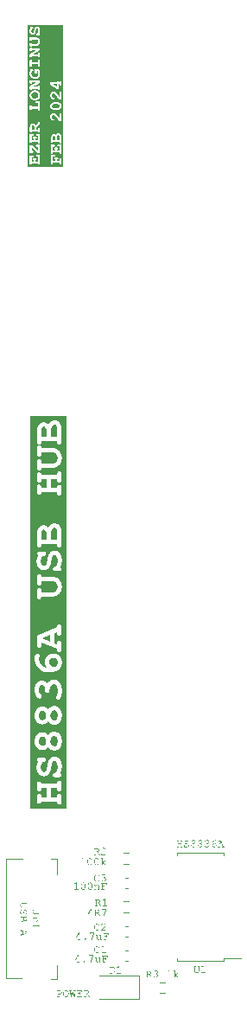
<source format=gbr>
%TF.GenerationSoftware,KiCad,Pcbnew,7.0.7*%
%TF.CreationDate,2024-02-11T16:58:00-05:00*%
%TF.ProjectId,HS8836A_USB_hub,48533838-3336-4415-9f55-53425f687562,rev?*%
%TF.SameCoordinates,Original*%
%TF.FileFunction,Legend,Top*%
%TF.FilePolarity,Positive*%
%FSLAX46Y46*%
G04 Gerber Fmt 4.6, Leading zero omitted, Abs format (unit mm)*
G04 Created by KiCad (PCBNEW 7.0.7) date 2024-02-11 16:58:00*
%MOMM*%
%LPD*%
G01*
G04 APERTURE LIST*
%ADD10C,0.200000*%
%ADD11C,0.300000*%
%ADD12C,0.100000*%
%ADD13C,0.120000*%
G04 APERTURE END LIST*
D10*
G36*
X138475002Y-62343694D02*
G01*
X138487830Y-62346640D01*
X138499957Y-62351851D01*
X138511384Y-62359329D01*
X138522109Y-62369072D01*
X138530186Y-62378498D01*
X138537814Y-62389375D01*
X138543137Y-62398099D01*
X138550479Y-62411699D01*
X138557048Y-62425916D01*
X138562844Y-62440750D01*
X138567867Y-62456202D01*
X138572117Y-62472271D01*
X138575595Y-62488956D01*
X138578300Y-62506259D01*
X138580232Y-62524180D01*
X138581090Y-62536469D01*
X138581606Y-62549033D01*
X138581777Y-62561871D01*
X138581777Y-62755129D01*
X138366844Y-62755129D01*
X138366844Y-62525846D01*
X138366958Y-62514140D01*
X138367559Y-62497338D01*
X138368675Y-62481443D01*
X138370307Y-62466455D01*
X138372453Y-62452374D01*
X138375115Y-62439199D01*
X138378292Y-62426932D01*
X138383330Y-62411986D01*
X138389283Y-62398653D01*
X138396153Y-62386933D01*
X138397975Y-62384228D01*
X138405462Y-62374267D01*
X138415264Y-62363749D01*
X138425558Y-62355377D01*
X138436343Y-62349151D01*
X138449935Y-62344514D01*
X138464235Y-62342969D01*
X138475002Y-62343694D01*
G37*
G36*
X138922863Y-62267168D02*
G01*
X138935399Y-62269299D01*
X138949123Y-62274022D01*
X138961409Y-62281106D01*
X138972257Y-62290551D01*
X138980198Y-62300226D01*
X138984006Y-62305933D01*
X138990885Y-62318841D01*
X138996781Y-62333744D01*
X139000559Y-62346230D01*
X139003783Y-62359837D01*
X139006455Y-62374566D01*
X139008574Y-62390416D01*
X139010140Y-62407388D01*
X139011153Y-62425482D01*
X139011522Y-62438167D01*
X139011645Y-62451352D01*
X139011645Y-62755129D01*
X138757632Y-62755129D01*
X138757632Y-62522487D01*
X138757682Y-62514816D01*
X138758080Y-62499810D01*
X138758877Y-62485256D01*
X138760072Y-62471152D01*
X138761665Y-62457500D01*
X138763657Y-62444298D01*
X138766047Y-62431546D01*
X138768835Y-62419246D01*
X138772022Y-62407396D01*
X138777548Y-62390467D01*
X138783971Y-62374553D01*
X138791291Y-62359652D01*
X138799506Y-62345766D01*
X138808618Y-62332894D01*
X138818191Y-62321054D01*
X138827791Y-62310379D01*
X138837418Y-62300868D01*
X138847072Y-62292522D01*
X138859985Y-62283206D01*
X138872946Y-62275959D01*
X138885955Y-62270784D01*
X138899011Y-62267678D01*
X138912116Y-62266643D01*
X138922863Y-62267168D01*
G37*
G36*
X136397479Y-61292834D02*
G01*
X136411305Y-61294946D01*
X136423227Y-61298896D01*
X136435212Y-61304821D01*
X136447262Y-61312721D01*
X136457353Y-61320812D01*
X136467304Y-61330784D01*
X136475168Y-61340618D01*
X136482946Y-61352103D01*
X136490638Y-61365238D01*
X136496351Y-61376173D01*
X136502015Y-61388036D01*
X136507631Y-61400827D01*
X136513199Y-61414547D01*
X136518719Y-61429195D01*
X136520053Y-61432970D01*
X136524964Y-61448393D01*
X136528202Y-61460298D01*
X136531060Y-61472493D01*
X136533537Y-61484978D01*
X136535633Y-61497752D01*
X136537347Y-61510816D01*
X136538681Y-61524170D01*
X136539633Y-61537814D01*
X136540205Y-61551748D01*
X136540396Y-61565971D01*
X136540396Y-61703358D01*
X136266844Y-61703358D01*
X136266844Y-61501552D01*
X136267000Y-61488960D01*
X136267820Y-61470791D01*
X136269343Y-61453486D01*
X136271569Y-61437045D01*
X136274499Y-61421468D01*
X136278131Y-61406756D01*
X136282466Y-61392907D01*
X136287505Y-61379922D01*
X136293246Y-61367802D01*
X136299691Y-61356545D01*
X136306838Y-61346153D01*
X136309345Y-61342866D01*
X136319501Y-61330761D01*
X136329867Y-61320326D01*
X136340443Y-61311560D01*
X136351228Y-61304464D01*
X136365006Y-61297942D01*
X136379111Y-61294029D01*
X136393545Y-61292725D01*
X136397479Y-61292834D01*
G37*
G36*
X138757764Y-59213905D02*
G01*
X138774343Y-59214800D01*
X138790575Y-59216291D01*
X138806462Y-59218378D01*
X138822002Y-59221061D01*
X138837197Y-59224341D01*
X138852046Y-59228217D01*
X138866549Y-59232689D01*
X138880706Y-59237757D01*
X138894518Y-59243422D01*
X138907983Y-59249683D01*
X138921103Y-59256541D01*
X138933877Y-59263994D01*
X138946305Y-59272044D01*
X138958387Y-59280691D01*
X138970123Y-59289933D01*
X138977517Y-59296379D01*
X138987714Y-59306464D01*
X138996837Y-59317048D01*
X139004887Y-59328131D01*
X139011864Y-59339713D01*
X139017767Y-59351794D01*
X139022597Y-59364375D01*
X139026354Y-59377454D01*
X139029037Y-59391033D01*
X139030647Y-59405110D01*
X139031184Y-59419687D01*
X139030967Y-59429955D01*
X139029828Y-59444794D01*
X139027711Y-59458957D01*
X139024618Y-59472443D01*
X139020549Y-59485254D01*
X139015502Y-59497388D01*
X139009479Y-59508845D01*
X139002479Y-59519627D01*
X138994502Y-59529732D01*
X138985549Y-59539162D01*
X138975619Y-59547915D01*
X138963002Y-59557675D01*
X138950112Y-59566805D01*
X138936947Y-59575306D01*
X138923507Y-59583177D01*
X138909794Y-59590419D01*
X138895806Y-59597030D01*
X138881544Y-59603012D01*
X138867007Y-59608365D01*
X138852196Y-59613087D01*
X138837111Y-59617180D01*
X138821752Y-59620644D01*
X138806118Y-59623477D01*
X138790210Y-59625681D01*
X138774028Y-59627255D01*
X138757571Y-59628200D01*
X138740840Y-59628515D01*
X138559490Y-59628515D01*
X138542566Y-59628217D01*
X138525988Y-59627322D01*
X138509755Y-59625832D01*
X138493869Y-59623744D01*
X138478328Y-59621061D01*
X138463133Y-59617782D01*
X138448284Y-59613906D01*
X138433781Y-59609433D01*
X138419624Y-59604365D01*
X138405813Y-59598700D01*
X138392347Y-59592439D01*
X138379227Y-59585582D01*
X138366454Y-59578128D01*
X138354026Y-59570078D01*
X138341943Y-59561432D01*
X138330207Y-59552189D01*
X138322813Y-59545739D01*
X138312616Y-59535636D01*
X138303493Y-59525017D01*
X138295443Y-59513883D01*
X138288466Y-59502234D01*
X138282563Y-59490069D01*
X138277733Y-59477390D01*
X138273976Y-59464195D01*
X138271293Y-59450485D01*
X138269683Y-59436259D01*
X138269146Y-59421519D01*
X138269363Y-59411359D01*
X138270503Y-59396661D01*
X138272619Y-59382612D01*
X138275712Y-59369212D01*
X138279782Y-59356462D01*
X138284828Y-59344361D01*
X138290852Y-59332909D01*
X138297851Y-59322107D01*
X138305828Y-59311954D01*
X138314782Y-59302451D01*
X138324712Y-59293597D01*
X138337400Y-59283911D01*
X138350352Y-59274849D01*
X138363570Y-59266413D01*
X138377052Y-59258601D01*
X138390799Y-59251415D01*
X138404811Y-59244853D01*
X138419087Y-59238917D01*
X138433629Y-59233605D01*
X138448435Y-59228918D01*
X138463506Y-59224856D01*
X138478841Y-59221419D01*
X138494441Y-59218607D01*
X138510306Y-59216419D01*
X138526436Y-59214857D01*
X138542831Y-59213920D01*
X138559490Y-59213607D01*
X138740840Y-59213607D01*
X138757764Y-59213905D01*
G37*
G36*
X136607895Y-58053222D02*
G01*
X136625838Y-58054360D01*
X136643377Y-58056256D01*
X136660513Y-58058911D01*
X136677247Y-58062324D01*
X136693577Y-58066496D01*
X136709504Y-58071426D01*
X136725028Y-58077115D01*
X136740149Y-58083562D01*
X136754867Y-58090768D01*
X136769181Y-58098732D01*
X136783093Y-58107454D01*
X136796601Y-58116935D01*
X136809707Y-58127175D01*
X136822409Y-58138173D01*
X136834708Y-58149930D01*
X136846391Y-58162132D01*
X136857320Y-58174545D01*
X136867495Y-58187167D01*
X136876916Y-58200000D01*
X136885584Y-58213042D01*
X136893498Y-58226294D01*
X136900658Y-58239756D01*
X136907065Y-58253428D01*
X136912718Y-58267309D01*
X136917617Y-58281401D01*
X136921763Y-58295703D01*
X136925154Y-58310214D01*
X136927792Y-58324935D01*
X136929677Y-58339867D01*
X136930807Y-58355008D01*
X136931184Y-58370359D01*
X136930805Y-58385637D01*
X136929667Y-58400713D01*
X136927771Y-58415586D01*
X136925116Y-58430256D01*
X136921703Y-58444723D01*
X136917531Y-58458988D01*
X136912601Y-58473049D01*
X136906912Y-58486909D01*
X136900465Y-58500565D01*
X136893260Y-58514019D01*
X136885296Y-58527269D01*
X136876573Y-58540318D01*
X136867092Y-58553163D01*
X136856852Y-58565806D01*
X136845854Y-58578246D01*
X136834098Y-58590483D01*
X136821765Y-58602202D01*
X136809039Y-58613166D01*
X136795919Y-58623373D01*
X136782406Y-58632825D01*
X136768499Y-58641520D01*
X136754199Y-58649459D01*
X136739505Y-58656642D01*
X136724417Y-58663069D01*
X136708936Y-58668739D01*
X136693062Y-58673654D01*
X136676793Y-58677813D01*
X136660132Y-58681215D01*
X136643077Y-58683862D01*
X136625628Y-58685752D01*
X136607785Y-58686886D01*
X136589549Y-58687264D01*
X136571349Y-58686886D01*
X136553538Y-58685752D01*
X136536115Y-58683862D01*
X136519082Y-58681215D01*
X136502437Y-58677813D01*
X136486180Y-58673654D01*
X136470313Y-58668739D01*
X136454834Y-58663069D01*
X136439744Y-58656642D01*
X136425043Y-58649459D01*
X136410731Y-58641520D01*
X136396807Y-58632825D01*
X136383273Y-58623373D01*
X136370127Y-58613166D01*
X136357370Y-58602202D01*
X136345001Y-58590483D01*
X136333171Y-58578246D01*
X136322103Y-58565806D01*
X136311799Y-58553163D01*
X136302259Y-58540318D01*
X136293481Y-58527269D01*
X136285467Y-58514019D01*
X136278216Y-58500565D01*
X136271728Y-58486909D01*
X136266004Y-58473049D01*
X136261043Y-58458988D01*
X136256845Y-58444723D01*
X136253410Y-58430256D01*
X136250739Y-58415586D01*
X136248831Y-58400713D01*
X136247686Y-58385637D01*
X136247304Y-58370359D01*
X136247683Y-58355008D01*
X136248821Y-58339867D01*
X136250717Y-58324935D01*
X136253372Y-58310214D01*
X136256785Y-58295703D01*
X136260957Y-58281401D01*
X136265887Y-58267309D01*
X136271576Y-58253428D01*
X136278023Y-58239756D01*
X136285229Y-58226294D01*
X136293193Y-58213042D01*
X136301915Y-58200000D01*
X136311396Y-58187167D01*
X136321636Y-58174545D01*
X136332634Y-58162132D01*
X136344391Y-58149930D01*
X136356726Y-58138173D01*
X136369459Y-58127175D01*
X136382591Y-58116935D01*
X136396121Y-58107454D01*
X136410049Y-58098732D01*
X136424375Y-58090768D01*
X136439100Y-58083562D01*
X136454224Y-58077115D01*
X136469745Y-58071426D01*
X136485665Y-58066496D01*
X136501983Y-58062324D01*
X136518700Y-58058911D01*
X136535815Y-58056256D01*
X136553328Y-58054360D01*
X136571240Y-58053222D01*
X136589549Y-58052843D01*
X136607895Y-58053222D01*
G37*
G36*
X138757632Y-57493527D02*
G01*
X138345472Y-57238599D01*
X138757632Y-57238599D01*
X138757632Y-57493527D01*
G37*
G36*
X139385610Y-65352925D02*
G01*
X135892878Y-65352925D01*
X135892878Y-65056507D01*
X136090989Y-65056507D01*
X136091203Y-65068094D01*
X136092157Y-65082551D01*
X136093875Y-65095872D01*
X136097095Y-65110927D01*
X136101507Y-65124208D01*
X136107113Y-65135715D01*
X136115413Y-65147182D01*
X136118487Y-65150472D01*
X136128427Y-65159070D01*
X136139439Y-65165757D01*
X136151525Y-65170533D01*
X136164684Y-65173399D01*
X136178916Y-65174354D01*
X136183781Y-65174248D01*
X136197673Y-65172656D01*
X136210514Y-65169153D01*
X136222303Y-65163740D01*
X136233040Y-65156416D01*
X136242725Y-65147182D01*
X136249673Y-65137804D01*
X136255444Y-65126652D01*
X136260037Y-65113725D01*
X136263452Y-65099025D01*
X136265336Y-65085988D01*
X136266467Y-65071815D01*
X136266844Y-65056507D01*
X136266844Y-65029030D01*
X136911645Y-65029030D01*
X136911645Y-65056507D01*
X136911859Y-65067988D01*
X136912813Y-65082328D01*
X136914531Y-65095561D01*
X136917751Y-65110546D01*
X136922163Y-65123801D01*
X136927768Y-65135328D01*
X136936069Y-65146877D01*
X136939143Y-65150204D01*
X136949082Y-65158898D01*
X136960095Y-65165660D01*
X136972181Y-65170490D01*
X136985340Y-65173388D01*
X136999572Y-65174354D01*
X137004437Y-65174248D01*
X137018329Y-65172656D01*
X137031170Y-65169153D01*
X137042959Y-65163740D01*
X137053695Y-65156416D01*
X137063381Y-65147182D01*
X137070329Y-65137804D01*
X137076100Y-65126652D01*
X137080692Y-65113725D01*
X137084108Y-65099025D01*
X137085992Y-65085988D01*
X137087123Y-65071815D01*
X137087500Y-65056507D01*
X137087500Y-64996362D01*
X138190989Y-64996362D01*
X138191370Y-65011742D01*
X138192515Y-65025976D01*
X138194423Y-65039066D01*
X138197095Y-65051011D01*
X138201507Y-65064333D01*
X138207113Y-65075865D01*
X138215413Y-65087342D01*
X138218487Y-65090596D01*
X138228427Y-65099097D01*
X138239439Y-65105708D01*
X138251525Y-65110431D01*
X138264684Y-65113265D01*
X138278916Y-65114209D01*
X138283781Y-65114104D01*
X138297673Y-65112530D01*
X138310514Y-65109067D01*
X138322303Y-65103714D01*
X138333040Y-65096473D01*
X138342725Y-65087342D01*
X138350921Y-65075865D01*
X138356456Y-65064333D01*
X138360814Y-65051011D01*
X138363452Y-65039066D01*
X138365336Y-65025976D01*
X138366467Y-65011742D01*
X138366844Y-64996362D01*
X138366844Y-64968885D01*
X139011645Y-64968885D01*
X139011645Y-64996362D01*
X139011859Y-65007843D01*
X139012813Y-65022183D01*
X139014531Y-65035416D01*
X139017751Y-65050401D01*
X139022163Y-65063656D01*
X139027768Y-65075183D01*
X139036069Y-65086732D01*
X139039143Y-65090059D01*
X139049082Y-65098753D01*
X139060095Y-65105515D01*
X139072181Y-65110345D01*
X139085340Y-65113243D01*
X139099572Y-65114209D01*
X139104437Y-65114104D01*
X139118329Y-65112530D01*
X139131170Y-65109067D01*
X139142959Y-65103714D01*
X139153695Y-65096473D01*
X139163381Y-65087342D01*
X139171577Y-65075865D01*
X139177112Y-65064333D01*
X139181470Y-65051011D01*
X139184108Y-65039066D01*
X139185992Y-65025976D01*
X139187123Y-65011742D01*
X139187500Y-64996362D01*
X139187500Y-64612595D01*
X139187288Y-64601011D01*
X139186345Y-64586566D01*
X139184650Y-64573266D01*
X139181470Y-64558251D01*
X139177112Y-64545026D01*
X139171577Y-64533589D01*
X139163381Y-64522226D01*
X139160269Y-64518935D01*
X139150233Y-64510338D01*
X139139146Y-64503651D01*
X139127006Y-64498875D01*
X139113815Y-64496009D01*
X139099572Y-64495054D01*
X139094709Y-64495160D01*
X139080834Y-64496752D01*
X139068033Y-64500254D01*
X139056305Y-64505668D01*
X139045650Y-64512991D01*
X139036069Y-64522226D01*
X139029033Y-64531516D01*
X139023189Y-64542595D01*
X139018538Y-64555463D01*
X139015079Y-64570120D01*
X139013171Y-64583134D01*
X139012026Y-64597292D01*
X139011645Y-64612595D01*
X139011645Y-64793030D01*
X138777172Y-64793030D01*
X138777172Y-64638546D01*
X138792255Y-64638346D01*
X138805908Y-64637745D01*
X138820962Y-64636430D01*
X138833779Y-64634489D01*
X138846208Y-64631333D01*
X138857772Y-64625724D01*
X138862208Y-64622283D01*
X138872047Y-64612961D01*
X138880097Y-64602611D01*
X138886358Y-64591232D01*
X138890830Y-64578825D01*
X138893514Y-64565389D01*
X138894408Y-64550924D01*
X138894303Y-64546023D01*
X138892729Y-64532033D01*
X138889266Y-64519118D01*
X138883913Y-64507275D01*
X138876672Y-64496506D01*
X138867541Y-64486810D01*
X138858171Y-64479774D01*
X138847041Y-64473930D01*
X138834152Y-64469279D01*
X138819504Y-64465821D01*
X138806519Y-64463913D01*
X138792408Y-64462768D01*
X138777172Y-64462386D01*
X138601317Y-64462386D01*
X138589786Y-64462601D01*
X138575406Y-64463555D01*
X138562161Y-64465272D01*
X138547202Y-64468492D01*
X138534016Y-64472905D01*
X138522604Y-64478510D01*
X138511252Y-64486810D01*
X138507962Y-64489919D01*
X138499364Y-64499919D01*
X138492677Y-64510928D01*
X138487901Y-64522946D01*
X138485035Y-64535973D01*
X138484080Y-64550008D01*
X138484223Y-64556028D01*
X138485833Y-64570328D01*
X138489232Y-64583553D01*
X138494420Y-64595706D01*
X138501397Y-64606785D01*
X138510162Y-64616791D01*
X138520717Y-64625724D01*
X138521849Y-64626512D01*
X138534128Y-64631922D01*
X138547094Y-64634927D01*
X138560358Y-64636743D01*
X138572580Y-64637745D01*
X138586233Y-64638346D01*
X138601317Y-64638546D01*
X138601317Y-64793030D01*
X138366844Y-64793030D01*
X138366844Y-64343928D01*
X138464541Y-64343928D01*
X138476074Y-64343714D01*
X138490466Y-64342760D01*
X138503732Y-64341042D01*
X138518732Y-64337822D01*
X138531973Y-64333410D01*
X138543454Y-64327804D01*
X138554911Y-64319504D01*
X138558164Y-64316395D01*
X138566665Y-64306395D01*
X138573276Y-64295386D01*
X138577999Y-64283368D01*
X138580833Y-64270342D01*
X138581777Y-64256306D01*
X138581672Y-64251442D01*
X138580098Y-64237549D01*
X138576635Y-64224708D01*
X138571282Y-64212920D01*
X138564041Y-64202183D01*
X138554911Y-64192498D01*
X138545540Y-64185374D01*
X138534410Y-64179457D01*
X138521521Y-64174748D01*
X138506873Y-64171246D01*
X138493888Y-64169314D01*
X138479777Y-64168155D01*
X138464541Y-64167768D01*
X138191905Y-64167768D01*
X138190989Y-64996362D01*
X137087500Y-64996362D01*
X137087500Y-64227913D01*
X136813948Y-64227913D01*
X136802417Y-64228130D01*
X136788037Y-64229096D01*
X136774792Y-64230835D01*
X136759832Y-64234095D01*
X136746647Y-64238563D01*
X136735235Y-64244238D01*
X136723883Y-64252643D01*
X136720593Y-64255750D01*
X136711995Y-64265732D01*
X136705308Y-64276702D01*
X136700532Y-64288659D01*
X136697666Y-64301603D01*
X136696711Y-64315535D01*
X136696817Y-64320401D01*
X136698409Y-64334311D01*
X136701912Y-64347191D01*
X136707325Y-64359041D01*
X136714649Y-64369860D01*
X136723883Y-64379649D01*
X136733166Y-64386685D01*
X136744223Y-64392529D01*
X136757053Y-64397180D01*
X136771658Y-64400638D01*
X136784619Y-64402547D01*
X136798716Y-64403691D01*
X136813948Y-64404073D01*
X136911645Y-64404073D01*
X136911645Y-64853175D01*
X136657632Y-64853175D01*
X136657632Y-64698386D01*
X136672716Y-64698185D01*
X136686369Y-64697584D01*
X136701422Y-64696269D01*
X136714240Y-64694329D01*
X136726669Y-64691173D01*
X136738232Y-64685563D01*
X136742669Y-64682156D01*
X136752508Y-64672876D01*
X136760558Y-64662508D01*
X136766819Y-64651051D01*
X136771291Y-64638507D01*
X136773974Y-64624874D01*
X136774869Y-64610153D01*
X136774727Y-64604426D01*
X136773130Y-64590756D01*
X136769760Y-64578010D01*
X136764615Y-64566189D01*
X136757697Y-64555291D01*
X136749004Y-64545318D01*
X136738538Y-64536270D01*
X136736146Y-64534606D01*
X136724979Y-64529628D01*
X136711941Y-64526408D01*
X136698633Y-64524463D01*
X136686388Y-64523390D01*
X136672721Y-64522746D01*
X136657632Y-64522531D01*
X136481777Y-64522531D01*
X136470247Y-64522746D01*
X136455867Y-64523700D01*
X136442622Y-64525417D01*
X136427662Y-64528637D01*
X136414477Y-64533050D01*
X136403065Y-64538655D01*
X136391713Y-64546955D01*
X136388422Y-64550064D01*
X136379825Y-64560064D01*
X136373138Y-64571073D01*
X136368362Y-64583091D01*
X136365496Y-64596117D01*
X136364541Y-64610153D01*
X136364684Y-64616172D01*
X136366294Y-64630458D01*
X136369693Y-64643655D01*
X136374880Y-64655765D01*
X136381857Y-64666786D01*
X136390623Y-64676718D01*
X136401177Y-64685563D01*
X136402309Y-64686352D01*
X136414588Y-64691762D01*
X136427554Y-64694767D01*
X136440819Y-64696583D01*
X136453041Y-64697584D01*
X136466693Y-64698185D01*
X136481777Y-64698386D01*
X136481777Y-64853175D01*
X136266844Y-64853175D01*
X136266844Y-64442541D01*
X136364541Y-64442541D01*
X136376074Y-64442327D01*
X136390466Y-64441373D01*
X136403732Y-64439655D01*
X136418732Y-64436435D01*
X136431973Y-64432023D01*
X136443454Y-64426418D01*
X136454911Y-64418117D01*
X136458164Y-64415006D01*
X136466665Y-64404970D01*
X136473276Y-64393882D01*
X136477999Y-64381743D01*
X136480833Y-64368552D01*
X136481777Y-64354309D01*
X136481672Y-64349409D01*
X136480098Y-64335456D01*
X136476635Y-64322619D01*
X136471282Y-64310898D01*
X136464041Y-64300294D01*
X136454911Y-64290806D01*
X136445540Y-64283857D01*
X136434410Y-64278087D01*
X136421521Y-64273494D01*
X136406873Y-64270078D01*
X136393888Y-64268194D01*
X136379777Y-64267063D01*
X136364541Y-64266687D01*
X136091905Y-64266687D01*
X136090989Y-65056507D01*
X135892878Y-65056507D01*
X135892878Y-63983975D01*
X136090989Y-63983975D01*
X136384080Y-63983975D01*
X136395613Y-63983761D01*
X136410005Y-63982807D01*
X136423272Y-63981089D01*
X136438271Y-63977869D01*
X136451512Y-63973457D01*
X136462994Y-63967852D01*
X136474450Y-63959551D01*
X136477703Y-63956438D01*
X136486204Y-63946385D01*
X136492816Y-63935258D01*
X136497539Y-63923058D01*
X136500372Y-63909784D01*
X136501317Y-63895437D01*
X136501212Y-63890575D01*
X136499637Y-63876718D01*
X136496174Y-63863957D01*
X136490822Y-63852289D01*
X136483580Y-63841717D01*
X136474450Y-63832240D01*
X136465079Y-63825291D01*
X136453949Y-63819521D01*
X136441060Y-63814928D01*
X136426412Y-63811512D01*
X136413427Y-63809628D01*
X136399317Y-63808497D01*
X136384080Y-63808121D01*
X136266844Y-63808121D01*
X136266844Y-63483278D01*
X136911645Y-64020001D01*
X137087500Y-64020001D01*
X137087500Y-64006263D01*
X138190989Y-64006263D01*
X138191203Y-64017850D01*
X138192157Y-64032307D01*
X138193875Y-64045628D01*
X138197095Y-64060683D01*
X138201507Y-64073964D01*
X138207113Y-64085471D01*
X138215413Y-64096938D01*
X138218487Y-64100228D01*
X138228427Y-64108825D01*
X138239439Y-64115512D01*
X138251525Y-64120289D01*
X138264684Y-64123154D01*
X138278916Y-64124110D01*
X138283781Y-64124004D01*
X138297673Y-64122412D01*
X138310514Y-64118909D01*
X138322303Y-64113496D01*
X138333040Y-64106172D01*
X138342725Y-64096938D01*
X138349673Y-64087559D01*
X138355444Y-64076407D01*
X138360037Y-64063481D01*
X138363452Y-64048781D01*
X138365336Y-64035743D01*
X138366467Y-64021571D01*
X138366844Y-64006263D01*
X138366844Y-63978785D01*
X139011645Y-63978785D01*
X139011645Y-64006263D01*
X139011859Y-64017744D01*
X139012813Y-64032083D01*
X139014531Y-64045316D01*
X139017751Y-64060301D01*
X139022163Y-64073557D01*
X139027768Y-64085083D01*
X139036069Y-64096632D01*
X139039143Y-64099960D01*
X139049082Y-64108654D01*
X139060095Y-64115416D01*
X139072181Y-64120246D01*
X139085340Y-64123144D01*
X139099572Y-64124110D01*
X139104437Y-64124004D01*
X139118329Y-64122412D01*
X139131170Y-64118909D01*
X139142959Y-64113496D01*
X139153695Y-64106172D01*
X139163381Y-64096938D01*
X139170329Y-64087559D01*
X139176100Y-64076407D01*
X139180692Y-64063481D01*
X139184108Y-64048781D01*
X139185992Y-64035743D01*
X139187123Y-64021571D01*
X139187500Y-64006263D01*
X139187500Y-63177669D01*
X138913948Y-63177669D01*
X138902417Y-63177886D01*
X138888037Y-63178852D01*
X138874792Y-63180591D01*
X138859832Y-63183851D01*
X138846647Y-63188319D01*
X138835235Y-63193994D01*
X138823883Y-63202398D01*
X138820593Y-63205506D01*
X138811995Y-63215488D01*
X138805308Y-63226458D01*
X138800532Y-63238415D01*
X138797666Y-63251359D01*
X138796711Y-63265291D01*
X138796817Y-63270157D01*
X138798409Y-63284067D01*
X138801912Y-63296947D01*
X138807325Y-63308797D01*
X138814649Y-63319616D01*
X138823883Y-63329405D01*
X138833166Y-63336441D01*
X138844223Y-63342285D01*
X138857053Y-63346936D01*
X138871658Y-63350394D01*
X138884619Y-63352302D01*
X138898716Y-63353447D01*
X138913948Y-63353829D01*
X139011645Y-63353829D01*
X139011645Y-63802930D01*
X138757632Y-63802930D01*
X138757632Y-63648142D01*
X138772716Y-63647941D01*
X138786369Y-63647340D01*
X138801422Y-63646025D01*
X138814240Y-63644084D01*
X138826669Y-63640929D01*
X138838232Y-63635319D01*
X138842669Y-63631912D01*
X138852508Y-63622632D01*
X138860558Y-63612264D01*
X138866819Y-63600807D01*
X138871291Y-63588263D01*
X138873974Y-63574630D01*
X138874869Y-63559909D01*
X138874727Y-63554182D01*
X138873130Y-63540512D01*
X138869760Y-63527766D01*
X138864615Y-63515944D01*
X138857697Y-63505047D01*
X138849004Y-63495074D01*
X138838538Y-63486025D01*
X138836146Y-63484362D01*
X138824979Y-63479384D01*
X138811941Y-63476164D01*
X138798633Y-63474219D01*
X138786388Y-63473145D01*
X138772721Y-63472501D01*
X138757632Y-63472287D01*
X138581777Y-63472287D01*
X138570247Y-63472501D01*
X138555867Y-63473455D01*
X138542622Y-63475173D01*
X138527662Y-63478393D01*
X138514477Y-63482805D01*
X138503065Y-63488411D01*
X138491713Y-63496711D01*
X138488422Y-63499820D01*
X138479825Y-63509820D01*
X138473138Y-63520829D01*
X138468362Y-63532846D01*
X138465496Y-63545873D01*
X138464541Y-63559909D01*
X138464684Y-63565928D01*
X138466294Y-63580214D01*
X138469693Y-63593411D01*
X138474880Y-63605520D01*
X138481857Y-63616541D01*
X138490623Y-63626474D01*
X138501177Y-63635319D01*
X138502309Y-63636108D01*
X138514588Y-63641517D01*
X138527554Y-63644523D01*
X138540819Y-63646338D01*
X138553041Y-63647340D01*
X138566693Y-63647941D01*
X138581777Y-63648142D01*
X138581777Y-63802930D01*
X138366844Y-63802930D01*
X138366844Y-63392297D01*
X138464541Y-63392297D01*
X138476074Y-63392082D01*
X138490466Y-63391128D01*
X138503732Y-63389411D01*
X138518732Y-63386191D01*
X138531973Y-63381778D01*
X138543454Y-63376173D01*
X138554911Y-63367873D01*
X138558164Y-63364761D01*
X138566665Y-63354726D01*
X138573276Y-63343638D01*
X138577999Y-63331499D01*
X138580833Y-63318308D01*
X138581777Y-63304064D01*
X138581672Y-63299165D01*
X138580098Y-63285212D01*
X138576635Y-63272375D01*
X138571282Y-63260654D01*
X138564041Y-63250050D01*
X138554911Y-63240561D01*
X138545540Y-63233613D01*
X138534410Y-63227842D01*
X138521521Y-63223249D01*
X138506873Y-63219834D01*
X138493888Y-63217950D01*
X138479777Y-63216819D01*
X138464541Y-63216442D01*
X138191905Y-63216442D01*
X138190989Y-64006263D01*
X137087500Y-64006263D01*
X137087500Y-63219801D01*
X136774869Y-63218885D01*
X136763338Y-63219102D01*
X136748958Y-63220068D01*
X136735713Y-63221807D01*
X136720754Y-63225067D01*
X136707568Y-63229535D01*
X136696156Y-63235210D01*
X136684804Y-63243614D01*
X136681514Y-63246726D01*
X136672916Y-63256761D01*
X136666229Y-63267849D01*
X136661453Y-63279988D01*
X136658587Y-63293180D01*
X136657632Y-63307423D01*
X136657738Y-63312289D01*
X136659330Y-63326199D01*
X136662833Y-63339079D01*
X136668246Y-63350928D01*
X136675570Y-63361748D01*
X136684804Y-63371536D01*
X136694087Y-63378573D01*
X136705144Y-63384416D01*
X136717975Y-63389068D01*
X136732579Y-63392526D01*
X136745540Y-63394434D01*
X136759637Y-63395579D01*
X136774869Y-63395961D01*
X136911645Y-63395961D01*
X136911645Y-63794993D01*
X136266844Y-63255826D01*
X136090989Y-63255826D01*
X136090989Y-63983975D01*
X135892878Y-63983975D01*
X135892878Y-62956018D01*
X136090989Y-62956018D01*
X136091203Y-62967606D01*
X136092157Y-62982062D01*
X136093875Y-62995384D01*
X136097095Y-63010439D01*
X136101507Y-63023720D01*
X136107113Y-63035227D01*
X136115413Y-63046693D01*
X136118487Y-63049984D01*
X136128427Y-63058581D01*
X136139439Y-63065268D01*
X136151525Y-63070044D01*
X136164684Y-63072910D01*
X136178916Y-63073866D01*
X136183781Y-63073759D01*
X136197673Y-63072167D01*
X136210514Y-63068665D01*
X136222303Y-63063251D01*
X136233040Y-63055928D01*
X136242725Y-63046693D01*
X136249673Y-63037315D01*
X136255444Y-63026163D01*
X136260037Y-63013237D01*
X136263452Y-62998537D01*
X136265336Y-62985499D01*
X136266467Y-62971326D01*
X136266844Y-62956018D01*
X136266844Y-62928541D01*
X136911645Y-62928541D01*
X136911645Y-62956018D01*
X136911859Y-62967499D01*
X136912813Y-62981839D01*
X136914531Y-62995072D01*
X136917751Y-63010057D01*
X136922163Y-63023313D01*
X136927768Y-63034839D01*
X136936069Y-63046388D01*
X136939143Y-63049716D01*
X136949082Y-63058410D01*
X136960095Y-63065172D01*
X136972181Y-63070002D01*
X136985340Y-63072900D01*
X136999572Y-63073866D01*
X137004437Y-63073759D01*
X137018329Y-63072167D01*
X137031170Y-63068665D01*
X137042959Y-63063251D01*
X137053695Y-63055928D01*
X137063381Y-63046693D01*
X137070329Y-63037315D01*
X137076100Y-63026163D01*
X137080692Y-63013237D01*
X137084108Y-62998537D01*
X137085992Y-62985499D01*
X137087123Y-62971326D01*
X137087432Y-62958766D01*
X138190989Y-62958766D01*
X138191203Y-62970354D01*
X138192157Y-62984810D01*
X138193875Y-62998131D01*
X138197095Y-63013186D01*
X138201507Y-63026467D01*
X138207113Y-63037974D01*
X138215413Y-63049441D01*
X138218487Y-63052695D01*
X138228427Y-63061195D01*
X138239439Y-63067807D01*
X138251525Y-63072530D01*
X138264684Y-63075363D01*
X138278916Y-63076308D01*
X138283781Y-63076203D01*
X138297673Y-63074629D01*
X138310514Y-63071165D01*
X138322303Y-63065813D01*
X138333040Y-63058572D01*
X138342725Y-63049441D01*
X138349673Y-63040063D01*
X138355444Y-63028911D01*
X138360037Y-63015985D01*
X138363452Y-63001284D01*
X138365336Y-62988247D01*
X138366467Y-62974074D01*
X138366844Y-62958766D01*
X138366844Y-62931289D01*
X139011645Y-62931289D01*
X139011645Y-62958766D01*
X139011859Y-62970193D01*
X139012813Y-62984468D01*
X139014531Y-62997646D01*
X139017751Y-63012576D01*
X139022163Y-63025791D01*
X139027768Y-63037292D01*
X139036069Y-63048831D01*
X139039143Y-63052158D01*
X139049082Y-63060852D01*
X139060095Y-63067614D01*
X139072181Y-63072444D01*
X139085340Y-63075342D01*
X139099572Y-63076308D01*
X139104437Y-63076203D01*
X139118329Y-63074629D01*
X139131170Y-63071165D01*
X139142959Y-63065813D01*
X139153695Y-63058572D01*
X139163381Y-63049441D01*
X139170329Y-63040063D01*
X139176100Y-63028911D01*
X139180692Y-63015985D01*
X139184108Y-63001284D01*
X139185992Y-62988247D01*
X139187123Y-62974074D01*
X139187500Y-62958766D01*
X139187500Y-62441887D01*
X139187411Y-62430067D01*
X139186948Y-62412807D01*
X139186087Y-62396111D01*
X139184830Y-62379978D01*
X139183175Y-62364408D01*
X139181123Y-62349402D01*
X139178674Y-62334959D01*
X139175828Y-62321080D01*
X139172585Y-62307765D01*
X139168945Y-62295013D01*
X139164907Y-62282824D01*
X139163482Y-62278874D01*
X139159049Y-62267254D01*
X139152771Y-62252294D01*
X139146074Y-62237944D01*
X139138956Y-62224206D01*
X139131419Y-62211078D01*
X139123462Y-62198560D01*
X139115085Y-62186653D01*
X139106289Y-62175357D01*
X139103014Y-62171350D01*
X139094222Y-62161666D01*
X139084564Y-62152459D01*
X139074043Y-62143730D01*
X139062657Y-62135477D01*
X139050406Y-62127701D01*
X139037290Y-62120403D01*
X139030080Y-62116779D01*
X139015444Y-62110234D01*
X139000523Y-62104625D01*
X138985315Y-62099950D01*
X138969820Y-62096210D01*
X138954040Y-62093405D01*
X138937973Y-62091535D01*
X138925736Y-62090746D01*
X138913337Y-62090483D01*
X138902948Y-62090646D01*
X138887620Y-62091504D01*
X138872598Y-62093097D01*
X138857882Y-62095425D01*
X138843471Y-62098489D01*
X138829367Y-62102287D01*
X138815568Y-62106821D01*
X138802076Y-62112090D01*
X138788889Y-62118095D01*
X138776008Y-62124834D01*
X138763433Y-62132309D01*
X138755217Y-62137663D01*
X138743139Y-62146306D01*
X138731357Y-62155684D01*
X138719870Y-62165798D01*
X138708677Y-62176646D01*
X138697780Y-62188230D01*
X138687179Y-62200549D01*
X138676872Y-62213604D01*
X138666860Y-62227394D01*
X138657144Y-62241918D01*
X138647723Y-62257178D01*
X138637767Y-62246168D01*
X138627592Y-62235884D01*
X138617197Y-62226324D01*
X138606583Y-62217489D01*
X138595750Y-62209379D01*
X138584697Y-62201995D01*
X138573424Y-62195335D01*
X138561933Y-62189401D01*
X138550236Y-62184178D01*
X138538348Y-62179650D01*
X138526269Y-62175820D01*
X138514000Y-62172686D01*
X138501540Y-62170248D01*
X138488889Y-62168507D01*
X138476047Y-62167462D01*
X138463014Y-62167114D01*
X138449279Y-62167490D01*
X138435780Y-62168617D01*
X138422517Y-62170495D01*
X138409491Y-62173125D01*
X138396700Y-62176506D01*
X138384146Y-62180638D01*
X138371827Y-62185522D01*
X138359745Y-62191157D01*
X138347899Y-62197543D01*
X138336289Y-62204681D01*
X138324916Y-62212570D01*
X138313778Y-62221210D01*
X138302876Y-62230602D01*
X138292211Y-62240745D01*
X138281782Y-62251639D01*
X138271589Y-62263285D01*
X138261829Y-62275547D01*
X138252698Y-62288291D01*
X138244197Y-62301517D01*
X138236326Y-62315224D01*
X138229085Y-62329414D01*
X138222473Y-62344085D01*
X138216491Y-62359238D01*
X138211139Y-62374873D01*
X138206416Y-62390990D01*
X138202323Y-62407588D01*
X138198860Y-62424669D01*
X138196026Y-62442231D01*
X138193822Y-62460275D01*
X138192248Y-62478800D01*
X138191304Y-62497808D01*
X138190989Y-62517297D01*
X138190989Y-62755129D01*
X138190989Y-62958766D01*
X137087432Y-62958766D01*
X137087500Y-62956018D01*
X137087500Y-62127424D01*
X136813948Y-62127424D01*
X136802417Y-62127642D01*
X136788037Y-62128608D01*
X136774792Y-62130347D01*
X136759832Y-62133607D01*
X136746647Y-62138075D01*
X136735235Y-62143750D01*
X136723883Y-62152154D01*
X136720593Y-62155262D01*
X136711995Y-62165244D01*
X136705308Y-62176213D01*
X136700532Y-62188170D01*
X136697666Y-62201115D01*
X136696711Y-62215047D01*
X136696817Y-62219912D01*
X136698409Y-62233823D01*
X136701912Y-62246703D01*
X136707325Y-62258552D01*
X136714649Y-62269372D01*
X136723883Y-62279160D01*
X136733166Y-62286197D01*
X136744223Y-62292040D01*
X136757053Y-62296691D01*
X136771658Y-62300150D01*
X136784619Y-62302058D01*
X136798716Y-62303203D01*
X136813948Y-62303585D01*
X136911645Y-62303585D01*
X136911645Y-62752686D01*
X136657632Y-62752686D01*
X136657632Y-62597897D01*
X136672716Y-62597697D01*
X136686369Y-62597096D01*
X136701422Y-62595781D01*
X136714240Y-62593840D01*
X136726669Y-62590684D01*
X136738232Y-62585075D01*
X136742669Y-62581667D01*
X136752508Y-62572387D01*
X136760558Y-62562019D01*
X136766819Y-62550563D01*
X136771291Y-62538018D01*
X136773974Y-62524386D01*
X136774869Y-62509665D01*
X136774727Y-62503938D01*
X136773130Y-62490268D01*
X136769760Y-62477522D01*
X136764615Y-62465700D01*
X136757697Y-62454803D01*
X136749004Y-62444830D01*
X136738538Y-62435781D01*
X136736146Y-62434117D01*
X136724979Y-62429140D01*
X136711941Y-62425920D01*
X136698633Y-62423974D01*
X136686388Y-62422901D01*
X136672721Y-62422257D01*
X136657632Y-62422042D01*
X136481777Y-62422042D01*
X136470247Y-62422257D01*
X136455867Y-62423211D01*
X136442622Y-62424928D01*
X136427662Y-62428148D01*
X136414477Y-62432561D01*
X136403065Y-62438166D01*
X136391713Y-62446467D01*
X136388422Y-62449576D01*
X136379825Y-62459576D01*
X136373138Y-62470584D01*
X136368362Y-62482602D01*
X136365496Y-62495629D01*
X136364541Y-62509665D01*
X136364684Y-62515684D01*
X136366294Y-62529969D01*
X136369693Y-62543167D01*
X136374880Y-62555276D01*
X136381857Y-62566297D01*
X136390623Y-62576230D01*
X136401177Y-62585075D01*
X136402309Y-62585863D01*
X136414588Y-62591273D01*
X136427554Y-62594278D01*
X136440819Y-62596094D01*
X136453041Y-62597096D01*
X136466693Y-62597697D01*
X136481777Y-62597897D01*
X136481777Y-62752686D01*
X136266844Y-62752686D01*
X136266844Y-62342053D01*
X136364541Y-62342053D01*
X136376074Y-62341838D01*
X136390466Y-62340884D01*
X136403732Y-62339167D01*
X136418732Y-62335947D01*
X136431973Y-62331534D01*
X136443454Y-62325929D01*
X136454911Y-62317629D01*
X136458164Y-62314517D01*
X136466665Y-62304481D01*
X136473276Y-62293394D01*
X136477999Y-62281255D01*
X136480833Y-62268063D01*
X136481777Y-62253820D01*
X136481672Y-62248921D01*
X136480098Y-62234968D01*
X136476635Y-62222131D01*
X136471282Y-62210410D01*
X136464041Y-62199805D01*
X136454911Y-62190317D01*
X136445540Y-62183369D01*
X136434410Y-62177598D01*
X136421521Y-62173005D01*
X136406873Y-62169590D01*
X136393888Y-62167705D01*
X136379777Y-62166575D01*
X136364541Y-62166198D01*
X136091905Y-62166198D01*
X136090989Y-62956018D01*
X135892878Y-62956018D01*
X135892878Y-61906690D01*
X136090989Y-61906690D01*
X136091203Y-61918278D01*
X136092157Y-61932734D01*
X136093875Y-61946055D01*
X136097095Y-61961110D01*
X136101507Y-61974391D01*
X136107113Y-61985898D01*
X136115413Y-61997365D01*
X136118487Y-62000619D01*
X136128427Y-62009119D01*
X136139439Y-62015731D01*
X136151525Y-62020454D01*
X136164684Y-62023287D01*
X136178916Y-62024232D01*
X136183781Y-62024127D01*
X136197673Y-62022553D01*
X136210514Y-62019089D01*
X136222303Y-62013737D01*
X136233040Y-62006496D01*
X136242725Y-61997365D01*
X136249673Y-61987987D01*
X136255444Y-61976835D01*
X136260037Y-61963908D01*
X136263452Y-61949208D01*
X136265336Y-61936171D01*
X136266467Y-61921998D01*
X136266844Y-61906690D01*
X136266844Y-61879213D01*
X136911645Y-61879213D01*
X136911645Y-61906690D01*
X136911859Y-61918117D01*
X136912813Y-61932392D01*
X136914531Y-61945570D01*
X136917751Y-61960500D01*
X136922163Y-61973715D01*
X136927768Y-61985216D01*
X136936069Y-61996755D01*
X136939143Y-62000082D01*
X136949082Y-62008776D01*
X136960095Y-62015538D01*
X136972181Y-62020368D01*
X136985340Y-62023266D01*
X136999572Y-62024232D01*
X137004437Y-62024127D01*
X137018329Y-62022553D01*
X137031170Y-62019089D01*
X137042959Y-62013737D01*
X137053695Y-62006496D01*
X137063381Y-61997365D01*
X137070329Y-61987987D01*
X137076100Y-61976835D01*
X137080692Y-61963908D01*
X137084108Y-61949208D01*
X137085992Y-61936171D01*
X137087123Y-61921998D01*
X137087500Y-61906690D01*
X137087500Y-61639549D01*
X137087288Y-61627965D01*
X137086345Y-61613520D01*
X137084650Y-61600220D01*
X137081470Y-61585205D01*
X137077112Y-61571980D01*
X137071577Y-61560543D01*
X137063381Y-61549180D01*
X137060269Y-61545889D01*
X137050233Y-61537292D01*
X137039146Y-61530605D01*
X137027006Y-61525829D01*
X137013815Y-61522963D01*
X136999572Y-61522008D01*
X136994709Y-61522114D01*
X136980834Y-61523706D01*
X136968033Y-61527208D01*
X136956305Y-61532622D01*
X136945650Y-61539945D01*
X136936069Y-61549180D01*
X136929033Y-61558470D01*
X136923189Y-61569549D01*
X136918538Y-61582417D01*
X136915079Y-61597074D01*
X136913171Y-61610088D01*
X136912026Y-61624246D01*
X136911645Y-61639549D01*
X136911645Y-61703358D01*
X136716250Y-61703358D01*
X136716250Y-61529030D01*
X136720402Y-61520161D01*
X136730148Y-61501996D01*
X136741817Y-61483258D01*
X136755407Y-61463947D01*
X136762924Y-61454077D01*
X136770921Y-61444064D01*
X136779398Y-61433908D01*
X136788356Y-61423609D01*
X136797795Y-61413167D01*
X136807714Y-61402581D01*
X136818114Y-61391853D01*
X136828995Y-61380981D01*
X136840356Y-61369966D01*
X136852198Y-61358808D01*
X136864521Y-61347507D01*
X136877324Y-61336063D01*
X136890607Y-61324476D01*
X136904372Y-61312746D01*
X136918617Y-61300872D01*
X136933342Y-61288856D01*
X136948548Y-61276696D01*
X136964235Y-61264393D01*
X136980402Y-61251947D01*
X136997050Y-61239358D01*
X137014179Y-61226626D01*
X137031788Y-61213751D01*
X137049878Y-61200733D01*
X137068448Y-61187571D01*
X137087500Y-61174267D01*
X137087500Y-61073822D01*
X137087288Y-61062240D01*
X137086345Y-61047807D01*
X137084650Y-61034529D01*
X137081470Y-61019554D01*
X137077112Y-61006384D01*
X137071577Y-60995017D01*
X137063381Y-60983757D01*
X137060269Y-60980504D01*
X137050233Y-60972003D01*
X137039146Y-60965391D01*
X137027006Y-60960669D01*
X137013815Y-60957835D01*
X136999572Y-60956891D01*
X136985061Y-60958254D01*
X136971064Y-60962343D01*
X136959794Y-60967834D01*
X136948882Y-60975217D01*
X136938328Y-60984494D01*
X136928131Y-60995664D01*
X136924267Y-61001723D01*
X136919437Y-61013493D01*
X136916298Y-61025762D01*
X136913963Y-61040267D01*
X136912675Y-61053481D01*
X136911902Y-61068126D01*
X136911645Y-61084202D01*
X136900085Y-61092453D01*
X136888914Y-61100488D01*
X136878132Y-61108309D01*
X136867738Y-61115916D01*
X136857734Y-61123307D01*
X136843456Y-61133992D01*
X136830052Y-61144194D01*
X136817524Y-61153913D01*
X136805870Y-61163149D01*
X136795091Y-61171902D01*
X136785187Y-61180172D01*
X136773342Y-61190448D01*
X136764777Y-61198356D01*
X136752296Y-61210106D01*
X136740255Y-61221722D01*
X136728654Y-61233204D01*
X136717493Y-61244552D01*
X136706772Y-61255766D01*
X136696492Y-61266845D01*
X136686651Y-61277791D01*
X136677250Y-61288602D01*
X136668290Y-61299279D01*
X136659769Y-61309822D01*
X136656587Y-61303820D01*
X136650138Y-61292104D01*
X136643574Y-61280770D01*
X136636895Y-61269817D01*
X136630102Y-61259246D01*
X136623195Y-61249057D01*
X136612619Y-61234488D01*
X136601785Y-61220778D01*
X136590694Y-61207926D01*
X136579346Y-61195934D01*
X136567739Y-61184800D01*
X136555875Y-61174524D01*
X136543754Y-61165108D01*
X136535494Y-61159266D01*
X136522898Y-61151211D01*
X136510056Y-61144004D01*
X136496967Y-61137644D01*
X136483631Y-61132132D01*
X136470048Y-61127469D01*
X136456218Y-61123653D01*
X136442141Y-61120685D01*
X136427817Y-61118566D01*
X136413247Y-61117294D01*
X136398429Y-61116870D01*
X136382515Y-61117270D01*
X136366907Y-61118473D01*
X136351603Y-61120476D01*
X136336605Y-61123281D01*
X136321913Y-61126887D01*
X136307525Y-61131295D01*
X136293443Y-61136505D01*
X136279666Y-61142515D01*
X136266195Y-61149327D01*
X136253029Y-61156941D01*
X136240168Y-61165356D01*
X136227612Y-61174572D01*
X136215362Y-61184590D01*
X136203417Y-61195409D01*
X136191777Y-61207030D01*
X136180443Y-61219452D01*
X136169610Y-61232601D01*
X136159477Y-61246404D01*
X136150042Y-61260861D01*
X136141307Y-61275971D01*
X136133270Y-61291735D01*
X136125932Y-61308152D01*
X136119292Y-61325223D01*
X136113352Y-61342947D01*
X136108111Y-61361325D01*
X136103568Y-61380356D01*
X136099724Y-61400041D01*
X136096580Y-61420380D01*
X136094134Y-61441372D01*
X136092386Y-61463017D01*
X136091338Y-61485316D01*
X136090989Y-61508269D01*
X136090989Y-61703358D01*
X136090989Y-61906690D01*
X135892878Y-61906690D01*
X135892878Y-60483670D01*
X138093292Y-60483670D01*
X138093476Y-60497041D01*
X138094031Y-60510289D01*
X138094955Y-60523412D01*
X138096249Y-60536411D01*
X138097913Y-60549287D01*
X138099946Y-60562038D01*
X138102349Y-60574665D01*
X138105122Y-60587168D01*
X138108265Y-60599547D01*
X138111777Y-60611802D01*
X138115659Y-60623933D01*
X138119910Y-60635940D01*
X138124531Y-60647823D01*
X138129522Y-60659582D01*
X138134883Y-60671217D01*
X138140614Y-60682728D01*
X138146614Y-60693968D01*
X138152859Y-60704867D01*
X138159350Y-60715425D01*
X138166087Y-60725642D01*
X138176653Y-60740328D01*
X138187772Y-60754247D01*
X138199444Y-60767398D01*
X138211668Y-60779781D01*
X138224445Y-60791397D01*
X138237775Y-60802246D01*
X138251658Y-60812327D01*
X138266093Y-60821641D01*
X138275799Y-60827409D01*
X138289972Y-60835362D01*
X138303684Y-60842478D01*
X138316934Y-60848757D01*
X138329723Y-60854199D01*
X138342050Y-60858804D01*
X138353916Y-60862571D01*
X138369019Y-60866292D01*
X138383301Y-60868524D01*
X138396763Y-60869269D01*
X138401117Y-60869166D01*
X138413765Y-60867628D01*
X138425790Y-60864243D01*
X138437192Y-60859012D01*
X138447972Y-60851935D01*
X138458129Y-60843012D01*
X138461272Y-60839692D01*
X138469483Y-60829274D01*
X138475869Y-60818168D01*
X138480431Y-60806376D01*
X138483168Y-60793897D01*
X138484080Y-60780730D01*
X138484065Y-60778813D01*
X138483088Y-60765923D01*
X138480111Y-60752337D01*
X138475150Y-60739972D01*
X138468204Y-60728829D01*
X138461500Y-60721251D01*
X138451778Y-60713224D01*
X138440011Y-60706074D01*
X138428298Y-60700643D01*
X138415081Y-60695856D01*
X138407791Y-60693325D01*
X138393890Y-60687964D01*
X138380896Y-60682201D01*
X138368808Y-60676038D01*
X138357626Y-60669474D01*
X138347351Y-60662509D01*
X138335781Y-60653239D01*
X138325628Y-60643344D01*
X138318788Y-60635396D01*
X138309356Y-60623010D01*
X138300917Y-60610066D01*
X138293471Y-60596563D01*
X138287017Y-60582503D01*
X138281557Y-60567884D01*
X138277089Y-60552707D01*
X138273614Y-60536972D01*
X138271132Y-60520679D01*
X138269643Y-60503827D01*
X138269146Y-60486418D01*
X138269326Y-60474849D01*
X138270272Y-60458045D01*
X138272028Y-60441901D01*
X138274594Y-60426417D01*
X138277970Y-60411593D01*
X138282157Y-60397430D01*
X138287155Y-60383926D01*
X138292962Y-60371083D01*
X138299580Y-60358900D01*
X138307009Y-60347377D01*
X138315247Y-60336514D01*
X138321027Y-60329711D01*
X138329901Y-60320330D01*
X138339023Y-60311937D01*
X138351569Y-60302282D01*
X138364554Y-60294382D01*
X138377978Y-60288238D01*
X138391840Y-60283849D01*
X138406142Y-60281216D01*
X138420882Y-60280338D01*
X138426895Y-60280532D01*
X138439050Y-60282087D01*
X138451377Y-60285198D01*
X138463875Y-60289863D01*
X138476545Y-60296084D01*
X138489387Y-60303859D01*
X138502401Y-60313190D01*
X138512274Y-60321209D01*
X138522243Y-60330102D01*
X138536350Y-60343939D01*
X138552492Y-60360719D01*
X138561326Y-60370212D01*
X138570668Y-60380442D01*
X138580519Y-60391407D01*
X138590879Y-60403108D01*
X138601747Y-60415545D01*
X138613125Y-60428718D01*
X138625010Y-60442626D01*
X138637405Y-60457271D01*
X138650307Y-60472651D01*
X138663719Y-60488767D01*
X138677639Y-60505619D01*
X138692068Y-60523207D01*
X138707006Y-60541531D01*
X138722452Y-60560590D01*
X138738407Y-60580385D01*
X138754870Y-60600916D01*
X138771842Y-60622183D01*
X138789323Y-60644186D01*
X138807312Y-60666924D01*
X138825810Y-60690399D01*
X138844817Y-60714609D01*
X138864332Y-60739555D01*
X138884356Y-60765237D01*
X138904889Y-60791655D01*
X138925930Y-60818808D01*
X138947480Y-60846698D01*
X138969538Y-60875323D01*
X138992105Y-60904684D01*
X139187500Y-60904684D01*
X139187500Y-60102651D01*
X139109342Y-60102651D01*
X139097651Y-60102861D01*
X139083089Y-60103791D01*
X139069701Y-60105465D01*
X139054616Y-60108605D01*
X139041365Y-60112907D01*
X139029947Y-60118372D01*
X139018667Y-60126465D01*
X139015450Y-60129469D01*
X139007046Y-60139269D01*
X139000509Y-60150249D01*
X138995840Y-60162410D01*
X138993039Y-60175751D01*
X138992105Y-60190273D01*
X138992792Y-60200935D01*
X138995330Y-60213699D01*
X138999738Y-60226814D01*
X139005004Y-60238335D01*
X139011645Y-60250113D01*
X139011645Y-60635711D01*
X138999001Y-60619412D01*
X138986603Y-60603449D01*
X138974448Y-60587823D01*
X138962538Y-60572533D01*
X138950873Y-60557579D01*
X138939452Y-60542961D01*
X138928276Y-60528680D01*
X138917344Y-60514735D01*
X138906657Y-60501126D01*
X138896214Y-60487854D01*
X138886015Y-60474918D01*
X138876061Y-60462318D01*
X138866352Y-60450055D01*
X138856887Y-60438127D01*
X138847666Y-60426537D01*
X138838690Y-60415282D01*
X138829959Y-60404364D01*
X138821472Y-60393782D01*
X138813229Y-60383537D01*
X138805231Y-60373627D01*
X138789968Y-60354818D01*
X138775683Y-60337353D01*
X138762376Y-60321234D01*
X138750047Y-60306460D01*
X138738696Y-60293032D01*
X138728323Y-60280949D01*
X138715957Y-60266818D01*
X138703894Y-60253352D01*
X138692134Y-60240552D01*
X138680677Y-60228417D01*
X138669522Y-60216948D01*
X138658671Y-60206144D01*
X138648122Y-60196006D01*
X138637877Y-60186533D01*
X138627934Y-60177726D01*
X138618294Y-60169584D01*
X138604403Y-60158619D01*
X138591193Y-60149152D01*
X138578664Y-60141181D01*
X138566817Y-60134708D01*
X138559105Y-60131011D01*
X138547380Y-60125913D01*
X138535467Y-60121351D01*
X138523366Y-60117326D01*
X138511077Y-60113838D01*
X138498600Y-60110886D01*
X138485936Y-60108471D01*
X138473084Y-60106593D01*
X138460043Y-60105251D01*
X138446815Y-60104446D01*
X138433400Y-60104178D01*
X138415895Y-60104594D01*
X138398719Y-60105843D01*
X138381873Y-60107924D01*
X138365355Y-60110837D01*
X138349167Y-60114583D01*
X138333308Y-60119162D01*
X138317778Y-60124572D01*
X138302577Y-60130816D01*
X138287706Y-60137891D01*
X138273163Y-60145799D01*
X138258950Y-60154540D01*
X138245066Y-60164113D01*
X138231511Y-60174518D01*
X138218285Y-60185756D01*
X138205388Y-60197826D01*
X138192821Y-60210729D01*
X138180768Y-60224281D01*
X138169493Y-60238301D01*
X138158996Y-60252789D01*
X138149277Y-60267744D01*
X138140335Y-60283167D01*
X138132170Y-60299057D01*
X138124783Y-60315414D01*
X138118174Y-60332240D01*
X138112342Y-60349532D01*
X138107288Y-60367292D01*
X138103011Y-60385520D01*
X138099512Y-60404215D01*
X138096791Y-60423377D01*
X138094847Y-60443008D01*
X138093680Y-60463105D01*
X138093292Y-60483670D01*
X135892878Y-60483670D01*
X135892878Y-59772618D01*
X136090989Y-59772618D01*
X136091370Y-59787998D01*
X136092515Y-59802233D01*
X136094423Y-59815322D01*
X136097095Y-59827267D01*
X136101507Y-59840589D01*
X136107113Y-59852121D01*
X136115413Y-59863599D01*
X136118487Y-59866852D01*
X136128427Y-59875353D01*
X136139439Y-59881965D01*
X136151525Y-59886687D01*
X136164684Y-59889521D01*
X136178916Y-59890465D01*
X136183781Y-59890360D01*
X136197673Y-59888786D01*
X136210514Y-59885323D01*
X136222303Y-59879970D01*
X136233040Y-59872729D01*
X136242725Y-59863599D01*
X136250921Y-59852121D01*
X136256456Y-59840589D01*
X136260814Y-59827267D01*
X136263452Y-59815322D01*
X136265336Y-59802233D01*
X136266467Y-59787998D01*
X136266844Y-59772618D01*
X136266844Y-59670647D01*
X136911645Y-59670647D01*
X136911645Y-59772618D01*
X136912026Y-59787998D01*
X136913171Y-59802233D01*
X136915079Y-59815322D01*
X136917751Y-59827267D01*
X136922163Y-59840589D01*
X136927768Y-59852121D01*
X136936069Y-59863599D01*
X136939143Y-59866852D01*
X136949082Y-59875353D01*
X136960095Y-59881965D01*
X136972181Y-59886687D01*
X136985340Y-59889521D01*
X136999572Y-59890465D01*
X137004437Y-59890360D01*
X137018329Y-59888786D01*
X137031170Y-59885323D01*
X137042959Y-59879970D01*
X137053695Y-59872729D01*
X137063381Y-59863599D01*
X137071577Y-59852121D01*
X137077112Y-59840589D01*
X137081470Y-59827267D01*
X137084108Y-59815322D01*
X137085992Y-59802233D01*
X137087123Y-59787998D01*
X137087500Y-59772618D01*
X137087500Y-59422435D01*
X138093292Y-59422435D01*
X138093881Y-59445151D01*
X138095648Y-59467200D01*
X138098594Y-59488581D01*
X138102718Y-59509294D01*
X138108020Y-59529339D01*
X138114501Y-59548716D01*
X138122159Y-59567426D01*
X138130997Y-59585467D01*
X138141012Y-59602841D01*
X138152206Y-59619547D01*
X138164578Y-59635585D01*
X138178128Y-59650955D01*
X138192856Y-59665657D01*
X138208763Y-59679691D01*
X138225848Y-59693058D01*
X138244112Y-59705757D01*
X138262976Y-59717698D01*
X138281941Y-59728869D01*
X138301005Y-59739270D01*
X138320170Y-59748900D01*
X138339435Y-59757760D01*
X138358801Y-59765849D01*
X138378266Y-59773168D01*
X138397832Y-59779716D01*
X138417498Y-59785495D01*
X138437264Y-59790502D01*
X138457130Y-59794740D01*
X138477096Y-59798206D01*
X138497163Y-59800903D01*
X138517330Y-59802829D01*
X138537596Y-59803984D01*
X138557964Y-59804370D01*
X138742367Y-59804370D01*
X138759141Y-59804113D01*
X138775802Y-59803344D01*
X138792352Y-59802062D01*
X138808790Y-59800267D01*
X138825115Y-59797960D01*
X138841328Y-59795139D01*
X138857429Y-59791806D01*
X138873418Y-59787960D01*
X138889295Y-59783601D01*
X138905060Y-59778729D01*
X138920713Y-59773344D01*
X138936254Y-59767447D01*
X138951682Y-59761037D01*
X138966999Y-59754114D01*
X138982203Y-59746678D01*
X138997295Y-59738729D01*
X139004740Y-59734619D01*
X139019187Y-59726355D01*
X139033045Y-59718031D01*
X139046314Y-59709647D01*
X139058993Y-59701203D01*
X139071084Y-59692700D01*
X139082585Y-59684137D01*
X139093497Y-59675515D01*
X139103820Y-59666833D01*
X139113554Y-59658091D01*
X139122699Y-59649290D01*
X139131255Y-59640429D01*
X139142984Y-59627025D01*
X139153387Y-59613488D01*
X139162465Y-59599816D01*
X139165207Y-59595185D01*
X139172912Y-59580907D01*
X139179833Y-59566048D01*
X139185971Y-59550610D01*
X139191325Y-59534592D01*
X139195895Y-59517995D01*
X139199682Y-59500818D01*
X139202686Y-59483062D01*
X139204253Y-59470902D01*
X139205472Y-59458485D01*
X139206342Y-59445810D01*
X139206865Y-59432877D01*
X139207039Y-59419687D01*
X139206452Y-59396970D01*
X139204692Y-59374917D01*
X139201758Y-59353531D01*
X139197651Y-59332809D01*
X139192370Y-59312753D01*
X139185916Y-59293363D01*
X139178288Y-59274638D01*
X139169487Y-59256579D01*
X139159512Y-59239185D01*
X139148363Y-59222456D01*
X139136042Y-59206393D01*
X139122546Y-59190996D01*
X139107877Y-59176264D01*
X139092035Y-59162197D01*
X139075019Y-59148796D01*
X139056830Y-59136060D01*
X139037999Y-59124045D01*
X139019058Y-59112805D01*
X139000007Y-59102340D01*
X138980847Y-59092650D01*
X138961577Y-59083735D01*
X138942198Y-59075596D01*
X138922708Y-59068232D01*
X138903109Y-59061642D01*
X138883400Y-59055829D01*
X138863582Y-59050790D01*
X138843654Y-59046526D01*
X138823616Y-59043038D01*
X138803468Y-59040325D01*
X138783211Y-59038387D01*
X138762844Y-59037224D01*
X138742367Y-59036837D01*
X138557964Y-59036837D01*
X138541079Y-59037097D01*
X138524313Y-59037876D01*
X138507667Y-59039176D01*
X138491140Y-59040996D01*
X138474733Y-59043336D01*
X138458444Y-59046196D01*
X138442275Y-59049576D01*
X138426225Y-59053476D01*
X138410294Y-59057895D01*
X138394483Y-59062835D01*
X138378791Y-59068295D01*
X138363218Y-59074274D01*
X138347764Y-59080774D01*
X138332430Y-59087794D01*
X138317215Y-59095333D01*
X138302119Y-59103393D01*
X138294675Y-59107559D01*
X138280233Y-59115934D01*
X138266385Y-59124363D01*
X138253130Y-59132847D01*
X138240470Y-59141386D01*
X138228403Y-59149980D01*
X138216930Y-59158629D01*
X138206051Y-59167332D01*
X138195767Y-59176090D01*
X138186076Y-59184904D01*
X138176978Y-59193772D01*
X138168475Y-59202695D01*
X138156834Y-59216182D01*
X138146529Y-59229793D01*
X138137561Y-59243527D01*
X138129649Y-59257550D01*
X138122516Y-59272142D01*
X138116161Y-59287303D01*
X138110584Y-59303033D01*
X138105785Y-59319331D01*
X138101765Y-59336199D01*
X138098523Y-59353635D01*
X138096058Y-59371640D01*
X138094848Y-59383960D01*
X138093983Y-59396532D01*
X138093464Y-59409357D01*
X138093304Y-59421519D01*
X138093292Y-59422435D01*
X137087500Y-59422435D01*
X137087500Y-58938834D01*
X136735790Y-58938834D01*
X136724260Y-58939051D01*
X136709879Y-58940017D01*
X136696634Y-58941756D01*
X136681675Y-58945017D01*
X136668489Y-58949484D01*
X136657078Y-58955160D01*
X136645725Y-58963564D01*
X136642435Y-58966672D01*
X136633837Y-58976654D01*
X136627151Y-58987623D01*
X136622374Y-58999580D01*
X136619508Y-59012524D01*
X136618553Y-59026456D01*
X136618659Y-59031358D01*
X136620251Y-59045347D01*
X136623754Y-59058263D01*
X136629167Y-59070105D01*
X136636491Y-59080874D01*
X136645725Y-59090570D01*
X136655008Y-59097606D01*
X136666065Y-59103450D01*
X136678896Y-59108101D01*
X136693500Y-59111560D01*
X136706462Y-59113468D01*
X136720558Y-59114613D01*
X136735790Y-59114994D01*
X136911645Y-59114994D01*
X136911645Y-59494487D01*
X136266844Y-59494487D01*
X136266844Y-59391599D01*
X136266632Y-59380012D01*
X136265689Y-59365555D01*
X136263994Y-59352234D01*
X136260814Y-59337179D01*
X136256456Y-59323898D01*
X136250921Y-59312391D01*
X136242725Y-59300924D01*
X136239613Y-59297634D01*
X136229577Y-59289036D01*
X136218490Y-59282350D01*
X136206350Y-59277573D01*
X136193159Y-59274707D01*
X136178916Y-59273752D01*
X136174053Y-59273858D01*
X136160178Y-59275450D01*
X136147377Y-59278953D01*
X136135649Y-59284366D01*
X136124994Y-59291690D01*
X136115413Y-59300924D01*
X136108377Y-59310302D01*
X136102533Y-59321455D01*
X136097882Y-59334381D01*
X136094423Y-59349081D01*
X136092515Y-59362118D01*
X136091370Y-59376291D01*
X136090989Y-59391599D01*
X136090989Y-59772618D01*
X135892878Y-59772618D01*
X135892878Y-58370359D01*
X136071449Y-58370359D01*
X136071929Y-58392244D01*
X136073367Y-58413860D01*
X136075764Y-58435206D01*
X136079120Y-58456283D01*
X136083435Y-58477090D01*
X136088708Y-58497628D01*
X136094941Y-58517896D01*
X136102132Y-58537894D01*
X136110282Y-58557623D01*
X136119391Y-58577083D01*
X136129459Y-58596273D01*
X136140486Y-58615193D01*
X136152472Y-58633844D01*
X136165416Y-58652226D01*
X136179319Y-58670338D01*
X136194181Y-58688180D01*
X136203828Y-58698962D01*
X136213650Y-58709401D01*
X136223647Y-58719498D01*
X136233818Y-58729253D01*
X136244164Y-58738665D01*
X136254685Y-58747736D01*
X136265381Y-58756464D01*
X136276251Y-58764849D01*
X136287296Y-58772893D01*
X136298515Y-58780594D01*
X136309910Y-58787953D01*
X136321479Y-58794969D01*
X136333222Y-58801644D01*
X136345141Y-58807976D01*
X136357234Y-58813966D01*
X136369502Y-58819613D01*
X136381944Y-58824918D01*
X136394562Y-58829881D01*
X136407354Y-58834502D01*
X136420321Y-58838780D01*
X136433462Y-58842717D01*
X136446778Y-58846310D01*
X136460269Y-58849562D01*
X136473935Y-58852471D01*
X136487775Y-58855038D01*
X136501790Y-58857263D01*
X136515980Y-58859146D01*
X136530344Y-58860686D01*
X136544884Y-58861884D01*
X136559597Y-58862740D01*
X136574486Y-58863253D01*
X136589549Y-58863424D01*
X136604612Y-58863253D01*
X136619499Y-58862740D01*
X136634210Y-58861884D01*
X136648745Y-58860686D01*
X136663104Y-58859146D01*
X136677287Y-58857263D01*
X136691294Y-58855038D01*
X136705126Y-58852471D01*
X136718781Y-58849562D01*
X136732261Y-58846310D01*
X136745565Y-58842717D01*
X136758692Y-58838780D01*
X136771644Y-58834502D01*
X136784420Y-58829881D01*
X136797020Y-58824918D01*
X136809444Y-58819613D01*
X136821693Y-58813966D01*
X136833765Y-58807976D01*
X136845661Y-58801644D01*
X136857382Y-58794969D01*
X136868926Y-58787953D01*
X136880295Y-58780594D01*
X136891488Y-58772893D01*
X136902505Y-58764849D01*
X136913346Y-58756464D01*
X136924011Y-58747736D01*
X136934500Y-58738665D01*
X136944813Y-58729253D01*
X136954950Y-58719498D01*
X136964912Y-58709401D01*
X136974697Y-58698962D01*
X136984307Y-58688180D01*
X136999169Y-58670338D01*
X137013072Y-58652226D01*
X137026017Y-58633844D01*
X137038002Y-58615193D01*
X137049029Y-58596273D01*
X137059097Y-58577083D01*
X137068206Y-58557623D01*
X137076356Y-58537894D01*
X137083547Y-58517896D01*
X137089780Y-58497628D01*
X137095053Y-58477090D01*
X137099368Y-58456283D01*
X137102724Y-58435206D01*
X137105121Y-58413860D01*
X137106560Y-58392244D01*
X137106758Y-58383182D01*
X138093292Y-58383182D01*
X138093476Y-58396553D01*
X138094031Y-58409800D01*
X138094955Y-58422924D01*
X138096249Y-58435923D01*
X138097913Y-58448798D01*
X138099946Y-58461549D01*
X138102349Y-58474176D01*
X138105122Y-58486680D01*
X138108265Y-58499059D01*
X138111777Y-58511314D01*
X138115659Y-58523445D01*
X138119910Y-58535452D01*
X138124531Y-58547335D01*
X138129522Y-58559094D01*
X138134883Y-58570729D01*
X138140614Y-58582240D01*
X138146614Y-58593480D01*
X138152859Y-58604379D01*
X138159350Y-58614937D01*
X138166087Y-58625154D01*
X138176653Y-58639840D01*
X138187772Y-58653758D01*
X138199444Y-58666909D01*
X138211668Y-58679293D01*
X138224445Y-58690909D01*
X138237775Y-58701758D01*
X138251658Y-58711839D01*
X138266093Y-58721153D01*
X138275799Y-58726920D01*
X138289972Y-58734873D01*
X138303684Y-58741990D01*
X138316934Y-58748269D01*
X138329723Y-58753710D01*
X138342050Y-58758315D01*
X138353916Y-58762082D01*
X138369019Y-58765803D01*
X138383301Y-58768036D01*
X138396763Y-58768780D01*
X138401117Y-58768677D01*
X138413765Y-58767139D01*
X138425790Y-58763754D01*
X138437192Y-58758524D01*
X138447972Y-58751447D01*
X138458129Y-58742524D01*
X138461272Y-58739204D01*
X138469483Y-58728785D01*
X138475869Y-58717680D01*
X138480431Y-58705887D01*
X138483168Y-58693408D01*
X138484080Y-58680242D01*
X138484065Y-58678324D01*
X138483088Y-58665435D01*
X138480111Y-58651849D01*
X138475150Y-58639484D01*
X138468204Y-58628340D01*
X138461500Y-58620763D01*
X138451778Y-58612736D01*
X138440011Y-58605586D01*
X138428298Y-58600155D01*
X138415081Y-58595368D01*
X138407791Y-58592837D01*
X138393890Y-58587475D01*
X138380896Y-58581712D01*
X138368808Y-58575549D01*
X138357626Y-58568985D01*
X138347351Y-58562020D01*
X138335781Y-58552751D01*
X138325628Y-58542855D01*
X138318788Y-58534908D01*
X138309356Y-58522522D01*
X138300917Y-58509577D01*
X138293471Y-58496075D01*
X138287017Y-58482014D01*
X138281557Y-58467395D01*
X138277089Y-58452218D01*
X138273614Y-58436483D01*
X138271132Y-58420190D01*
X138269643Y-58403339D01*
X138269146Y-58385929D01*
X138269326Y-58374360D01*
X138270272Y-58357556D01*
X138272028Y-58341412D01*
X138274594Y-58325929D01*
X138277970Y-58311105D01*
X138282157Y-58296941D01*
X138287155Y-58283438D01*
X138292962Y-58270595D01*
X138299580Y-58258411D01*
X138307009Y-58246888D01*
X138315247Y-58236025D01*
X138321027Y-58229223D01*
X138329901Y-58219842D01*
X138339023Y-58211448D01*
X138351569Y-58201793D01*
X138364554Y-58193893D01*
X138377978Y-58187749D01*
X138391840Y-58183360D01*
X138406142Y-58180727D01*
X138420882Y-58179849D01*
X138426895Y-58180044D01*
X138439050Y-58181599D01*
X138451377Y-58184709D01*
X138463875Y-58189375D01*
X138476545Y-58195595D01*
X138489387Y-58203371D01*
X138502401Y-58212702D01*
X138512274Y-58220720D01*
X138522243Y-58229614D01*
X138536350Y-58243450D01*
X138552492Y-58260230D01*
X138561326Y-58269724D01*
X138570668Y-58279953D01*
X138580519Y-58290919D01*
X138590879Y-58302620D01*
X138601747Y-58315057D01*
X138613125Y-58328229D01*
X138625010Y-58342138D01*
X138637405Y-58356782D01*
X138650307Y-58372163D01*
X138663719Y-58388279D01*
X138677639Y-58405131D01*
X138692068Y-58422718D01*
X138707006Y-58441042D01*
X138722452Y-58460101D01*
X138738407Y-58479897D01*
X138754870Y-58500428D01*
X138771842Y-58521695D01*
X138789323Y-58543697D01*
X138807312Y-58566436D01*
X138825810Y-58589910D01*
X138844817Y-58614121D01*
X138864332Y-58639067D01*
X138884356Y-58664748D01*
X138904889Y-58691166D01*
X138925930Y-58718320D01*
X138947480Y-58746209D01*
X138969538Y-58774834D01*
X138992105Y-58804195D01*
X139187500Y-58804195D01*
X139187500Y-58002163D01*
X139109342Y-58002163D01*
X139097651Y-58002372D01*
X139083089Y-58003302D01*
X139069701Y-58004977D01*
X139054616Y-58008116D01*
X139041365Y-58012418D01*
X139029947Y-58017884D01*
X139018667Y-58025976D01*
X139015450Y-58028981D01*
X139007046Y-58038780D01*
X139000509Y-58049760D01*
X138995840Y-58061921D01*
X138993039Y-58075263D01*
X138992105Y-58089785D01*
X138992792Y-58100447D01*
X138995330Y-58113211D01*
X138999738Y-58126326D01*
X139005004Y-58137846D01*
X139011645Y-58149624D01*
X139011645Y-58535223D01*
X138999001Y-58518924D01*
X138986603Y-58502961D01*
X138974448Y-58487334D01*
X138962538Y-58472044D01*
X138950873Y-58457090D01*
X138939452Y-58442473D01*
X138928276Y-58428191D01*
X138917344Y-58414246D01*
X138906657Y-58400638D01*
X138896214Y-58387365D01*
X138886015Y-58374429D01*
X138876061Y-58361829D01*
X138866352Y-58349566D01*
X138856887Y-58337639D01*
X138847666Y-58326048D01*
X138838690Y-58314794D01*
X138829959Y-58303875D01*
X138821472Y-58293294D01*
X138813229Y-58283048D01*
X138805231Y-58273139D01*
X138789968Y-58254329D01*
X138775683Y-58236865D01*
X138762376Y-58220746D01*
X138750047Y-58205972D01*
X138738696Y-58192543D01*
X138728323Y-58180460D01*
X138715957Y-58166329D01*
X138703894Y-58152863D01*
X138692134Y-58140063D01*
X138680677Y-58127929D01*
X138669522Y-58116460D01*
X138658671Y-58105656D01*
X138648122Y-58095518D01*
X138637877Y-58086045D01*
X138627934Y-58077238D01*
X138618294Y-58069096D01*
X138604403Y-58058131D01*
X138591193Y-58048663D01*
X138578664Y-58040693D01*
X138566817Y-58034220D01*
X138559105Y-58030523D01*
X138547380Y-58025424D01*
X138535467Y-58020863D01*
X138523366Y-58016838D01*
X138511077Y-58013349D01*
X138498600Y-58010398D01*
X138485936Y-58007983D01*
X138473084Y-58006104D01*
X138460043Y-58004763D01*
X138446815Y-58003958D01*
X138433400Y-58003689D01*
X138415895Y-58004106D01*
X138398719Y-58005354D01*
X138381873Y-58007435D01*
X138365355Y-58010349D01*
X138349167Y-58014095D01*
X138333308Y-58018673D01*
X138317778Y-58024084D01*
X138302577Y-58030327D01*
X138287706Y-58037403D01*
X138273163Y-58045311D01*
X138258950Y-58054051D01*
X138245066Y-58063624D01*
X138231511Y-58074030D01*
X138218285Y-58085267D01*
X138205388Y-58097338D01*
X138192821Y-58110240D01*
X138180768Y-58123793D01*
X138169493Y-58137813D01*
X138158996Y-58152301D01*
X138149277Y-58167256D01*
X138140335Y-58182678D01*
X138132170Y-58198568D01*
X138124783Y-58214926D01*
X138118174Y-58231751D01*
X138112342Y-58249044D01*
X138107288Y-58266804D01*
X138103011Y-58285031D01*
X138099512Y-58303726D01*
X138096791Y-58322889D01*
X138094847Y-58342519D01*
X138093680Y-58362617D01*
X138093292Y-58383182D01*
X137106758Y-58383182D01*
X137107039Y-58370359D01*
X137106463Y-58346079D01*
X137104735Y-58322164D01*
X137101855Y-58298614D01*
X137097823Y-58275429D01*
X137092638Y-58252608D01*
X137086302Y-58230153D01*
X137078814Y-58208063D01*
X137070174Y-58186337D01*
X137060381Y-58164977D01*
X137049437Y-58143981D01*
X137037340Y-58123350D01*
X137024092Y-58103085D01*
X137017035Y-58093089D01*
X137009691Y-58083184D01*
X137002059Y-58073370D01*
X136994139Y-58063648D01*
X136985930Y-58054017D01*
X136977434Y-58044477D01*
X136968650Y-58035029D01*
X136959577Y-58025671D01*
X136950269Y-58016505D01*
X136940815Y-58007630D01*
X136931216Y-57999045D01*
X136921472Y-57990752D01*
X136911581Y-57982750D01*
X136901546Y-57975038D01*
X136891365Y-57967618D01*
X136881038Y-57960489D01*
X136870566Y-57953651D01*
X136859948Y-57947103D01*
X136849185Y-57940847D01*
X136838276Y-57934882D01*
X136827222Y-57929207D01*
X136816023Y-57923824D01*
X136804677Y-57918731D01*
X136793187Y-57913930D01*
X136781551Y-57909420D01*
X136769769Y-57905200D01*
X136757842Y-57901272D01*
X136745769Y-57897634D01*
X136733551Y-57894288D01*
X136721188Y-57891233D01*
X136708679Y-57888468D01*
X136696024Y-57885995D01*
X136683224Y-57883812D01*
X136670278Y-57881921D01*
X136657187Y-57880320D01*
X136643951Y-57879011D01*
X136630569Y-57877992D01*
X136617041Y-57877265D01*
X136603368Y-57876829D01*
X136589549Y-57876683D01*
X136575694Y-57876829D01*
X136561985Y-57877265D01*
X136548424Y-57877992D01*
X136535010Y-57879011D01*
X136521743Y-57880320D01*
X136508624Y-57881921D01*
X136495652Y-57883812D01*
X136482827Y-57885995D01*
X136470149Y-57888468D01*
X136457619Y-57891233D01*
X136445236Y-57894288D01*
X136433000Y-57897634D01*
X136420912Y-57901272D01*
X136408971Y-57905200D01*
X136397177Y-57909420D01*
X136385530Y-57913930D01*
X136374031Y-57918731D01*
X136362679Y-57923824D01*
X136351474Y-57929207D01*
X136340417Y-57934882D01*
X136329507Y-57940847D01*
X136318744Y-57947103D01*
X136308128Y-57953651D01*
X136297660Y-57960489D01*
X136287339Y-57967618D01*
X136277165Y-57975038D01*
X136267139Y-57982750D01*
X136257260Y-57990752D01*
X136247528Y-57999045D01*
X136237943Y-58007630D01*
X136228506Y-58016505D01*
X136219216Y-58025671D01*
X136210125Y-58035029D01*
X136201323Y-58044477D01*
X136192809Y-58054017D01*
X136184583Y-58063648D01*
X136176647Y-58073370D01*
X136168999Y-58083184D01*
X136161639Y-58093089D01*
X136154568Y-58103085D01*
X136141292Y-58123350D01*
X136129171Y-58143981D01*
X136118204Y-58164977D01*
X136108391Y-58186337D01*
X136099733Y-58208063D01*
X136092229Y-58230153D01*
X136085880Y-58252608D01*
X136080685Y-58275429D01*
X136076644Y-58298614D01*
X136073758Y-58322164D01*
X136072026Y-58346079D01*
X136071449Y-58370359D01*
X135892878Y-58370359D01*
X135892878Y-57744487D01*
X136090989Y-57744487D01*
X136091203Y-57756074D01*
X136092157Y-57770531D01*
X136093875Y-57783852D01*
X136097095Y-57798907D01*
X136101507Y-57812188D01*
X136107113Y-57823695D01*
X136115413Y-57835162D01*
X136118487Y-57838415D01*
X136128427Y-57846916D01*
X136139439Y-57853528D01*
X136151525Y-57858250D01*
X136164684Y-57861084D01*
X136178916Y-57862028D01*
X136183781Y-57861924D01*
X136197673Y-57860349D01*
X136210514Y-57856886D01*
X136222303Y-57851534D01*
X136233040Y-57844292D01*
X136242725Y-57835162D01*
X136249673Y-57825784D01*
X136255444Y-57814631D01*
X136260037Y-57801705D01*
X136263452Y-57787005D01*
X136265336Y-57773967D01*
X136266467Y-57759795D01*
X136266844Y-57744487D01*
X136266844Y-57717009D01*
X136911645Y-57717009D01*
X136911669Y-57720454D01*
X136912241Y-57733673D01*
X136914030Y-57748935D01*
X136917011Y-57762796D01*
X136921185Y-57775255D01*
X136927768Y-57788357D01*
X136936069Y-57799441D01*
X136939143Y-57802658D01*
X136949082Y-57811062D01*
X136960095Y-57817598D01*
X136972181Y-57822267D01*
X136985340Y-57825069D01*
X136999572Y-57826003D01*
X137004437Y-57825898D01*
X137018329Y-57824323D01*
X137031170Y-57820860D01*
X137042959Y-57815508D01*
X137053695Y-57808266D01*
X137063381Y-57799136D01*
X137070329Y-57789758D01*
X137076100Y-57778605D01*
X137080692Y-57765679D01*
X137084108Y-57750979D01*
X137085992Y-57737942D01*
X137087123Y-57723769D01*
X137087500Y-57708461D01*
X137087500Y-57477346D01*
X137087288Y-57465761D01*
X137086345Y-57451316D01*
X137084650Y-57438017D01*
X137081470Y-57423002D01*
X137077112Y-57409776D01*
X137071577Y-57398339D01*
X137063381Y-57386976D01*
X137060269Y-57383686D01*
X137050233Y-57375088D01*
X137039146Y-57368402D01*
X137027006Y-57363625D01*
X137013815Y-57360759D01*
X136999572Y-57359804D01*
X136994709Y-57359910D01*
X136980834Y-57361502D01*
X136968033Y-57365005D01*
X136956305Y-57370418D01*
X136945650Y-57377742D01*
X136936069Y-57386976D01*
X136929033Y-57396266D01*
X136923189Y-57407346D01*
X136918538Y-57420214D01*
X136915079Y-57434871D01*
X136913171Y-57447884D01*
X136912026Y-57462043D01*
X136911645Y-57477346D01*
X136911645Y-57540849D01*
X136409115Y-57540849D01*
X136777146Y-57295385D01*
X138112831Y-57295385D01*
X138786941Y-57717009D01*
X138933487Y-57717009D01*
X138933487Y-57238599D01*
X139011645Y-57238599D01*
X139011645Y-57307292D01*
X139011859Y-57318879D01*
X139012813Y-57333336D01*
X139014531Y-57346657D01*
X139017751Y-57361712D01*
X139022163Y-57374993D01*
X139027768Y-57386500D01*
X139036069Y-57397967D01*
X139039143Y-57401220D01*
X139049082Y-57409721D01*
X139060095Y-57416333D01*
X139072181Y-57421056D01*
X139085340Y-57423889D01*
X139099572Y-57424834D01*
X139104437Y-57424729D01*
X139118329Y-57423155D01*
X139131170Y-57419691D01*
X139142959Y-57414339D01*
X139153695Y-57407098D01*
X139163381Y-57397967D01*
X139170329Y-57388589D01*
X139176100Y-57377437D01*
X139180692Y-57364510D01*
X139184108Y-57349810D01*
X139185992Y-57336773D01*
X139187123Y-57322600D01*
X139187500Y-57307292D01*
X139187500Y-57071292D01*
X139187288Y-57059705D01*
X139186345Y-57045248D01*
X139184650Y-57031927D01*
X139181470Y-57016872D01*
X139177112Y-57003591D01*
X139171577Y-56992084D01*
X139163381Y-56980617D01*
X139160269Y-56977327D01*
X139150233Y-56968729D01*
X139139146Y-56962042D01*
X139127006Y-56957266D01*
X139113815Y-56954400D01*
X139099572Y-56953445D01*
X139094709Y-56953550D01*
X139080834Y-56955124D01*
X139068033Y-56958588D01*
X139056305Y-56963940D01*
X139045650Y-56971181D01*
X139036069Y-56980312D01*
X139031704Y-56985550D01*
X139024262Y-56997571D01*
X139019373Y-57009163D01*
X139015676Y-57022186D01*
X139013171Y-57036640D01*
X139012026Y-57049234D01*
X139011645Y-57062744D01*
X138933487Y-57062744D01*
X138933463Y-57059336D01*
X138932898Y-57046249D01*
X138931132Y-57031110D01*
X138928187Y-57017328D01*
X138924065Y-57004903D01*
X138917565Y-56991783D01*
X138909368Y-56980617D01*
X138906256Y-56977327D01*
X138896221Y-56968729D01*
X138885133Y-56962042D01*
X138872994Y-56957266D01*
X138859803Y-56954400D01*
X138845560Y-56953445D01*
X138840696Y-56953550D01*
X138826822Y-56955124D01*
X138814020Y-56958588D01*
X138802292Y-56963940D01*
X138791638Y-56971181D01*
X138782056Y-56980312D01*
X138777691Y-56985550D01*
X138770250Y-56997571D01*
X138765360Y-57009163D01*
X138761663Y-57022186D01*
X138759159Y-57036640D01*
X138758014Y-57049234D01*
X138757632Y-57062744D01*
X138112831Y-57062744D01*
X138112831Y-57238599D01*
X138112831Y-57295385D01*
X136777146Y-57295385D01*
X137087500Y-57088389D01*
X137087500Y-56914061D01*
X136266844Y-56914061D01*
X136266820Y-56910654D01*
X136266255Y-56897581D01*
X136264488Y-56882487D01*
X136261544Y-56868780D01*
X136257422Y-56856459D01*
X136250921Y-56843504D01*
X136242725Y-56832545D01*
X136239613Y-56829328D01*
X136229577Y-56820924D01*
X136218490Y-56814388D01*
X136206350Y-56809719D01*
X136193159Y-56806917D01*
X136178916Y-56805983D01*
X136174053Y-56806090D01*
X136160178Y-56807682D01*
X136147377Y-56811184D01*
X136135649Y-56816598D01*
X136124994Y-56823921D01*
X136115413Y-56833155D01*
X136108377Y-56842446D01*
X136102533Y-56853525D01*
X136097882Y-56866393D01*
X136094423Y-56881050D01*
X136092515Y-56894064D01*
X136091370Y-56908222D01*
X136090989Y-56923525D01*
X136090989Y-57154335D01*
X136091370Y-57169714D01*
X136092515Y-57183949D01*
X136094423Y-57197039D01*
X136097095Y-57208984D01*
X136101507Y-57222305D01*
X136107113Y-57233838D01*
X136115413Y-57245315D01*
X136118487Y-57248569D01*
X136128427Y-57257069D01*
X136139439Y-57263681D01*
X136151525Y-57268404D01*
X136164684Y-57271237D01*
X136178916Y-57272182D01*
X136183781Y-57272077D01*
X136197673Y-57270503D01*
X136210514Y-57267040D01*
X136222303Y-57261687D01*
X136233040Y-57254446D01*
X136242725Y-57245315D01*
X136250921Y-57233838D01*
X136256456Y-57222305D01*
X136260814Y-57208984D01*
X136263452Y-57197039D01*
X136265336Y-57183949D01*
X136266467Y-57169714D01*
X136266844Y-57154335D01*
X136266844Y-57090832D01*
X136766931Y-57090832D01*
X136090989Y-57540849D01*
X136090989Y-57744487D01*
X135892878Y-57744487D01*
X135892878Y-56242393D01*
X136071449Y-56242393D01*
X136071622Y-56257805D01*
X136072142Y-56273013D01*
X136073008Y-56288018D01*
X136074221Y-56302819D01*
X136075780Y-56317418D01*
X136077685Y-56331812D01*
X136079937Y-56346004D01*
X136082536Y-56359992D01*
X136085480Y-56373777D01*
X136088772Y-56387359D01*
X136092409Y-56400737D01*
X136096394Y-56413912D01*
X136100724Y-56426883D01*
X136105401Y-56439651D01*
X136110425Y-56452216D01*
X136115795Y-56464578D01*
X136121511Y-56476736D01*
X136127574Y-56488691D01*
X136133983Y-56500442D01*
X136140739Y-56511990D01*
X136147841Y-56523335D01*
X136155290Y-56534477D01*
X136163085Y-56545415D01*
X136171226Y-56556150D01*
X136179714Y-56566681D01*
X136188549Y-56577009D01*
X136197730Y-56587134D01*
X136207257Y-56597056D01*
X136217131Y-56606774D01*
X136227351Y-56616289D01*
X136237918Y-56625600D01*
X136248831Y-56634708D01*
X136265342Y-56647722D01*
X136282133Y-56659896D01*
X136299202Y-56671230D01*
X136316551Y-56681725D01*
X136334178Y-56691380D01*
X136352085Y-56700196D01*
X136370271Y-56708172D01*
X136388736Y-56715308D01*
X136407480Y-56721605D01*
X136426503Y-56727062D01*
X136445805Y-56731680D01*
X136465386Y-56735458D01*
X136485246Y-56738397D01*
X136505386Y-56740496D01*
X136525804Y-56741755D01*
X136546502Y-56742175D01*
X136666791Y-56742175D01*
X136680258Y-56742004D01*
X136693563Y-56741493D01*
X136706705Y-56740640D01*
X136719685Y-56739446D01*
X136732503Y-56737911D01*
X136745159Y-56736036D01*
X136757652Y-56733819D01*
X136769984Y-56731260D01*
X136782153Y-56728361D01*
X136794160Y-56725121D01*
X136806005Y-56721540D01*
X136817687Y-56717617D01*
X136829208Y-56713354D01*
X136840566Y-56708749D01*
X136851762Y-56703803D01*
X136862796Y-56698517D01*
X136873545Y-56692990D01*
X136889047Y-56684584D01*
X136903802Y-56676039D01*
X136917812Y-56667354D01*
X136931076Y-56658529D01*
X136943593Y-56649565D01*
X136955365Y-56640461D01*
X136966391Y-56631218D01*
X136976671Y-56621835D01*
X136986205Y-56612313D01*
X136994993Y-56602651D01*
X137000505Y-56596015D01*
X137008549Y-56585500D01*
X137016326Y-56574315D01*
X137023834Y-56562459D01*
X137031073Y-56549933D01*
X137038044Y-56536735D01*
X137044747Y-56522867D01*
X137051182Y-56508328D01*
X137057348Y-56493118D01*
X137063246Y-56477237D01*
X137068876Y-56460685D01*
X137073497Y-56446220D01*
X137077820Y-56431600D01*
X137081845Y-56416825D01*
X137085572Y-56401895D01*
X137089001Y-56386810D01*
X137092132Y-56371570D01*
X137094964Y-56356175D01*
X137097498Y-56340625D01*
X137099734Y-56324919D01*
X137101672Y-56309059D01*
X137103312Y-56293044D01*
X137104654Y-56276873D01*
X137105697Y-56260548D01*
X137106443Y-56244067D01*
X137106890Y-56227432D01*
X137107039Y-56210642D01*
X137106951Y-56198558D01*
X137106487Y-56180630D01*
X137105627Y-56162938D01*
X137104369Y-56145482D01*
X137102715Y-56128262D01*
X137100663Y-56111278D01*
X137098214Y-56094531D01*
X137095368Y-56078019D01*
X137092124Y-56061744D01*
X137088484Y-56045705D01*
X137084446Y-56029902D01*
X137081471Y-56019306D01*
X137076440Y-56002888D01*
X137070727Y-55985843D01*
X137066540Y-55974130D01*
X137062050Y-55962139D01*
X137057257Y-55949868D01*
X137052161Y-55937318D01*
X137046762Y-55924490D01*
X137041060Y-55911382D01*
X137035055Y-55897995D01*
X137028748Y-55884329D01*
X137022137Y-55870384D01*
X137015224Y-55856160D01*
X137008007Y-55841657D01*
X137000488Y-55826875D01*
X136774869Y-55826875D01*
X136774280Y-55815521D01*
X136772019Y-55803157D01*
X136767237Y-55790467D01*
X136760148Y-55779648D01*
X136750750Y-55770699D01*
X136739348Y-55763442D01*
X136726515Y-55757968D01*
X136714376Y-55754694D01*
X136701184Y-55752730D01*
X136686941Y-55752076D01*
X136682078Y-55752182D01*
X136668203Y-55753774D01*
X136655402Y-55757276D01*
X136643674Y-55762690D01*
X136633019Y-55770013D01*
X136623438Y-55779248D01*
X136616402Y-55788626D01*
X136610558Y-55799778D01*
X136605907Y-55812704D01*
X136602448Y-55827404D01*
X136600540Y-55840442D01*
X136599395Y-55854615D01*
X136599014Y-55869923D01*
X136599014Y-56182248D01*
X136599395Y-56197628D01*
X136600540Y-56211863D01*
X136602448Y-56224953D01*
X136605120Y-56236898D01*
X136609532Y-56250219D01*
X136615138Y-56261751D01*
X136623438Y-56273229D01*
X136626513Y-56276482D01*
X136636452Y-56284983D01*
X136647464Y-56291595D01*
X136659550Y-56296317D01*
X136672709Y-56299151D01*
X136686941Y-56300095D01*
X136691806Y-56299991D01*
X136705698Y-56298416D01*
X136718539Y-56294953D01*
X136730328Y-56289601D01*
X136741065Y-56282359D01*
X136750750Y-56273229D01*
X136758946Y-56261751D01*
X136764481Y-56250219D01*
X136768839Y-56236898D01*
X136771477Y-56224953D01*
X136773361Y-56211863D01*
X136774492Y-56197628D01*
X136774869Y-56182248D01*
X136774869Y-56003035D01*
X136895464Y-56003035D01*
X136899789Y-56015561D01*
X136903836Y-56028256D01*
X136907603Y-56041121D01*
X136911091Y-56054154D01*
X136914301Y-56067358D01*
X136917231Y-56080730D01*
X136919882Y-56094272D01*
X136922254Y-56107983D01*
X136924347Y-56121864D01*
X136926161Y-56135914D01*
X136927696Y-56150133D01*
X136928952Y-56164522D01*
X136929928Y-56179080D01*
X136930626Y-56193807D01*
X136931045Y-56208704D01*
X136931184Y-56223770D01*
X136930919Y-56245718D01*
X136930125Y-56266913D01*
X136928801Y-56287354D01*
X136926948Y-56307041D01*
X136924565Y-56325975D01*
X136921653Y-56344155D01*
X136918211Y-56361581D01*
X136914240Y-56378253D01*
X136909739Y-56394172D01*
X136904709Y-56409337D01*
X136899149Y-56423748D01*
X136893059Y-56437406D01*
X136886440Y-56450310D01*
X136879292Y-56462460D01*
X136871614Y-56473856D01*
X136863407Y-56484499D01*
X136854689Y-56494407D01*
X136845480Y-56503676D01*
X136835779Y-56512305D01*
X136825587Y-56520296D01*
X136814904Y-56527647D01*
X136803729Y-56534359D01*
X136792063Y-56540431D01*
X136779906Y-56545865D01*
X136767258Y-56550659D01*
X136754118Y-56554814D01*
X136740486Y-56558330D01*
X136726364Y-56561206D01*
X136711750Y-56563444D01*
X136696644Y-56565042D01*
X136681047Y-56566001D01*
X136664959Y-56566320D01*
X136547723Y-56566320D01*
X136537050Y-56566139D01*
X136521234Y-56565187D01*
X136505648Y-56563420D01*
X136490293Y-56560837D01*
X136475169Y-56557438D01*
X136460276Y-56553223D01*
X136445613Y-56548193D01*
X136431181Y-56542347D01*
X136416980Y-56535685D01*
X136403010Y-56528207D01*
X136389270Y-56519914D01*
X136375973Y-56511138D01*
X136363442Y-56502211D01*
X136351679Y-56493134D01*
X136340684Y-56483907D01*
X136330456Y-56474530D01*
X136320996Y-56465002D01*
X136312302Y-56455324D01*
X136304377Y-56445496D01*
X136295003Y-56432158D01*
X136286994Y-56418553D01*
X136279901Y-56403829D01*
X136273505Y-56388622D01*
X136267808Y-56372931D01*
X136262808Y-56356758D01*
X136258506Y-56340102D01*
X136254901Y-56322962D01*
X136251994Y-56305340D01*
X136249785Y-56287235D01*
X136248699Y-56274896D01*
X136247924Y-56262343D01*
X136247459Y-56249575D01*
X136247304Y-56236592D01*
X136247378Y-56227490D01*
X136247766Y-56214052D01*
X136248487Y-56200872D01*
X136249541Y-56187949D01*
X136250927Y-56175284D01*
X136252646Y-56162876D01*
X136254698Y-56150726D01*
X136257952Y-56134926D01*
X136261796Y-56119585D01*
X136266233Y-56104701D01*
X136269830Y-56093967D01*
X136274777Y-56080631D01*
X136279896Y-56068412D01*
X136286536Y-56054708D01*
X136293444Y-56042748D01*
X136300620Y-56032531D01*
X136309586Y-56022575D01*
X136318974Y-56015438D01*
X136330069Y-56009507D01*
X136341718Y-56004655D01*
X136355342Y-56000018D01*
X136368204Y-55996318D01*
X136378561Y-55993332D01*
X136392289Y-55988531D01*
X136403849Y-55983343D01*
X136414595Y-55976802D01*
X136424075Y-55967620D01*
X136428440Y-55961915D01*
X136434678Y-55951287D01*
X136439134Y-55939842D01*
X136441807Y-55927579D01*
X136442698Y-55914497D01*
X136442592Y-55909706D01*
X136441000Y-55896007D01*
X136437497Y-55883317D01*
X136432084Y-55871635D01*
X136424761Y-55860963D01*
X136415526Y-55851299D01*
X136403934Y-55842999D01*
X136392307Y-55837394D01*
X136378890Y-55832981D01*
X136366869Y-55830310D01*
X136353702Y-55828401D01*
X136339391Y-55827257D01*
X136323935Y-55826875D01*
X136208836Y-55826875D01*
X136193389Y-55827252D01*
X136179107Y-55828382D01*
X136165988Y-55830267D01*
X136154034Y-55832905D01*
X136140728Y-55837262D01*
X136129240Y-55842797D01*
X136117855Y-55850994D01*
X136114602Y-55854029D01*
X136106101Y-55863836D01*
X136099489Y-55874694D01*
X136094767Y-55886605D01*
X136091933Y-55899567D01*
X136090989Y-55913581D01*
X136093049Y-55926229D01*
X136099232Y-55938983D01*
X136107532Y-55949694D01*
X136116233Y-55958317D01*
X136126766Y-55966987D01*
X136139131Y-55975705D01*
X136149607Y-55982274D01*
X136144798Y-55989590D01*
X136137872Y-56000661D01*
X136131289Y-56011851D01*
X136125049Y-56023158D01*
X136119153Y-56034584D01*
X136113600Y-56046128D01*
X136108391Y-56057789D01*
X136103525Y-56069569D01*
X136099003Y-56081467D01*
X136094824Y-56093483D01*
X136090989Y-56105617D01*
X136088623Y-56113736D01*
X136085360Y-56126022D01*
X136082440Y-56138437D01*
X136079864Y-56150981D01*
X136077632Y-56163653D01*
X136075743Y-56176455D01*
X136074197Y-56189385D01*
X136072995Y-56202444D01*
X136072136Y-56215631D01*
X136071621Y-56228948D01*
X136071449Y-56242393D01*
X135892878Y-56242393D01*
X135892878Y-55485851D01*
X136090989Y-55485851D01*
X136091203Y-55497438D01*
X136092157Y-55511895D01*
X136093875Y-55525216D01*
X136097095Y-55540271D01*
X136101507Y-55553552D01*
X136107113Y-55565059D01*
X136115413Y-55576526D01*
X136118487Y-55579779D01*
X136128427Y-55588280D01*
X136139439Y-55594892D01*
X136151525Y-55599615D01*
X136164684Y-55602448D01*
X136178916Y-55603393D01*
X136183781Y-55603288D01*
X136197673Y-55601714D01*
X136210514Y-55598250D01*
X136222303Y-55592898D01*
X136233040Y-55585657D01*
X136242725Y-55576526D01*
X136249673Y-55567148D01*
X136255444Y-55555996D01*
X136260037Y-55543069D01*
X136263452Y-55528369D01*
X136265336Y-55515332D01*
X136266467Y-55501159D01*
X136266844Y-55485851D01*
X136266844Y-55308164D01*
X136911645Y-55308164D01*
X136911645Y-55485851D01*
X136911859Y-55497438D01*
X136912813Y-55511895D01*
X136914531Y-55525216D01*
X136917751Y-55540271D01*
X136922163Y-55553552D01*
X136927768Y-55565059D01*
X136936069Y-55576526D01*
X136939143Y-55579779D01*
X136949082Y-55588280D01*
X136960095Y-55594892D01*
X136972181Y-55599615D01*
X136985340Y-55602448D01*
X136999572Y-55603393D01*
X137004437Y-55603288D01*
X137018329Y-55601714D01*
X137031170Y-55598250D01*
X137042959Y-55592898D01*
X137053695Y-55585657D01*
X137063381Y-55576526D01*
X137070329Y-55567148D01*
X137076100Y-55555996D01*
X137080692Y-55543069D01*
X137084108Y-55528369D01*
X137085992Y-55515332D01*
X137087123Y-55501159D01*
X137087500Y-55485851D01*
X137087500Y-54954317D01*
X137087288Y-54942733D01*
X137086345Y-54928288D01*
X137084650Y-54914988D01*
X137081470Y-54899973D01*
X137077112Y-54886747D01*
X137071577Y-54875311D01*
X137063381Y-54863948D01*
X137060269Y-54860657D01*
X137050233Y-54852060D01*
X137039146Y-54845373D01*
X137027006Y-54840597D01*
X137013815Y-54837731D01*
X136999572Y-54836775D01*
X136994709Y-54836882D01*
X136980834Y-54838474D01*
X136968033Y-54841976D01*
X136956305Y-54847390D01*
X136945650Y-54854713D01*
X136936069Y-54863948D01*
X136929033Y-54873238D01*
X136923189Y-54884317D01*
X136918538Y-54897185D01*
X136915079Y-54911842D01*
X136913171Y-54924856D01*
X136912026Y-54939014D01*
X136911645Y-54954317D01*
X136911645Y-55132004D01*
X136266844Y-55132004D01*
X136266844Y-54954317D01*
X136266632Y-54942733D01*
X136265689Y-54928288D01*
X136263994Y-54914988D01*
X136260814Y-54899973D01*
X136256456Y-54886747D01*
X136250921Y-54875311D01*
X136242725Y-54863948D01*
X136239613Y-54860657D01*
X136229577Y-54852060D01*
X136218490Y-54845373D01*
X136206350Y-54840597D01*
X136193159Y-54837731D01*
X136178916Y-54836775D01*
X136174053Y-54836882D01*
X136160178Y-54838474D01*
X136147377Y-54841976D01*
X136135649Y-54847390D01*
X136124994Y-54854713D01*
X136115413Y-54863948D01*
X136108377Y-54873238D01*
X136102533Y-54884317D01*
X136097882Y-54897185D01*
X136094423Y-54911842D01*
X136092515Y-54924856D01*
X136091370Y-54939014D01*
X136090989Y-54954317D01*
X136090989Y-55485851D01*
X135892878Y-55485851D01*
X135892878Y-54593754D01*
X136090989Y-54593754D01*
X136091203Y-54605341D01*
X136092157Y-54619798D01*
X136093875Y-54633119D01*
X136097095Y-54648174D01*
X136101507Y-54661455D01*
X136107113Y-54672962D01*
X136115413Y-54684429D01*
X136118487Y-54687682D01*
X136128427Y-54696183D01*
X136139439Y-54702795D01*
X136151525Y-54707518D01*
X136164684Y-54710351D01*
X136178916Y-54711296D01*
X136183781Y-54711191D01*
X136197673Y-54709617D01*
X136210514Y-54706153D01*
X136222303Y-54700801D01*
X136233040Y-54693560D01*
X136242725Y-54684429D01*
X136249673Y-54675051D01*
X136255444Y-54663899D01*
X136260037Y-54650972D01*
X136263452Y-54636272D01*
X136265336Y-54623235D01*
X136266467Y-54609062D01*
X136266844Y-54593754D01*
X136266844Y-54566277D01*
X136911645Y-54566277D01*
X136911669Y-54569721D01*
X136912241Y-54582940D01*
X136914030Y-54598202D01*
X136917011Y-54612063D01*
X136921185Y-54624523D01*
X136927768Y-54637625D01*
X136936069Y-54648709D01*
X136939143Y-54651925D01*
X136949082Y-54660329D01*
X136960095Y-54666866D01*
X136972181Y-54671535D01*
X136985340Y-54674336D01*
X136999572Y-54675270D01*
X137004437Y-54675165D01*
X137018329Y-54673591D01*
X137031170Y-54670127D01*
X137042959Y-54664775D01*
X137053695Y-54657534D01*
X137063381Y-54648403D01*
X137070329Y-54639025D01*
X137076100Y-54627873D01*
X137080692Y-54614947D01*
X137084108Y-54600246D01*
X137085992Y-54587209D01*
X137087123Y-54573036D01*
X137087500Y-54557728D01*
X137087500Y-54326613D01*
X137087288Y-54315028D01*
X137086345Y-54300584D01*
X137084650Y-54287284D01*
X137081470Y-54272269D01*
X137077112Y-54259043D01*
X137071577Y-54247606D01*
X137063381Y-54236243D01*
X137060269Y-54232953D01*
X137050233Y-54224356D01*
X137039146Y-54217669D01*
X137027006Y-54212892D01*
X137013815Y-54210027D01*
X136999572Y-54209071D01*
X136994709Y-54209178D01*
X136980834Y-54210770D01*
X136968033Y-54214272D01*
X136956305Y-54219685D01*
X136945650Y-54227009D01*
X136936069Y-54236243D01*
X136929033Y-54245534D01*
X136923189Y-54256613D01*
X136918538Y-54269481D01*
X136915079Y-54284138D01*
X136913171Y-54297151D01*
X136912026Y-54311310D01*
X136911645Y-54326613D01*
X136911645Y-54390116D01*
X136409115Y-54390116D01*
X137087500Y-53937657D01*
X137087500Y-53763328D01*
X136266844Y-53763328D01*
X136266820Y-53759921D01*
X136266255Y-53746848D01*
X136264488Y-53731754D01*
X136261544Y-53718047D01*
X136257422Y-53705726D01*
X136250921Y-53692771D01*
X136242725Y-53681812D01*
X136239613Y-53678596D01*
X136229577Y-53670192D01*
X136218490Y-53663655D01*
X136206350Y-53658986D01*
X136193159Y-53656185D01*
X136178916Y-53655251D01*
X136174053Y-53655357D01*
X136160178Y-53656949D01*
X136147377Y-53660452D01*
X136135649Y-53665865D01*
X136124994Y-53673188D01*
X136115413Y-53682423D01*
X136108377Y-53691713D01*
X136102533Y-53702792D01*
X136097882Y-53715660D01*
X136094423Y-53730317D01*
X136092515Y-53743331D01*
X136091370Y-53757489D01*
X136090989Y-53772793D01*
X136090989Y-54003602D01*
X136091370Y-54018982D01*
X136092515Y-54033217D01*
X136094423Y-54046306D01*
X136097095Y-54058251D01*
X136101507Y-54071573D01*
X136107113Y-54083105D01*
X136115413Y-54094583D01*
X136118487Y-54097836D01*
X136128427Y-54106337D01*
X136139439Y-54112948D01*
X136151525Y-54117671D01*
X136164684Y-54120505D01*
X136178916Y-54121449D01*
X136183781Y-54121344D01*
X136197673Y-54119770D01*
X136210514Y-54116307D01*
X136222303Y-54110954D01*
X136233040Y-54103713D01*
X136242725Y-54094583D01*
X136250921Y-54083105D01*
X136256456Y-54071573D01*
X136260814Y-54058251D01*
X136263452Y-54046306D01*
X136265336Y-54033217D01*
X136266467Y-54018982D01*
X136266844Y-54003602D01*
X136266844Y-53940099D01*
X136766931Y-53940099D01*
X136090989Y-54390116D01*
X136090989Y-54593754D01*
X135892878Y-54593754D01*
X135892878Y-53510842D01*
X136090989Y-53510842D01*
X136091370Y-53526355D01*
X136092515Y-53540686D01*
X136094423Y-53553833D01*
X136097095Y-53565797D01*
X136101507Y-53579088D01*
X136107113Y-53590531D01*
X136115413Y-53601823D01*
X136118487Y-53605039D01*
X136128427Y-53613443D01*
X136139439Y-53619980D01*
X136151525Y-53624649D01*
X136164684Y-53627450D01*
X136178916Y-53628384D01*
X136183781Y-53628280D01*
X136197673Y-53626724D01*
X136210514Y-53623300D01*
X136222303Y-53618008D01*
X136233040Y-53610849D01*
X136242725Y-53601823D01*
X136247035Y-53596585D01*
X136254384Y-53584563D01*
X136259212Y-53572971D01*
X136262863Y-53559948D01*
X136265336Y-53545494D01*
X136266467Y-53532900D01*
X136266844Y-53519391D01*
X136737622Y-53519391D01*
X136749416Y-53519267D01*
X136766545Y-53518615D01*
X136782997Y-53517406D01*
X136798774Y-53515639D01*
X136813874Y-53513313D01*
X136828297Y-53510430D01*
X136842045Y-53506988D01*
X136855116Y-53502988D01*
X136867512Y-53498430D01*
X136879231Y-53493313D01*
X136890273Y-53487639D01*
X136897393Y-53483571D01*
X136908010Y-53477098D01*
X136918552Y-53470180D01*
X136929019Y-53462816D01*
X136939411Y-53455006D01*
X136949727Y-53446751D01*
X136959968Y-53438051D01*
X136970135Y-53428905D01*
X136980226Y-53419314D01*
X136990242Y-53409278D01*
X137000183Y-53398796D01*
X137006648Y-53391602D01*
X137015974Y-53380597D01*
X137024855Y-53369334D01*
X137033291Y-53357813D01*
X137041281Y-53346035D01*
X137048825Y-53334000D01*
X137055924Y-53321707D01*
X137062578Y-53309156D01*
X137068787Y-53296347D01*
X137074549Y-53283281D01*
X137079867Y-53269958D01*
X137083157Y-53260951D01*
X137087695Y-53247298D01*
X137091755Y-53233474D01*
X137095337Y-53219478D01*
X137098442Y-53205310D01*
X137101069Y-53190970D01*
X137103218Y-53176458D01*
X137104890Y-53161775D01*
X137106084Y-53146920D01*
X137106800Y-53131894D01*
X137107039Y-53116695D01*
X137106618Y-53096273D01*
X137105355Y-53076223D01*
X137103250Y-53056546D01*
X137100303Y-53037240D01*
X137096514Y-53018306D01*
X137091883Y-52999745D01*
X137086411Y-52981555D01*
X137080096Y-52963738D01*
X137072939Y-52946293D01*
X137064940Y-52929220D01*
X137056100Y-52912519D01*
X137046417Y-52896190D01*
X137035892Y-52880233D01*
X137024526Y-52864648D01*
X137012317Y-52849435D01*
X136999267Y-52834595D01*
X136985615Y-52820398D01*
X136971603Y-52807117D01*
X136957231Y-52794753D01*
X136942499Y-52783304D01*
X136927407Y-52772771D01*
X136911955Y-52763154D01*
X136896142Y-52754453D01*
X136879969Y-52746667D01*
X136863437Y-52739798D01*
X136846543Y-52733845D01*
X136829290Y-52728807D01*
X136811677Y-52724685D01*
X136793703Y-52721480D01*
X136775370Y-52719190D01*
X136756676Y-52717816D01*
X136737622Y-52717358D01*
X136266844Y-52717358D01*
X136266749Y-52710489D01*
X136265996Y-52697437D01*
X136264488Y-52685301D01*
X136261544Y-52671420D01*
X136257422Y-52658969D01*
X136250921Y-52645917D01*
X136242725Y-52634926D01*
X136239613Y-52631710D01*
X136229577Y-52623306D01*
X136218490Y-52616769D01*
X136206350Y-52612100D01*
X136193159Y-52609299D01*
X136178916Y-52608365D01*
X136174053Y-52608471D01*
X136160178Y-52610063D01*
X136147377Y-52613566D01*
X136135649Y-52618979D01*
X136124994Y-52626303D01*
X136115413Y-52635537D01*
X136108377Y-52644827D01*
X136102533Y-52655906D01*
X136097882Y-52668774D01*
X136094423Y-52683431D01*
X136092515Y-52696445D01*
X136091370Y-52710603D01*
X136090989Y-52725907D01*
X136090989Y-52957021D01*
X136091203Y-52968609D01*
X136092157Y-52983066D01*
X136093875Y-52996387D01*
X136097095Y-53011442D01*
X136101507Y-53024723D01*
X136107113Y-53036230D01*
X136115413Y-53047697D01*
X136118487Y-53050950D01*
X136128427Y-53059451D01*
X136139439Y-53066063D01*
X136151525Y-53070785D01*
X136164684Y-53073619D01*
X136178916Y-53074563D01*
X136183781Y-53074458D01*
X136197673Y-53072884D01*
X136210514Y-53069421D01*
X136222303Y-53064069D01*
X136233040Y-53056827D01*
X136242725Y-53047697D01*
X136249673Y-53038318D01*
X136255444Y-53027166D01*
X136260037Y-53014240D01*
X136263452Y-52999540D01*
X136265336Y-52986502D01*
X136266467Y-52972330D01*
X136266844Y-52957021D01*
X136266844Y-52893518D01*
X136745254Y-52893518D01*
X136751075Y-52893602D01*
X136765137Y-52894541D01*
X136778499Y-52896524D01*
X136791160Y-52899550D01*
X136803120Y-52903620D01*
X136814380Y-52908733D01*
X136824938Y-52914890D01*
X136837527Y-52923820D01*
X136849344Y-52933360D01*
X136860387Y-52943512D01*
X136870658Y-52954274D01*
X136880155Y-52965646D01*
X136888880Y-52977629D01*
X136896833Y-52990223D01*
X136904012Y-53003428D01*
X136910381Y-53017057D01*
X136915900Y-53030924D01*
X136920570Y-53045030D01*
X136924391Y-53059375D01*
X136927363Y-53073958D01*
X136929486Y-53088779D01*
X136930760Y-53103839D01*
X136931184Y-53119138D01*
X136930965Y-53130633D01*
X136929813Y-53147478D01*
X136927673Y-53163846D01*
X136924546Y-53179735D01*
X136920432Y-53195148D01*
X136915330Y-53210082D01*
X136909240Y-53224539D01*
X136902164Y-53238518D01*
X136894099Y-53252020D01*
X136885047Y-53265044D01*
X136875008Y-53277590D01*
X136867882Y-53285539D01*
X136856948Y-53296500D01*
X136845718Y-53306308D01*
X136834193Y-53314962D01*
X136822373Y-53322461D01*
X136810258Y-53328808D01*
X136797848Y-53334000D01*
X136785142Y-53338038D01*
X136772141Y-53340923D01*
X136758845Y-53342654D01*
X136745254Y-53343230D01*
X136266844Y-53343230D01*
X136266844Y-53279727D01*
X136266632Y-53268143D01*
X136265689Y-53253698D01*
X136263994Y-53240398D01*
X136260814Y-53225383D01*
X136256456Y-53212157D01*
X136250921Y-53200721D01*
X136242725Y-53189357D01*
X136239613Y-53186067D01*
X136229577Y-53177470D01*
X136218490Y-53170783D01*
X136206350Y-53166007D01*
X136193159Y-53163141D01*
X136178916Y-53162185D01*
X136174053Y-53162292D01*
X136160178Y-53163884D01*
X136147377Y-53167386D01*
X136135649Y-53172800D01*
X136124994Y-53180123D01*
X136115413Y-53189357D01*
X136108377Y-53198648D01*
X136102533Y-53209727D01*
X136097882Y-53222595D01*
X136094423Y-53237252D01*
X136092515Y-53250266D01*
X136091370Y-53264424D01*
X136090989Y-53279727D01*
X136090989Y-53510842D01*
X135892878Y-53510842D01*
X135892878Y-52072252D01*
X136071449Y-52072252D01*
X136071800Y-52093146D01*
X136072852Y-52113544D01*
X136074605Y-52133446D01*
X136077059Y-52152852D01*
X136080215Y-52171762D01*
X136084072Y-52190175D01*
X136088630Y-52208093D01*
X136093889Y-52225514D01*
X136099850Y-52242439D01*
X136106511Y-52258869D01*
X136113875Y-52274802D01*
X136121939Y-52290239D01*
X136130704Y-52305179D01*
X136140171Y-52319624D01*
X136150339Y-52333573D01*
X136161209Y-52347025D01*
X136172507Y-52359817D01*
X136184039Y-52371783D01*
X136195806Y-52382924D01*
X136207805Y-52393240D01*
X136220039Y-52402731D01*
X136232506Y-52411396D01*
X136245208Y-52419236D01*
X136258142Y-52426251D01*
X136271311Y-52432441D01*
X136284713Y-52437805D01*
X136298349Y-52442344D01*
X136312219Y-52446058D01*
X136326323Y-52448946D01*
X136340660Y-52451009D01*
X136355231Y-52452247D01*
X136370036Y-52452660D01*
X136379422Y-52452493D01*
X136393348Y-52451616D01*
X136407092Y-52449989D01*
X136420654Y-52447609D01*
X136434033Y-52444479D01*
X136447230Y-52440597D01*
X136460244Y-52435964D01*
X136473075Y-52430579D01*
X136485725Y-52424443D01*
X136498191Y-52417556D01*
X136510476Y-52409918D01*
X136518453Y-52404416D01*
X136529994Y-52395712D01*
X136541025Y-52386466D01*
X136551547Y-52376678D01*
X136561558Y-52366349D01*
X136571060Y-52355477D01*
X136580052Y-52344063D01*
X136588534Y-52332107D01*
X136596506Y-52319608D01*
X136603968Y-52306568D01*
X136610921Y-52292986D01*
X136615343Y-52283477D01*
X136621815Y-52268183D01*
X136628094Y-52251656D01*
X136632173Y-52239952D01*
X136636165Y-52227699D01*
X136640072Y-52214898D01*
X136643893Y-52201548D01*
X136647629Y-52187649D01*
X136651278Y-52173202D01*
X136654841Y-52158207D01*
X136658319Y-52142662D01*
X136661711Y-52126570D01*
X136665017Y-52109928D01*
X136668237Y-52092738D01*
X136671371Y-52075000D01*
X136672641Y-52067622D01*
X136675131Y-52053366D01*
X136677554Y-52039775D01*
X136679911Y-52026849D01*
X136683321Y-52008709D01*
X136686580Y-51992066D01*
X136689689Y-51976921D01*
X136692648Y-51963272D01*
X136696359Y-51947404D01*
X136699803Y-51934197D01*
X136703733Y-51921432D01*
X136705944Y-51914982D01*
X136710581Y-51902770D01*
X136716779Y-51888793D01*
X136723425Y-51876247D01*
X136730518Y-51865132D01*
X136738058Y-51855448D01*
X136747697Y-51845717D01*
X136754394Y-51840278D01*
X136766391Y-51832506D01*
X136778737Y-51826955D01*
X136791435Y-51823624D01*
X136804483Y-51822513D01*
X136815555Y-51823267D01*
X136828765Y-51826329D01*
X136841273Y-51831747D01*
X136853082Y-51839519D01*
X136864189Y-51849647D01*
X136872571Y-51859446D01*
X136880504Y-51870751D01*
X136886641Y-51880343D01*
X136895104Y-51895353D01*
X136902676Y-51911109D01*
X136909358Y-51927610D01*
X136915148Y-51944858D01*
X136918514Y-51956771D01*
X136921484Y-51969015D01*
X136924057Y-51981591D01*
X136926235Y-51994498D01*
X136928017Y-52007737D01*
X136929402Y-52021308D01*
X136930392Y-52035210D01*
X136930986Y-52049443D01*
X136931184Y-52064009D01*
X136931082Y-52073388D01*
X136930543Y-52087283D01*
X136929543Y-52100969D01*
X136928082Y-52114446D01*
X136926158Y-52127713D01*
X136923774Y-52140771D01*
X136920928Y-52153620D01*
X136917620Y-52166259D01*
X136913851Y-52178689D01*
X136909620Y-52190910D01*
X136904928Y-52202922D01*
X136903288Y-52206853D01*
X136898378Y-52218196D01*
X136891857Y-52232269D01*
X136885365Y-52245139D01*
X136878901Y-52256808D01*
X136870861Y-52269703D01*
X136862866Y-52280719D01*
X136853332Y-52291460D01*
X136852488Y-52292203D01*
X136841528Y-52299574D01*
X136829454Y-52305384D01*
X136816479Y-52310405D01*
X136803567Y-52314663D01*
X136794737Y-52317568D01*
X136782727Y-52322516D01*
X136770586Y-52329184D01*
X136760462Y-52336816D01*
X136751360Y-52346720D01*
X136749475Y-52349392D01*
X136743149Y-52360870D01*
X136738770Y-52373607D01*
X136736535Y-52385785D01*
X136735790Y-52398927D01*
X136735896Y-52403902D01*
X136737488Y-52418084D01*
X136740991Y-52431150D01*
X136746404Y-52443100D01*
X136753728Y-52453934D01*
X136762962Y-52463651D01*
X136772245Y-52470687D01*
X136783301Y-52476531D01*
X136796132Y-52481182D01*
X136810737Y-52484641D01*
X136823698Y-52486549D01*
X136837795Y-52487694D01*
X136853026Y-52488075D01*
X136971179Y-52488075D01*
X136982548Y-52487861D01*
X136996747Y-52486906D01*
X137009849Y-52485189D01*
X137024683Y-52481969D01*
X137037803Y-52477557D01*
X137049209Y-52471951D01*
X137060633Y-52463651D01*
X137065434Y-52458929D01*
X137073620Y-52448632D01*
X137079917Y-52437198D01*
X137084325Y-52424625D01*
X137086844Y-52410915D01*
X137087500Y-52398621D01*
X137086678Y-52387622D01*
X137083445Y-52375557D01*
X137077119Y-52364122D01*
X137072168Y-52358430D01*
X137062627Y-52349872D01*
X137051524Y-52341476D01*
X137039960Y-52333604D01*
X137028881Y-52326570D01*
X137033690Y-52318388D01*
X137040616Y-52306063D01*
X137047199Y-52293673D01*
X137053439Y-52281219D01*
X137059335Y-52268700D01*
X137064888Y-52256117D01*
X137070097Y-52243470D01*
X137074963Y-52230758D01*
X137079485Y-52217982D01*
X137083664Y-52205141D01*
X137087500Y-52192236D01*
X137089866Y-52183559D01*
X137093129Y-52170489D01*
X137096048Y-52157355D01*
X137098624Y-52144157D01*
X137100857Y-52130894D01*
X137102746Y-52117567D01*
X137104291Y-52104175D01*
X137105493Y-52090719D01*
X137106352Y-52077199D01*
X137106867Y-52063614D01*
X137107039Y-52049965D01*
X137106658Y-52026604D01*
X137105517Y-52003768D01*
X137103615Y-51981457D01*
X137100952Y-51959671D01*
X137097528Y-51938410D01*
X137093343Y-51917673D01*
X137088398Y-51897461D01*
X137082691Y-51877773D01*
X137076224Y-51858611D01*
X137068995Y-51839973D01*
X137061006Y-51821860D01*
X137052256Y-51804272D01*
X137042745Y-51787208D01*
X137032473Y-51770669D01*
X137021441Y-51754655D01*
X137009647Y-51739166D01*
X137000218Y-51728038D01*
X136990403Y-51717627D01*
X136980202Y-51707935D01*
X136969614Y-51698961D01*
X136958640Y-51690705D01*
X136947279Y-51683166D01*
X136935532Y-51676346D01*
X136923399Y-51670243D01*
X136910879Y-51664859D01*
X136897973Y-51660192D01*
X136884680Y-51656243D01*
X136871001Y-51653013D01*
X136856936Y-51650500D01*
X136842484Y-51648705D01*
X136827646Y-51647628D01*
X136812421Y-51647269D01*
X136801486Y-51647458D01*
X136785437Y-51648447D01*
X136769812Y-51650284D01*
X136754611Y-51652969D01*
X136739834Y-51656502D01*
X136725481Y-51660883D01*
X136711552Y-51666112D01*
X136698046Y-51672189D01*
X136684965Y-51679114D01*
X136672308Y-51686887D01*
X136660075Y-51695507D01*
X136652194Y-51701595D01*
X136640874Y-51711090D01*
X136630155Y-51721019D01*
X136620037Y-51731383D01*
X136610520Y-51742182D01*
X136601604Y-51753415D01*
X136593289Y-51765083D01*
X136585576Y-51777186D01*
X136578463Y-51789723D01*
X136571952Y-51802695D01*
X136566041Y-51816102D01*
X136564158Y-51820705D01*
X136558575Y-51835246D01*
X136553095Y-51850887D01*
X136547717Y-51867628D01*
X136544188Y-51879400D01*
X136540704Y-51891661D01*
X136537266Y-51904411D01*
X136533873Y-51917650D01*
X136530526Y-51931378D01*
X136527223Y-51945595D01*
X136523966Y-51960301D01*
X136520755Y-51975496D01*
X136517588Y-51991179D01*
X136514467Y-52007352D01*
X136511392Y-52024014D01*
X136509860Y-52032345D01*
X136506876Y-52048387D01*
X136503999Y-52063605D01*
X136501230Y-52077997D01*
X136498568Y-52091564D01*
X136496014Y-52104306D01*
X136492383Y-52121871D01*
X136488994Y-52137579D01*
X136485846Y-52151430D01*
X136482940Y-52163425D01*
X136479441Y-52176529D01*
X136475671Y-52188267D01*
X136470412Y-52201491D01*
X136464556Y-52213687D01*
X136458104Y-52224854D01*
X136451056Y-52234993D01*
X136441811Y-52245801D01*
X136431707Y-52255129D01*
X136422878Y-52261637D01*
X136412144Y-52267991D01*
X136399432Y-52273397D01*
X136386516Y-52276640D01*
X136373394Y-52277721D01*
X136365124Y-52277235D01*
X136351470Y-52274267D01*
X136337980Y-52268601D01*
X136327306Y-52262125D01*
X136316738Y-52253923D01*
X136306274Y-52243993D01*
X136295915Y-52232337D01*
X136288215Y-52222461D01*
X136283261Y-52215360D01*
X136276429Y-52204128D01*
X136270316Y-52192198D01*
X136264923Y-52179570D01*
X136260248Y-52166245D01*
X136256293Y-52152222D01*
X136253057Y-52137501D01*
X136250540Y-52122082D01*
X136248742Y-52105966D01*
X136247664Y-52089153D01*
X136247304Y-52071641D01*
X136247648Y-52055551D01*
X136248678Y-52039947D01*
X136250395Y-52024830D01*
X136252800Y-52010199D01*
X136255891Y-51996055D01*
X136259669Y-51982397D01*
X136264134Y-51969226D01*
X136269286Y-51956542D01*
X136274939Y-51944487D01*
X136280907Y-51933205D01*
X136287189Y-51922696D01*
X136295485Y-51910646D01*
X136304273Y-51899804D01*
X136313553Y-51890170D01*
X136323325Y-51881742D01*
X136334182Y-51874739D01*
X136346218Y-51869144D01*
X136358418Y-51864743D01*
X136372357Y-51860708D01*
X136385301Y-51857623D01*
X136398053Y-51854435D01*
X136411506Y-51849998D01*
X136422940Y-51844896D01*
X136433730Y-51838103D01*
X136442698Y-51829230D01*
X136447278Y-51823138D01*
X136453823Y-51811812D01*
X136458498Y-51799638D01*
X136461303Y-51786617D01*
X136462238Y-51772749D01*
X136462132Y-51767958D01*
X136460540Y-51754259D01*
X136457037Y-51741569D01*
X136451624Y-51729887D01*
X136444300Y-51719215D01*
X136435066Y-51709551D01*
X136423463Y-51701251D01*
X136411810Y-51695646D01*
X136398353Y-51691233D01*
X136386289Y-51688562D01*
X136373070Y-51686653D01*
X136358697Y-51685508D01*
X136343169Y-51685127D01*
X136209141Y-51685127D01*
X136197554Y-51685342D01*
X136183097Y-51686296D01*
X136169776Y-51688013D01*
X136154721Y-51691233D01*
X136141440Y-51695646D01*
X136129933Y-51701251D01*
X136118466Y-51709551D01*
X136115139Y-51712660D01*
X136106445Y-51722660D01*
X136099683Y-51733669D01*
X136094853Y-51745687D01*
X136091955Y-51758713D01*
X136090989Y-51772749D01*
X136093049Y-51785582D01*
X136099232Y-51798437D01*
X136107532Y-51809166D01*
X136116233Y-51817760D01*
X136126766Y-51826363D01*
X136139131Y-51834976D01*
X136149607Y-51841442D01*
X136140004Y-51853440D01*
X136131041Y-51865771D01*
X136122716Y-51878436D01*
X136115031Y-51891436D01*
X136107986Y-51904769D01*
X136101579Y-51918436D01*
X136095812Y-51932437D01*
X136090683Y-51946772D01*
X136087246Y-51957680D01*
X136083189Y-51972499D01*
X136079733Y-51987633D01*
X136076878Y-52003082D01*
X136074624Y-52018845D01*
X136072971Y-52034924D01*
X136072125Y-52047189D01*
X136071618Y-52059632D01*
X136071449Y-52072252D01*
X135892878Y-52072252D01*
X135892878Y-51468698D01*
X139385610Y-51468698D01*
X139385610Y-65352925D01*
G37*
D11*
G36*
X138541924Y-121092677D02*
G01*
X138571302Y-121098447D01*
X138599626Y-121108064D01*
X138626898Y-121121528D01*
X138653116Y-121138838D01*
X138678280Y-121159996D01*
X138702392Y-121185000D01*
X138725450Y-121213852D01*
X138746401Y-121246492D01*
X138760281Y-121273663D01*
X138772590Y-121303139D01*
X138783328Y-121334920D01*
X138792494Y-121369007D01*
X138800089Y-121405399D01*
X138806113Y-121444097D01*
X138810565Y-121485101D01*
X138813446Y-121528410D01*
X138814493Y-121558563D01*
X138814842Y-121589741D01*
X138814493Y-121620659D01*
X138813446Y-121650581D01*
X138810565Y-121693596D01*
X138806113Y-121734369D01*
X138800089Y-121772902D01*
X138792494Y-121809193D01*
X138783328Y-121843244D01*
X138772590Y-121875053D01*
X138760281Y-121904621D01*
X138746401Y-121931948D01*
X138725450Y-121964898D01*
X138708287Y-121986897D01*
X138684582Y-122012863D01*
X138659938Y-122034983D01*
X138634356Y-122053255D01*
X138607835Y-122067681D01*
X138580374Y-122078259D01*
X138544729Y-122086073D01*
X138515157Y-122087997D01*
X138495688Y-122087439D01*
X138457540Y-122082974D01*
X138420446Y-122074043D01*
X138384405Y-122060648D01*
X138358065Y-122047672D01*
X138332318Y-122032183D01*
X138307163Y-122014184D01*
X138282601Y-121993672D01*
X138258631Y-121970649D01*
X138235254Y-121945115D01*
X138220259Y-121926897D01*
X138199580Y-121898571D01*
X138181078Y-121869048D01*
X138164753Y-121838327D01*
X138150604Y-121806409D01*
X138138632Y-121773292D01*
X138128837Y-121738977D01*
X138121218Y-121703465D01*
X138115777Y-121666755D01*
X138112511Y-121628847D01*
X138111423Y-121589741D01*
X138111907Y-121563452D01*
X138114446Y-121525037D01*
X138119163Y-121487846D01*
X138126055Y-121451879D01*
X138135125Y-121417135D01*
X138146372Y-121383615D01*
X138159795Y-121351318D01*
X138175394Y-121320245D01*
X138193171Y-121290396D01*
X138213124Y-121261770D01*
X138235254Y-121234368D01*
X138242977Y-121225532D01*
X138266498Y-121200708D01*
X138290547Y-121178409D01*
X138315124Y-121158634D01*
X138340230Y-121141383D01*
X138365863Y-121126657D01*
X138400862Y-121110949D01*
X138436800Y-121099729D01*
X138473677Y-121092997D01*
X138511493Y-121090753D01*
X138541924Y-121092677D01*
G37*
G36*
X137346090Y-121139966D02*
G01*
X137381862Y-121142851D01*
X137416238Y-121149583D01*
X137449216Y-121160162D01*
X137480798Y-121174588D01*
X137510983Y-121192860D01*
X137539771Y-121214979D01*
X137567162Y-121240945D01*
X137586789Y-121262944D01*
X137599211Y-121278575D01*
X137616342Y-121303277D01*
X137631669Y-121329485D01*
X137645193Y-121357201D01*
X137656914Y-121386423D01*
X137666831Y-121417153D01*
X137674946Y-121449389D01*
X137681257Y-121483133D01*
X137685765Y-121518383D01*
X137688470Y-121555141D01*
X137689285Y-121589741D01*
X137689371Y-121593405D01*
X137688971Y-121619351D01*
X137686867Y-121656993D01*
X137682960Y-121693102D01*
X137677250Y-121727678D01*
X137669737Y-121760722D01*
X137660420Y-121792233D01*
X137649300Y-121822211D01*
X137636377Y-121850656D01*
X137621651Y-121877569D01*
X137605122Y-121902949D01*
X137586789Y-121926796D01*
X137560446Y-121955476D01*
X137532705Y-121980331D01*
X137503568Y-122001363D01*
X137473033Y-122018571D01*
X137441102Y-122031954D01*
X137407775Y-122041514D01*
X137373050Y-122047250D01*
X137336929Y-122049162D01*
X137327858Y-122049043D01*
X137292418Y-122046175D01*
X137258329Y-122039483D01*
X137225591Y-122028967D01*
X137194204Y-122014627D01*
X137164168Y-121996464D01*
X137135482Y-121974476D01*
X137108148Y-121948665D01*
X137088534Y-121926796D01*
X137076112Y-121911069D01*
X137058982Y-121886199D01*
X137043654Y-121859798D01*
X137030130Y-121831863D01*
X137018410Y-121802396D01*
X137008492Y-121771396D01*
X137000378Y-121738863D01*
X136994066Y-121704798D01*
X136989558Y-121669199D01*
X136986854Y-121632069D01*
X136985952Y-121593405D01*
X136986353Y-121567728D01*
X136988456Y-121530468D01*
X136992363Y-121494716D01*
X136998074Y-121460470D01*
X137005587Y-121427731D01*
X137014903Y-121396499D01*
X137026023Y-121366774D01*
X137038946Y-121338556D01*
X137053672Y-121311845D01*
X137070202Y-121286641D01*
X137088534Y-121262944D01*
X137114855Y-121234093D01*
X137142527Y-121209089D01*
X137171550Y-121187931D01*
X137201924Y-121170621D01*
X137233649Y-121157157D01*
X137266724Y-121147540D01*
X137301151Y-121141769D01*
X137336929Y-121139846D01*
X137346090Y-121139966D01*
G37*
G36*
X138541924Y-118572090D02*
G01*
X138571302Y-118577861D01*
X138599626Y-118587478D01*
X138626898Y-118600942D01*
X138653116Y-118618252D01*
X138678280Y-118639410D01*
X138702392Y-118664414D01*
X138725450Y-118693265D01*
X138746401Y-118725906D01*
X138760281Y-118753076D01*
X138772590Y-118782552D01*
X138783328Y-118814334D01*
X138792494Y-118848421D01*
X138800089Y-118884813D01*
X138806113Y-118923511D01*
X138810565Y-118964514D01*
X138813446Y-119007823D01*
X138814493Y-119037977D01*
X138814842Y-119069155D01*
X138814493Y-119100073D01*
X138813446Y-119129994D01*
X138810565Y-119173009D01*
X138806113Y-119213783D01*
X138800089Y-119252316D01*
X138792494Y-119288607D01*
X138783328Y-119322658D01*
X138772590Y-119354467D01*
X138760281Y-119384035D01*
X138746401Y-119411362D01*
X138725450Y-119444312D01*
X138708287Y-119466311D01*
X138684582Y-119492277D01*
X138659938Y-119514396D01*
X138634356Y-119532669D01*
X138607835Y-119547094D01*
X138580374Y-119557673D01*
X138544729Y-119565487D01*
X138515157Y-119567411D01*
X138495688Y-119566852D01*
X138457540Y-119562387D01*
X138420446Y-119553457D01*
X138384405Y-119540062D01*
X138358065Y-119527085D01*
X138332318Y-119511597D01*
X138307163Y-119493597D01*
X138282601Y-119473086D01*
X138258631Y-119450063D01*
X138235254Y-119424528D01*
X138220259Y-119406310D01*
X138199580Y-119377985D01*
X138181078Y-119348462D01*
X138164753Y-119317741D01*
X138150604Y-119285822D01*
X138138632Y-119252706D01*
X138128837Y-119218391D01*
X138121218Y-119182879D01*
X138115777Y-119146169D01*
X138112511Y-119108261D01*
X138111423Y-119069155D01*
X138111907Y-119042866D01*
X138114446Y-119004451D01*
X138119163Y-118967260D01*
X138126055Y-118931293D01*
X138135125Y-118896549D01*
X138146372Y-118863029D01*
X138159795Y-118830732D01*
X138175394Y-118799659D01*
X138193171Y-118769810D01*
X138213124Y-118741184D01*
X138235254Y-118713782D01*
X138242977Y-118704946D01*
X138266498Y-118680122D01*
X138290547Y-118657822D01*
X138315124Y-118638047D01*
X138340230Y-118620797D01*
X138365863Y-118606071D01*
X138400862Y-118590363D01*
X138436800Y-118579143D01*
X138473677Y-118572411D01*
X138511493Y-118570167D01*
X138541924Y-118572090D01*
G37*
G36*
X137346090Y-118619380D02*
G01*
X137381862Y-118622265D01*
X137416238Y-118628997D01*
X137449216Y-118639576D01*
X137480798Y-118654001D01*
X137510983Y-118672274D01*
X137539771Y-118694393D01*
X137567162Y-118720359D01*
X137586789Y-118742358D01*
X137599211Y-118757989D01*
X137616342Y-118782690D01*
X137631669Y-118808899D01*
X137645193Y-118836615D01*
X137656914Y-118865837D01*
X137666831Y-118896567D01*
X137674946Y-118928803D01*
X137681257Y-118962547D01*
X137685765Y-118997797D01*
X137688470Y-119034554D01*
X137689285Y-119069155D01*
X137689371Y-119072819D01*
X137688971Y-119098765D01*
X137686867Y-119136407D01*
X137682960Y-119172516D01*
X137677250Y-119207092D01*
X137669737Y-119240136D01*
X137660420Y-119271647D01*
X137649300Y-119301625D01*
X137636377Y-119330070D01*
X137621651Y-119356983D01*
X137605122Y-119382363D01*
X137586789Y-119406210D01*
X137560446Y-119434890D01*
X137532705Y-119459745D01*
X137503568Y-119480777D01*
X137473033Y-119497984D01*
X137441102Y-119511368D01*
X137407775Y-119520928D01*
X137373050Y-119526664D01*
X137336929Y-119528576D01*
X137327858Y-119528456D01*
X137292418Y-119525588D01*
X137258329Y-119518897D01*
X137225591Y-119508381D01*
X137194204Y-119494041D01*
X137164168Y-119475877D01*
X137135482Y-119453890D01*
X137108148Y-119428078D01*
X137088534Y-119406210D01*
X137076112Y-119390482D01*
X137058982Y-119365613D01*
X137043654Y-119339211D01*
X137030130Y-119311277D01*
X137018410Y-119281810D01*
X137008492Y-119250810D01*
X137000378Y-119218277D01*
X136994066Y-119184211D01*
X136989558Y-119148613D01*
X136986854Y-119111482D01*
X136985952Y-119072819D01*
X136986353Y-119047142D01*
X136988456Y-119009882D01*
X136992363Y-118974129D01*
X136998074Y-118939884D01*
X137005587Y-118907145D01*
X137014903Y-118875913D01*
X137026023Y-118846188D01*
X137038946Y-118817970D01*
X137053672Y-118791259D01*
X137070202Y-118766055D01*
X137088534Y-118742358D01*
X137114855Y-118713507D01*
X137142527Y-118688503D01*
X137171550Y-118667345D01*
X137201924Y-118650034D01*
X137233649Y-118636571D01*
X137266724Y-118626953D01*
X137301151Y-118621183D01*
X137336929Y-118619260D01*
X137346090Y-118619380D01*
G37*
G36*
X138457626Y-113434181D02*
G01*
X138488959Y-113436495D01*
X138519003Y-113440792D01*
X138557059Y-113449608D01*
X138592826Y-113461950D01*
X138626302Y-113477818D01*
X138657489Y-113497213D01*
X138686386Y-113520133D01*
X138712993Y-113546580D01*
X138736864Y-113576107D01*
X138757552Y-113608633D01*
X138770980Y-113634996D01*
X138782617Y-113663047D01*
X138792463Y-113692784D01*
X138800520Y-113724210D01*
X138806786Y-113757322D01*
X138811262Y-113792121D01*
X138813947Y-113828608D01*
X138814842Y-113866782D01*
X138814513Y-113892422D01*
X138812785Y-113929487D01*
X138809576Y-113964877D01*
X138804886Y-113998592D01*
X138798714Y-114030633D01*
X138791061Y-114061000D01*
X138781927Y-114089692D01*
X138767444Y-114125344D01*
X138750328Y-114158019D01*
X138730579Y-114187718D01*
X138719385Y-114201551D01*
X138693579Y-114228135D01*
X138671234Y-114247127D01*
X138646326Y-114265307D01*
X138618855Y-114282675D01*
X138588821Y-114299233D01*
X138556224Y-114314978D01*
X138521064Y-114329913D01*
X138483341Y-114344036D01*
X138443054Y-114357347D01*
X138414773Y-114365771D01*
X138388938Y-114353758D01*
X138351539Y-114334998D01*
X138315763Y-114315350D01*
X138281609Y-114294813D01*
X138249079Y-114273387D01*
X138218171Y-114251072D01*
X138188886Y-114227869D01*
X138161224Y-114203777D01*
X138135185Y-114178796D01*
X138110769Y-114152927D01*
X138087976Y-114126168D01*
X138067024Y-114098983D01*
X138048134Y-114072107D01*
X138031304Y-114045540D01*
X138016535Y-114019282D01*
X138000048Y-113984752D01*
X137987226Y-113950771D01*
X137978066Y-113917341D01*
X137972571Y-113884460D01*
X137970739Y-113852128D01*
X137970869Y-113842129D01*
X137972811Y-113812503D01*
X137977085Y-113783431D01*
X137986411Y-113745529D01*
X137996124Y-113717749D01*
X138008169Y-113690523D01*
X138022545Y-113663851D01*
X138039253Y-113637733D01*
X138058292Y-113612168D01*
X138079662Y-113587157D01*
X138103363Y-113562700D01*
X138120204Y-113547084D01*
X138146454Y-113525549D01*
X138173888Y-113506280D01*
X138202508Y-113489278D01*
X138232312Y-113474544D01*
X138263301Y-113462076D01*
X138295475Y-113451875D01*
X138328835Y-113443941D01*
X138363379Y-113438274D01*
X138399108Y-113434873D01*
X138436022Y-113433740D01*
X138457626Y-113434181D01*
G37*
G36*
X138064528Y-111851046D02*
G01*
X137338394Y-111508862D01*
X138064528Y-111168876D01*
X138064528Y-111851046D01*
G37*
G36*
X137480006Y-100880177D02*
G01*
X137510792Y-100887246D01*
X137539898Y-100899754D01*
X137567321Y-100917700D01*
X137593063Y-100941085D01*
X137612446Y-100963708D01*
X137630753Y-100989811D01*
X137643530Y-101010748D01*
X137661150Y-101043388D01*
X137676915Y-101077510D01*
X137690825Y-101113112D01*
X137702881Y-101150196D01*
X137713082Y-101188760D01*
X137721428Y-101228807D01*
X137727920Y-101270334D01*
X137732557Y-101313342D01*
X137734617Y-101342837D01*
X137735854Y-101372991D01*
X137736266Y-101403803D01*
X137736266Y-101867620D01*
X137220425Y-101867620D01*
X137220425Y-101317341D01*
X137220700Y-101289248D01*
X137222143Y-101248923D01*
X137224822Y-101210775D01*
X137228737Y-101174803D01*
X137233889Y-101141008D01*
X137240278Y-101109390D01*
X137247903Y-101079948D01*
X137259993Y-101044079D01*
X137274281Y-101012079D01*
X137290767Y-100983949D01*
X137295141Y-100977458D01*
X137313110Y-100953552D01*
X137336634Y-100928308D01*
X137361339Y-100908215D01*
X137387224Y-100893274D01*
X137419845Y-100882146D01*
X137454166Y-100878436D01*
X137480006Y-100880177D01*
G37*
G36*
X138554873Y-100696514D02*
G01*
X138584958Y-100701630D01*
X138617897Y-100712964D01*
X138647383Y-100729966D01*
X138673418Y-100752635D01*
X138692477Y-100775854D01*
X138701616Y-100789550D01*
X138718125Y-100820531D01*
X138732276Y-100856297D01*
X138741341Y-100886262D01*
X138749080Y-100918920D01*
X138755492Y-100954269D01*
X138760578Y-100992310D01*
X138764336Y-101033043D01*
X138766769Y-101076468D01*
X138767653Y-101106913D01*
X138767948Y-101138555D01*
X138767948Y-101867620D01*
X138158318Y-101867620D01*
X138158318Y-101309281D01*
X138158437Y-101290869D01*
X138159393Y-101254856D01*
X138161305Y-101219926D01*
X138164173Y-101186077D01*
X138167997Y-101153310D01*
X138172777Y-101121626D01*
X138178513Y-101091023D01*
X138185205Y-101061502D01*
X138192853Y-101033063D01*
X138206117Y-100992433D01*
X138221532Y-100954237D01*
X138239098Y-100918476D01*
X138258815Y-100885149D01*
X138280683Y-100854256D01*
X138303659Y-100825841D01*
X138326699Y-100800220D01*
X138349804Y-100777395D01*
X138372973Y-100757364D01*
X138403965Y-100735005D01*
X138435072Y-100717614D01*
X138466293Y-100705192D01*
X138497628Y-100697739D01*
X138529078Y-100695254D01*
X138554873Y-100696514D01*
G37*
G36*
X137480006Y-90797832D02*
G01*
X137510792Y-90804902D01*
X137539898Y-90817409D01*
X137567321Y-90835356D01*
X137593063Y-90858740D01*
X137612446Y-90881363D01*
X137630753Y-90907466D01*
X137643530Y-90928403D01*
X137661150Y-90961044D01*
X137676915Y-90995165D01*
X137690825Y-91030767D01*
X137702881Y-91067851D01*
X137713082Y-91106416D01*
X137721428Y-91146462D01*
X137727920Y-91187989D01*
X137732557Y-91230997D01*
X137734617Y-91260493D01*
X137735854Y-91290646D01*
X137736266Y-91321458D01*
X137736266Y-91785275D01*
X137220425Y-91785275D01*
X137220425Y-91234996D01*
X137220700Y-91206903D01*
X137222143Y-91166578D01*
X137224822Y-91128430D01*
X137228737Y-91092458D01*
X137233889Y-91058663D01*
X137240278Y-91027045D01*
X137247903Y-90997603D01*
X137259993Y-90961734D01*
X137274281Y-90929734D01*
X137290767Y-90901605D01*
X137295141Y-90895113D01*
X137313110Y-90871208D01*
X137336634Y-90845963D01*
X137361339Y-90825870D01*
X137387224Y-90810929D01*
X137419845Y-90799801D01*
X137454166Y-90796092D01*
X137480006Y-90797832D01*
G37*
G36*
X138554873Y-90614169D02*
G01*
X138584958Y-90619285D01*
X138617897Y-90630619D01*
X138647383Y-90647621D01*
X138673418Y-90670290D01*
X138692477Y-90693510D01*
X138701616Y-90707205D01*
X138718125Y-90738186D01*
X138732276Y-90773952D01*
X138741341Y-90803918D01*
X138749080Y-90836575D01*
X138755492Y-90871924D01*
X138760578Y-90909965D01*
X138764336Y-90950698D01*
X138766769Y-90994123D01*
X138767653Y-91024568D01*
X138767948Y-91056210D01*
X138767948Y-91785275D01*
X138158318Y-91785275D01*
X138158318Y-91226936D01*
X138158437Y-91208524D01*
X138159393Y-91172512D01*
X138161305Y-91137581D01*
X138164173Y-91103732D01*
X138167997Y-91070966D01*
X138172777Y-91039281D01*
X138178513Y-91008678D01*
X138185205Y-90979157D01*
X138192853Y-90950718D01*
X138206117Y-90910088D01*
X138221532Y-90871893D01*
X138239098Y-90836131D01*
X138258815Y-90802804D01*
X138280683Y-90771912D01*
X138303659Y-90743496D01*
X138326699Y-90717876D01*
X138349804Y-90695050D01*
X138372973Y-90675020D01*
X138403965Y-90652660D01*
X138435072Y-90635269D01*
X138466293Y-90622847D01*
X138497628Y-90615394D01*
X138529078Y-90612909D01*
X138554873Y-90614169D01*
G37*
G36*
X139665465Y-128235514D02*
G01*
X136135329Y-128235514D01*
X136135329Y-127438381D01*
X136798374Y-127438381D01*
X136798889Y-127466191D01*
X136801179Y-127500886D01*
X136805300Y-127532857D01*
X136813028Y-127568989D01*
X136823618Y-127600864D01*
X136837071Y-127628481D01*
X136856992Y-127656001D01*
X136864371Y-127663809D01*
X136888224Y-127684211D01*
X136914654Y-127700079D01*
X136943660Y-127711413D01*
X136975242Y-127718214D01*
X137009399Y-127720481D01*
X137021074Y-127720261D01*
X137054416Y-127716955D01*
X137085234Y-127709682D01*
X137113527Y-127698442D01*
X137139296Y-127683235D01*
X137162540Y-127664061D01*
X137176107Y-127649097D01*
X137193065Y-127623432D01*
X137205954Y-127593902D01*
X137214772Y-127560509D01*
X137219012Y-127529729D01*
X137220425Y-127496266D01*
X138767948Y-127496266D01*
X138768102Y-127515889D01*
X138769339Y-127552526D01*
X138771812Y-127585682D01*
X138775521Y-127615357D01*
X138781897Y-127647557D01*
X138792098Y-127679019D01*
X138807515Y-127705826D01*
X138812341Y-127712047D01*
X138831987Y-127734957D01*
X138857318Y-127759150D01*
X138883507Y-127778405D01*
X138910555Y-127792723D01*
X138944146Y-127803388D01*
X138978974Y-127806943D01*
X138990649Y-127806691D01*
X139023991Y-127802913D01*
X139054808Y-127794601D01*
X139083101Y-127781755D01*
X139108870Y-127764376D01*
X139132114Y-127742463D01*
X139148790Y-127719955D01*
X139162640Y-127693190D01*
X139173663Y-127662167D01*
X139181859Y-127626886D01*
X139186382Y-127595597D01*
X139189095Y-127561582D01*
X139190000Y-127524842D01*
X139190000Y-127007536D01*
X139189491Y-126979733D01*
X139187230Y-126945065D01*
X139183160Y-126913146D01*
X139175528Y-126877110D01*
X139165070Y-126845368D01*
X139151786Y-126817920D01*
X139132114Y-126790648D01*
X139124646Y-126782752D01*
X139100561Y-126762118D01*
X139073951Y-126746069D01*
X139044816Y-126734606D01*
X139013157Y-126727728D01*
X138978974Y-126725436D01*
X138967302Y-126725690D01*
X138934002Y-126729511D01*
X138903279Y-126737918D01*
X138875132Y-126750909D01*
X138849561Y-126768486D01*
X138826566Y-126790648D01*
X138809679Y-126812945D01*
X138795654Y-126839535D01*
X138784491Y-126870419D01*
X138776191Y-126905595D01*
X138771612Y-126936828D01*
X138768864Y-126970808D01*
X138767948Y-127007536D01*
X138767948Y-127073482D01*
X138158318Y-127073482D01*
X138158318Y-126170760D01*
X138767948Y-126170760D01*
X138767948Y-126236706D01*
X138768463Y-126264260D01*
X138770753Y-126298676D01*
X138774874Y-126330435D01*
X138782602Y-126366399D01*
X138793193Y-126398212D01*
X138806645Y-126425876D01*
X138826566Y-126453593D01*
X138833945Y-126461579D01*
X138857799Y-126482445D01*
X138884228Y-126498673D01*
X138913234Y-126510265D01*
X138944816Y-126517221D01*
X138978974Y-126519539D01*
X138990649Y-126519284D01*
X139023991Y-126515463D01*
X139054808Y-126507057D01*
X139083101Y-126494065D01*
X139108870Y-126476488D01*
X139132114Y-126454326D01*
X139148790Y-126431818D01*
X139162640Y-126405053D01*
X139173663Y-126374030D01*
X139181859Y-126338750D01*
X139186382Y-126307460D01*
X139189095Y-126273445D01*
X139190000Y-126236706D01*
X139190000Y-125719399D01*
X139189491Y-125691596D01*
X139187230Y-125656929D01*
X139183160Y-125625009D01*
X139175528Y-125588974D01*
X139165070Y-125557232D01*
X139151786Y-125529783D01*
X139132114Y-125502512D01*
X139124646Y-125494615D01*
X139100561Y-125473981D01*
X139073951Y-125457933D01*
X139044816Y-125446469D01*
X139013157Y-125439592D01*
X138978974Y-125437299D01*
X138967221Y-125437694D01*
X138932720Y-125443619D01*
X138904835Y-125453987D01*
X138877737Y-125469293D01*
X138851426Y-125489536D01*
X138825902Y-125514716D01*
X138806050Y-125538415D01*
X138795073Y-125556108D01*
X138784357Y-125584753D01*
X138777473Y-125614802D01*
X138772450Y-125650469D01*
X138769771Y-125683047D01*
X138768283Y-125719220D01*
X138767948Y-125748709D01*
X137220425Y-125748709D01*
X137219521Y-125721723D01*
X137215846Y-125690407D01*
X137209346Y-125661774D01*
X137197814Y-125630957D01*
X137182212Y-125604003D01*
X137162540Y-125580914D01*
X137155072Y-125573993D01*
X137130987Y-125555909D01*
X137104376Y-125541844D01*
X137075242Y-125531798D01*
X137043583Y-125525770D01*
X137009399Y-125523761D01*
X136997727Y-125524016D01*
X136964428Y-125527837D01*
X136933705Y-125536243D01*
X136905558Y-125549235D01*
X136879987Y-125566812D01*
X136856992Y-125588974D01*
X136840105Y-125611270D01*
X136826080Y-125637860D01*
X136814917Y-125668744D01*
X136806617Y-125703920D01*
X136802037Y-125735153D01*
X136799289Y-125769133D01*
X136798374Y-125805861D01*
X136798374Y-126236706D01*
X136798889Y-126264516D01*
X136801179Y-126299212D01*
X136805300Y-126331183D01*
X136813028Y-126367315D01*
X136823618Y-126399189D01*
X136837071Y-126426806D01*
X136856992Y-126454326D01*
X136864371Y-126462223D01*
X136888224Y-126482857D01*
X136914654Y-126498905D01*
X136943660Y-126510368D01*
X136975242Y-126517246D01*
X137009399Y-126519539D01*
X137021074Y-126519284D01*
X137054416Y-126515463D01*
X137085234Y-126507057D01*
X137113527Y-126494065D01*
X137139296Y-126476488D01*
X137162540Y-126454326D01*
X137179216Y-126431818D01*
X137193065Y-126405053D01*
X137204088Y-126374030D01*
X137212285Y-126338750D01*
X137216807Y-126307460D01*
X137219521Y-126273445D01*
X137220425Y-126236706D01*
X137220425Y-126170760D01*
X137736266Y-126170760D01*
X137736266Y-127073482D01*
X137220425Y-127073482D01*
X137220425Y-127007536D01*
X137219916Y-126979733D01*
X137217655Y-126945065D01*
X137213585Y-126913146D01*
X137205954Y-126877110D01*
X137195496Y-126845368D01*
X137182212Y-126817920D01*
X137162540Y-126790648D01*
X137155072Y-126782752D01*
X137130987Y-126762118D01*
X137104376Y-126746069D01*
X137075242Y-126734606D01*
X137043583Y-126727728D01*
X137009399Y-126725436D01*
X136997727Y-126725690D01*
X136964428Y-126729511D01*
X136933705Y-126737918D01*
X136905558Y-126750909D01*
X136879987Y-126768486D01*
X136856992Y-126790648D01*
X136840105Y-126812945D01*
X136826080Y-126839535D01*
X136814917Y-126870419D01*
X136806617Y-126905595D01*
X136802037Y-126936828D01*
X136799289Y-126970808D01*
X136798374Y-127007536D01*
X136798374Y-127438381D01*
X136135329Y-127438381D01*
X136135329Y-124119853D01*
X136751479Y-124119853D01*
X136752320Y-124169999D01*
X136754845Y-124218954D01*
X136759052Y-124266719D01*
X136764943Y-124313293D01*
X136772516Y-124358677D01*
X136781773Y-124402869D01*
X136792712Y-124445871D01*
X136805334Y-124487683D01*
X136819640Y-124528303D01*
X136835628Y-124567733D01*
X136853300Y-124605973D01*
X136872654Y-124643021D01*
X136893691Y-124678879D01*
X136916412Y-124713546D01*
X136940815Y-124747023D01*
X136966901Y-124779309D01*
X136994018Y-124810009D01*
X137021695Y-124838728D01*
X137049934Y-124865467D01*
X137078734Y-124890225D01*
X137108094Y-124913003D01*
X137138016Y-124933800D01*
X137168499Y-124952616D01*
X137199542Y-124969452D01*
X137231147Y-124984307D01*
X137263313Y-124997181D01*
X137296039Y-125008075D01*
X137329327Y-125016987D01*
X137363176Y-125023920D01*
X137397585Y-125028871D01*
X137432556Y-125031842D01*
X137468087Y-125032833D01*
X137490613Y-125032432D01*
X137524037Y-125030328D01*
X137557022Y-125026421D01*
X137589570Y-125020711D01*
X137621680Y-125013198D01*
X137653352Y-125003881D01*
X137684586Y-124992762D01*
X137715382Y-124979839D01*
X137745740Y-124965113D01*
X137775660Y-124948583D01*
X137805143Y-124930251D01*
X137824288Y-124917047D01*
X137851986Y-124896158D01*
X137878461Y-124873968D01*
X137903712Y-124850477D01*
X137927740Y-124825685D01*
X137950544Y-124799592D01*
X137972125Y-124772199D01*
X137992481Y-124743504D01*
X138011615Y-124713509D01*
X138029524Y-124682213D01*
X138046210Y-124649616D01*
X138056823Y-124626792D01*
X138072357Y-124590089D01*
X138087426Y-124550423D01*
X138097215Y-124522333D01*
X138106798Y-124492926D01*
X138116174Y-124462203D01*
X138125345Y-124430163D01*
X138134309Y-124396807D01*
X138143068Y-124362134D01*
X138151620Y-124326145D01*
X138159966Y-124288838D01*
X138168107Y-124250216D01*
X138176041Y-124210276D01*
X138183769Y-124169020D01*
X138191290Y-124126448D01*
X138194339Y-124108741D01*
X138200315Y-124074526D01*
X138206131Y-124041908D01*
X138211787Y-124010887D01*
X138219970Y-123967351D01*
X138227792Y-123927408D01*
X138235254Y-123891058D01*
X138242355Y-123858302D01*
X138251263Y-123820218D01*
X138259529Y-123788522D01*
X138268960Y-123757885D01*
X138274266Y-123742406D01*
X138285395Y-123713097D01*
X138300271Y-123679552D01*
X138316221Y-123649441D01*
X138333244Y-123622765D01*
X138351340Y-123599524D01*
X138374473Y-123576168D01*
X138390547Y-123563117D01*
X138419338Y-123544464D01*
X138448971Y-123531140D01*
X138479445Y-123523146D01*
X138510760Y-123520481D01*
X138537333Y-123522290D01*
X138569036Y-123529639D01*
X138599057Y-123542640D01*
X138627396Y-123561295D01*
X138654054Y-123585602D01*
X138674170Y-123609118D01*
X138693210Y-123636252D01*
X138707939Y-123659273D01*
X138728250Y-123695296D01*
X138746424Y-123733110D01*
X138762460Y-123772714D01*
X138776357Y-123814108D01*
X138784434Y-123842698D01*
X138791561Y-123872085D01*
X138797738Y-123902267D01*
X138802964Y-123933245D01*
X138807240Y-123965018D01*
X138810566Y-123997587D01*
X138812942Y-124030952D01*
X138814367Y-124065113D01*
X138814842Y-124100069D01*
X138814596Y-124122581D01*
X138813304Y-124155929D01*
X138810904Y-124188775D01*
X138807396Y-124221119D01*
X138802781Y-124252961D01*
X138797058Y-124284300D01*
X138790227Y-124315137D01*
X138782289Y-124345471D01*
X138773243Y-124375303D01*
X138763089Y-124404633D01*
X138751828Y-124433461D01*
X138747892Y-124442896D01*
X138736109Y-124470120D01*
X138720458Y-124503894D01*
X138704876Y-124534783D01*
X138689363Y-124562787D01*
X138670068Y-124593735D01*
X138650880Y-124620175D01*
X138627997Y-124645952D01*
X138625972Y-124647737D01*
X138599669Y-124665425D01*
X138570691Y-124679370D01*
X138539551Y-124691421D01*
X138508562Y-124701639D01*
X138487370Y-124708612D01*
X138458545Y-124720487D01*
X138429408Y-124736491D01*
X138405110Y-124754808D01*
X138383265Y-124778576D01*
X138378740Y-124784990D01*
X138363559Y-124812536D01*
X138353049Y-124843105D01*
X138347684Y-124872332D01*
X138345896Y-124903872D01*
X138346151Y-124915814D01*
X138349972Y-124949851D01*
X138358378Y-124981210D01*
X138371370Y-125009889D01*
X138388947Y-125035890D01*
X138411109Y-125059211D01*
X138433388Y-125076098D01*
X138459924Y-125090123D01*
X138490718Y-125101286D01*
X138525770Y-125109586D01*
X138556876Y-125114166D01*
X138590708Y-125116913D01*
X138627264Y-125117829D01*
X138910830Y-125117829D01*
X138938116Y-125117314D01*
X138972194Y-125115024D01*
X139003638Y-125110903D01*
X139039241Y-125103175D01*
X139070729Y-125092584D01*
X139098102Y-125079132D01*
X139125519Y-125059211D01*
X139137043Y-125047879D01*
X139156689Y-125023166D01*
X139171801Y-124995723D01*
X139182380Y-124965550D01*
X139188425Y-124932646D01*
X139190000Y-124903140D01*
X139188029Y-124876742D01*
X139180268Y-124847784D01*
X139165087Y-124820341D01*
X139153203Y-124806680D01*
X139130305Y-124786141D01*
X139103658Y-124765990D01*
X139075906Y-124747099D01*
X139049316Y-124730216D01*
X139060856Y-124710581D01*
X139077480Y-124681000D01*
X139093279Y-124651264D01*
X139108254Y-124621374D01*
X139122405Y-124591329D01*
X139135732Y-124561130D01*
X139148234Y-124530776D01*
X139159912Y-124500268D01*
X139170765Y-124469605D01*
X139180795Y-124438787D01*
X139190000Y-124407815D01*
X139195678Y-124386990D01*
X139203509Y-124355623D01*
X139210516Y-124324101D01*
X139216698Y-124292425D01*
X139222056Y-124260594D01*
X139226590Y-124228609D01*
X139230300Y-124196469D01*
X139233185Y-124164174D01*
X139235245Y-124131725D01*
X139236482Y-124099122D01*
X139236894Y-124066364D01*
X139235981Y-124010299D01*
X139233242Y-123955493D01*
X139228677Y-123901946D01*
X139222285Y-123849659D01*
X139214068Y-123798632D01*
X139204024Y-123748863D01*
X139192155Y-123700354D01*
X139178459Y-123653105D01*
X139162937Y-123607115D01*
X139145589Y-123562384D01*
X139126415Y-123518913D01*
X139105415Y-123476700D01*
X139082589Y-123435748D01*
X139057937Y-123396055D01*
X139031458Y-123357621D01*
X139003154Y-123320446D01*
X138980525Y-123293739D01*
X138956969Y-123268754D01*
X138932485Y-123245493D01*
X138907075Y-123223955D01*
X138880737Y-123204140D01*
X138853471Y-123186048D01*
X138825278Y-123169679D01*
X138796158Y-123155033D01*
X138766110Y-123142110D01*
X138735135Y-123130910D01*
X138703233Y-123121433D01*
X138670403Y-123113679D01*
X138636646Y-123107649D01*
X138601962Y-123103341D01*
X138566350Y-123100756D01*
X138529811Y-123099895D01*
X138503567Y-123100347D01*
X138465050Y-123102721D01*
X138427550Y-123107131D01*
X138391067Y-123113575D01*
X138355602Y-123122054D01*
X138321154Y-123132569D01*
X138287724Y-123145118D01*
X138255312Y-123159702D01*
X138223917Y-123176322D01*
X138193539Y-123194976D01*
X138164180Y-123215666D01*
X138145266Y-123230278D01*
X138118098Y-123253064D01*
X138092372Y-123276895D01*
X138068089Y-123301768D01*
X138045249Y-123327685D01*
X138023851Y-123354645D01*
X138003895Y-123382648D01*
X137985382Y-123411694D01*
X137968312Y-123441784D01*
X137952684Y-123472917D01*
X137938499Y-123505094D01*
X137933979Y-123516140D01*
X137920582Y-123551038D01*
X137907429Y-123588577D01*
X137894521Y-123628756D01*
X137886052Y-123657009D01*
X137877691Y-123686435D01*
X137869439Y-123717035D01*
X137861296Y-123748809D01*
X137853262Y-123781756D01*
X137845337Y-123815877D01*
X137837520Y-123851171D01*
X137829812Y-123887638D01*
X137822213Y-123925279D01*
X137814722Y-123964094D01*
X137807341Y-124004082D01*
X137803664Y-124024076D01*
X137796502Y-124062578D01*
X137789599Y-124099100D01*
X137782952Y-124133642D01*
X137776564Y-124166202D01*
X137770433Y-124196782D01*
X137761720Y-124238939D01*
X137753586Y-124276638D01*
X137746032Y-124309882D01*
X137739057Y-124338668D01*
X137730660Y-124370118D01*
X137721612Y-124398290D01*
X137708989Y-124430028D01*
X137694936Y-124459298D01*
X137679451Y-124486099D01*
X137662535Y-124510432D01*
X137640347Y-124536372D01*
X137616099Y-124558757D01*
X137594907Y-124574378D01*
X137569147Y-124589628D01*
X137538638Y-124602601D01*
X137507638Y-124610385D01*
X137476147Y-124612979D01*
X137456297Y-124611814D01*
X137423528Y-124604690D01*
X137391153Y-124591091D01*
X137365536Y-124575549D01*
X137340171Y-124555863D01*
X137315058Y-124532032D01*
X137290197Y-124504057D01*
X137271716Y-124480355D01*
X137259827Y-124463314D01*
X137243430Y-124436356D01*
X137228760Y-124407724D01*
X137215816Y-124377417D01*
X137204597Y-124345436D01*
X137195105Y-124311781D01*
X137187338Y-124276451D01*
X137181297Y-124239447D01*
X137176982Y-124200768D01*
X137174394Y-124160415D01*
X137173531Y-124118387D01*
X137174355Y-124079770D01*
X137176828Y-124042321D01*
X137180949Y-124006040D01*
X137186720Y-123970926D01*
X137194139Y-123936980D01*
X137203206Y-123904202D01*
X137213922Y-123872591D01*
X137226287Y-123842149D01*
X137239854Y-123813218D01*
X137254176Y-123786141D01*
X137269255Y-123760919D01*
X137289165Y-123732000D01*
X137310256Y-123705979D01*
X137332528Y-123682856D01*
X137355980Y-123662630D01*
X137382038Y-123645823D01*
X137410924Y-123632395D01*
X137440204Y-123621833D01*
X137473658Y-123612147D01*
X137504724Y-123604745D01*
X137535328Y-123597092D01*
X137567614Y-123586444D01*
X137595057Y-123574200D01*
X137620953Y-123557896D01*
X137642477Y-123536601D01*
X137653468Y-123521981D01*
X137669176Y-123494798D01*
X137680396Y-123465581D01*
X137687127Y-123434330D01*
X137689371Y-123401046D01*
X137689117Y-123389549D01*
X137685296Y-123356670D01*
X137676889Y-123326213D01*
X137663898Y-123298178D01*
X137646321Y-123272564D01*
X137624159Y-123249371D01*
X137596312Y-123229450D01*
X137568345Y-123215998D01*
X137536048Y-123205408D01*
X137507094Y-123198996D01*
X137475369Y-123194417D01*
X137440873Y-123191669D01*
X137403607Y-123190753D01*
X137081939Y-123190753D01*
X137054129Y-123191268D01*
X137019434Y-123193558D01*
X136987463Y-123197680D01*
X136951331Y-123205408D01*
X136919456Y-123215998D01*
X136891839Y-123229450D01*
X136864319Y-123249371D01*
X136856334Y-123256833D01*
X136835468Y-123280833D01*
X136819239Y-123307254D01*
X136807647Y-123336097D01*
X136800692Y-123367361D01*
X136798374Y-123401046D01*
X136803319Y-123431847D01*
X136818157Y-123462698D01*
X136838078Y-123488448D01*
X136858961Y-123509073D01*
X136884240Y-123529721D01*
X136913916Y-123550392D01*
X136939057Y-123565910D01*
X136916011Y-123594704D01*
X136894498Y-123624299D01*
X136874520Y-123654696D01*
X136856076Y-123685894D01*
X136839166Y-123717894D01*
X136823790Y-123750695D01*
X136809948Y-123784298D01*
X136797641Y-123818702D01*
X136789391Y-123844880D01*
X136779654Y-123880446D01*
X136771359Y-123916768D01*
X136764507Y-123953845D01*
X136759097Y-123991678D01*
X136755130Y-124030266D01*
X136753102Y-124059703D01*
X136751885Y-124089566D01*
X136751479Y-124119853D01*
X136135329Y-124119853D01*
X136135329Y-121589009D01*
X136563900Y-121589009D01*
X136563981Y-121593405D01*
X136564779Y-121636914D01*
X136567415Y-121683725D01*
X136571809Y-121729443D01*
X136577960Y-121774068D01*
X136585868Y-121817600D01*
X136595534Y-121860038D01*
X136606957Y-121901383D01*
X136620137Y-121941634D01*
X136635075Y-121980792D01*
X136651771Y-122018857D01*
X136670223Y-122055828D01*
X136690433Y-122091706D01*
X136712401Y-122126491D01*
X136736126Y-122160182D01*
X136761608Y-122192780D01*
X136788848Y-122224284D01*
X136817213Y-122254186D01*
X136846253Y-122282158D01*
X136875968Y-122308202D01*
X136906359Y-122332316D01*
X136937426Y-122354501D01*
X136969168Y-122374757D01*
X137001585Y-122393084D01*
X137034678Y-122409481D01*
X137068447Y-122423950D01*
X137102891Y-122436489D01*
X137138010Y-122447100D01*
X137173805Y-122455781D01*
X137210276Y-122462533D01*
X137247422Y-122467355D01*
X137285243Y-122470249D01*
X137323740Y-122471214D01*
X137353274Y-122470583D01*
X137382524Y-122468689D01*
X137421084Y-122464201D01*
X137459140Y-122457469D01*
X137496692Y-122448493D01*
X137533741Y-122437274D01*
X137570286Y-122423810D01*
X137597364Y-122412239D01*
X137624159Y-122399406D01*
X137641867Y-122390067D01*
X137668205Y-122375038D01*
X137694272Y-122358786D01*
X137720068Y-122341310D01*
X137745594Y-122322610D01*
X137770850Y-122302687D01*
X137795835Y-122281540D01*
X137820549Y-122259170D01*
X137844993Y-122235576D01*
X137869167Y-122210758D01*
X137893070Y-122184717D01*
X137908128Y-122204821D01*
X137931198Y-122233775D01*
X137954848Y-122261287D01*
X137979078Y-122287356D01*
X138003887Y-122311983D01*
X138029275Y-122335167D01*
X138055243Y-122356908D01*
X138081791Y-122377207D01*
X138108919Y-122396063D01*
X138136626Y-122413477D01*
X138164912Y-122429448D01*
X138183992Y-122439297D01*
X138213062Y-122452879D01*
X138242673Y-122465031D01*
X138272825Y-122475754D01*
X138303518Y-122485047D01*
X138334752Y-122492910D01*
X138366527Y-122499344D01*
X138398843Y-122504348D01*
X138431700Y-122507922D01*
X138465098Y-122510066D01*
X138499036Y-122510781D01*
X138523926Y-122510375D01*
X138560832Y-122508241D01*
X138597222Y-122504278D01*
X138633097Y-122498486D01*
X138668457Y-122490866D01*
X138703302Y-122481416D01*
X138737631Y-122470138D01*
X138771445Y-122457030D01*
X138804745Y-122442094D01*
X138837528Y-122425328D01*
X138869797Y-122406734D01*
X138901171Y-122386220D01*
X138931269Y-122363697D01*
X138960092Y-122339165D01*
X138987640Y-122312624D01*
X139013914Y-122284073D01*
X139038911Y-122253513D01*
X139062634Y-122220944D01*
X139085082Y-122186366D01*
X139106254Y-122149778D01*
X139126152Y-122111181D01*
X139138709Y-122084333D01*
X139150598Y-122056741D01*
X139161721Y-122028737D01*
X139172076Y-122000321D01*
X139181665Y-121971493D01*
X139190486Y-121942252D01*
X139198540Y-121912600D01*
X139205828Y-121882535D01*
X139212348Y-121852058D01*
X139218101Y-121821169D01*
X139223087Y-121789868D01*
X139227306Y-121758154D01*
X139230758Y-121726029D01*
X139233442Y-121693491D01*
X139235360Y-121660541D01*
X139236511Y-121627179D01*
X139236894Y-121593405D01*
X139236511Y-121559616D01*
X139235360Y-121526211D01*
X139233442Y-121493190D01*
X139230758Y-121460552D01*
X139227306Y-121428298D01*
X139223087Y-121396427D01*
X139218101Y-121364940D01*
X139212348Y-121333836D01*
X139205828Y-121303116D01*
X139198540Y-121272779D01*
X139190486Y-121242826D01*
X139181665Y-121213256D01*
X139172076Y-121184070D01*
X139161721Y-121155268D01*
X139150598Y-121126849D01*
X139138709Y-121098813D01*
X139126158Y-121071433D01*
X139106290Y-121032102D01*
X139085174Y-120994857D01*
X139062807Y-120959699D01*
X139039192Y-120926628D01*
X139014327Y-120895643D01*
X138988213Y-120866744D01*
X138960849Y-120839932D01*
X138932236Y-120815207D01*
X138902374Y-120792568D01*
X138871263Y-120772016D01*
X138849888Y-120759417D01*
X138817353Y-120742042D01*
X138784251Y-120726495D01*
X138750583Y-120712778D01*
X138716348Y-120700890D01*
X138681546Y-120690831D01*
X138646178Y-120682600D01*
X138610242Y-120676199D01*
X138573740Y-120671627D01*
X138536672Y-120668883D01*
X138499036Y-120667969D01*
X138476351Y-120668289D01*
X138442772Y-120669972D01*
X138409735Y-120673098D01*
X138377239Y-120677666D01*
X138345284Y-120683677D01*
X138313869Y-120691130D01*
X138282996Y-120700026D01*
X138252664Y-120710364D01*
X138222872Y-120722145D01*
X138193622Y-120735368D01*
X138164912Y-120750034D01*
X138145990Y-120760519D01*
X138118090Y-120777437D01*
X138090769Y-120795784D01*
X138064028Y-120815561D01*
X138037867Y-120836768D01*
X138012285Y-120859405D01*
X137987283Y-120883471D01*
X137962860Y-120908967D01*
X137939017Y-120935893D01*
X137915754Y-120964248D01*
X137893070Y-120994033D01*
X137877431Y-120976276D01*
X137853714Y-120950713D01*
X137829689Y-120926439D01*
X137805354Y-120903452D01*
X137780711Y-120881754D01*
X137755758Y-120861343D01*
X137730496Y-120842221D01*
X137704925Y-120824386D01*
X137679045Y-120807840D01*
X137652855Y-120792581D01*
X137626357Y-120778611D01*
X137617410Y-120774238D01*
X137590373Y-120761953D01*
X137563039Y-120750917D01*
X137526134Y-120738145D01*
X137488702Y-120727595D01*
X137450743Y-120719266D01*
X137412258Y-120713158D01*
X137383048Y-120710035D01*
X137353542Y-120708161D01*
X137323740Y-120707536D01*
X137285243Y-120708504D01*
X137247422Y-120711406D01*
X137210276Y-120716243D01*
X137173805Y-120723015D01*
X137138010Y-120731722D01*
X137102891Y-120742364D01*
X137068447Y-120754940D01*
X137034678Y-120769452D01*
X137001585Y-120785898D01*
X136969168Y-120804279D01*
X136937426Y-120824595D01*
X136906359Y-120846846D01*
X136875968Y-120871032D01*
X136846253Y-120897153D01*
X136817213Y-120925208D01*
X136788848Y-120955198D01*
X136761608Y-120986611D01*
X136736126Y-121019117D01*
X136712401Y-121052717D01*
X136690433Y-121087410D01*
X136670223Y-121123196D01*
X136651771Y-121160076D01*
X136635075Y-121198049D01*
X136620137Y-121237116D01*
X136606957Y-121277276D01*
X136595534Y-121318529D01*
X136585868Y-121360875D01*
X136577960Y-121404315D01*
X136571809Y-121448848D01*
X136567415Y-121494475D01*
X136564779Y-121541195D01*
X136563900Y-121589009D01*
X136135329Y-121589009D01*
X136135329Y-119068422D01*
X136563900Y-119068422D01*
X136563981Y-119072819D01*
X136564779Y-119116327D01*
X136567415Y-119163139D01*
X136571809Y-119208857D01*
X136577960Y-119253482D01*
X136585868Y-119297014D01*
X136595534Y-119339452D01*
X136606957Y-119380797D01*
X136620137Y-119421048D01*
X136635075Y-119460206D01*
X136651771Y-119498271D01*
X136670223Y-119535242D01*
X136690433Y-119571120D01*
X136712401Y-119605905D01*
X136736126Y-119639596D01*
X136761608Y-119672194D01*
X136788848Y-119703698D01*
X136817213Y-119733600D01*
X136846253Y-119761572D01*
X136875968Y-119787615D01*
X136906359Y-119811730D01*
X136937426Y-119833915D01*
X136969168Y-119854171D01*
X137001585Y-119872498D01*
X137034678Y-119888895D01*
X137068447Y-119903364D01*
X137102891Y-119915903D01*
X137138010Y-119926513D01*
X137173805Y-119935194D01*
X137210276Y-119941946D01*
X137247422Y-119946769D01*
X137285243Y-119949663D01*
X137323740Y-119950628D01*
X137353274Y-119949996D01*
X137382524Y-119948103D01*
X137421084Y-119943615D01*
X137459140Y-119936883D01*
X137496692Y-119927907D01*
X137533741Y-119916687D01*
X137570286Y-119903223D01*
X137597364Y-119891653D01*
X137624159Y-119878820D01*
X137641867Y-119869481D01*
X137668205Y-119854452D01*
X137694272Y-119838200D01*
X137720068Y-119820724D01*
X137745594Y-119802024D01*
X137770850Y-119782101D01*
X137795835Y-119760954D01*
X137820549Y-119738583D01*
X137844993Y-119714989D01*
X137869167Y-119690172D01*
X137893070Y-119664131D01*
X137908128Y-119684235D01*
X137931198Y-119713189D01*
X137954848Y-119740701D01*
X137979078Y-119766770D01*
X138003887Y-119791396D01*
X138029275Y-119814580D01*
X138055243Y-119836322D01*
X138081791Y-119856621D01*
X138108919Y-119875477D01*
X138136626Y-119892891D01*
X138164912Y-119908862D01*
X138183992Y-119918711D01*
X138213062Y-119932293D01*
X138242673Y-119944445D01*
X138272825Y-119955168D01*
X138303518Y-119964461D01*
X138334752Y-119972324D01*
X138366527Y-119978757D01*
X138398843Y-119983761D01*
X138431700Y-119987336D01*
X138465098Y-119989480D01*
X138499036Y-119990195D01*
X138523926Y-119989788D01*
X138560832Y-119987655D01*
X138597222Y-119983692D01*
X138633097Y-119977900D01*
X138668457Y-119970280D01*
X138703302Y-119960830D01*
X138737631Y-119949551D01*
X138771445Y-119936444D01*
X138804745Y-119921507D01*
X138837528Y-119904742D01*
X138869797Y-119886147D01*
X138901171Y-119865634D01*
X138931269Y-119843111D01*
X138960092Y-119818579D01*
X138987640Y-119792038D01*
X139013914Y-119763487D01*
X139038911Y-119732927D01*
X139062634Y-119700358D01*
X139085082Y-119665779D01*
X139106254Y-119629192D01*
X139126152Y-119590595D01*
X139138709Y-119563747D01*
X139150598Y-119536155D01*
X139161721Y-119508151D01*
X139172076Y-119479735D01*
X139181665Y-119450907D01*
X139190486Y-119421666D01*
X139198540Y-119392014D01*
X139205828Y-119361949D01*
X139212348Y-119331472D01*
X139218101Y-119300583D01*
X139223087Y-119269282D01*
X139227306Y-119237568D01*
X139230758Y-119205443D01*
X139233442Y-119172905D01*
X139235360Y-119139955D01*
X139236511Y-119106593D01*
X139236894Y-119072819D01*
X139236511Y-119039030D01*
X139235360Y-119005625D01*
X139233442Y-118972604D01*
X139230758Y-118939966D01*
X139227306Y-118907712D01*
X139223087Y-118875841D01*
X139218101Y-118844353D01*
X139212348Y-118813250D01*
X139205828Y-118782529D01*
X139198540Y-118752193D01*
X139190486Y-118722240D01*
X139181665Y-118692670D01*
X139172076Y-118663484D01*
X139161721Y-118634681D01*
X139150598Y-118606262D01*
X139138709Y-118578227D01*
X139126158Y-118550847D01*
X139106290Y-118511516D01*
X139085174Y-118474271D01*
X139062807Y-118439113D01*
X139039192Y-118406042D01*
X139014327Y-118375057D01*
X138988213Y-118346158D01*
X138960849Y-118319346D01*
X138932236Y-118294621D01*
X138902374Y-118271982D01*
X138871263Y-118251430D01*
X138849888Y-118238831D01*
X138817353Y-118221455D01*
X138784251Y-118205909D01*
X138750583Y-118192192D01*
X138716348Y-118180304D01*
X138681546Y-118170245D01*
X138646178Y-118162014D01*
X138610242Y-118155613D01*
X138573740Y-118151041D01*
X138536672Y-118148297D01*
X138499036Y-118147383D01*
X138476351Y-118147703D01*
X138442772Y-118149386D01*
X138409735Y-118152512D01*
X138377239Y-118157080D01*
X138345284Y-118163090D01*
X138313869Y-118170544D01*
X138282996Y-118179439D01*
X138252664Y-118189778D01*
X138222872Y-118201559D01*
X138193622Y-118214782D01*
X138164912Y-118229448D01*
X138145990Y-118239933D01*
X138118090Y-118256850D01*
X138090769Y-118275198D01*
X138064028Y-118294975D01*
X138037867Y-118316182D01*
X138012285Y-118338819D01*
X137987283Y-118362885D01*
X137962860Y-118388381D01*
X137939017Y-118415307D01*
X137915754Y-118443662D01*
X137893070Y-118473447D01*
X137877431Y-118455690D01*
X137853714Y-118430127D01*
X137829689Y-118405853D01*
X137805354Y-118382866D01*
X137780711Y-118361168D01*
X137755758Y-118340757D01*
X137730496Y-118321635D01*
X137704925Y-118303800D01*
X137679045Y-118287254D01*
X137652855Y-118271995D01*
X137626357Y-118258025D01*
X137617410Y-118253652D01*
X137590373Y-118241366D01*
X137563039Y-118230330D01*
X137526134Y-118217559D01*
X137488702Y-118207009D01*
X137450743Y-118198680D01*
X137412258Y-118192572D01*
X137383048Y-118189449D01*
X137353542Y-118187575D01*
X137323740Y-118186950D01*
X137285243Y-118187917D01*
X137247422Y-118190820D01*
X137210276Y-118195657D01*
X137173805Y-118202429D01*
X137138010Y-118211136D01*
X137102891Y-118221777D01*
X137068447Y-118234354D01*
X137034678Y-118248866D01*
X137001585Y-118265312D01*
X136969168Y-118283693D01*
X136937426Y-118304009D01*
X136906359Y-118326260D01*
X136875968Y-118350446D01*
X136846253Y-118376566D01*
X136817213Y-118404622D01*
X136788848Y-118434612D01*
X136761608Y-118466025D01*
X136736126Y-118498531D01*
X136712401Y-118532131D01*
X136690433Y-118566824D01*
X136670223Y-118602610D01*
X136651771Y-118639490D01*
X136635075Y-118677463D01*
X136620137Y-118716530D01*
X136606957Y-118756689D01*
X136595534Y-118797943D01*
X136585868Y-118840289D01*
X136577960Y-118883729D01*
X136571809Y-118928262D01*
X136567415Y-118973889D01*
X136564779Y-119020609D01*
X136563900Y-119068422D01*
X136135329Y-119068422D01*
X136135329Y-116533914D01*
X136563900Y-116533914D01*
X136564685Y-116585125D01*
X136567037Y-116635260D01*
X136570959Y-116684318D01*
X136576448Y-116732301D01*
X136583507Y-116779207D01*
X136592133Y-116825037D01*
X136602329Y-116869790D01*
X136614092Y-116913468D01*
X136627425Y-116956069D01*
X136642325Y-116997594D01*
X136658794Y-117038043D01*
X136676832Y-117077416D01*
X136696438Y-117115712D01*
X136717613Y-117152933D01*
X136740356Y-117189077D01*
X136764668Y-117224145D01*
X136781830Y-117247125D01*
X136807702Y-117278817D01*
X136833728Y-117307172D01*
X136859908Y-117332191D01*
X136886244Y-117353875D01*
X136912734Y-117372222D01*
X136939378Y-117387234D01*
X136975144Y-117402060D01*
X137011185Y-117410956D01*
X137047501Y-117413921D01*
X137059019Y-117413681D01*
X137092198Y-117410075D01*
X137123316Y-117402140D01*
X137152373Y-117389879D01*
X137179369Y-117373289D01*
X137204305Y-117352372D01*
X137211936Y-117344492D01*
X137231874Y-117319720D01*
X137247382Y-117293247D01*
X137258458Y-117265074D01*
X137265104Y-117235201D01*
X137267320Y-117203628D01*
X137267225Y-117196982D01*
X137263919Y-117164954D01*
X137255891Y-117134929D01*
X137243140Y-117106908D01*
X137237383Y-117097320D01*
X137218044Y-117073203D01*
X137195394Y-117050379D01*
X137173531Y-117030704D01*
X137150816Y-117009993D01*
X137129567Y-116988160D01*
X137109783Y-116965205D01*
X137091465Y-116941128D01*
X137074612Y-116915929D01*
X137059225Y-116889608D01*
X137045303Y-116862165D01*
X137032847Y-116833600D01*
X137021856Y-116803913D01*
X137012330Y-116773104D01*
X137004270Y-116741174D01*
X136997676Y-116708121D01*
X136992547Y-116673946D01*
X136988883Y-116638649D01*
X136986685Y-116602230D01*
X136985952Y-116564689D01*
X136986039Y-116550012D01*
X136987337Y-116507364D01*
X136990195Y-116466790D01*
X136994610Y-116428290D01*
X137000584Y-116391863D01*
X137008117Y-116357510D01*
X137017208Y-116325231D01*
X137027858Y-116295025D01*
X137040066Y-116266893D01*
X137053832Y-116240834D01*
X137074612Y-116209316D01*
X137085821Y-116194942D01*
X137108993Y-116168975D01*
X137133173Y-116146719D01*
X137158361Y-116128172D01*
X137184556Y-116113334D01*
X137218716Y-116100003D01*
X137254451Y-116092468D01*
X137284173Y-116090614D01*
X137317301Y-116093033D01*
X137350009Y-116100291D01*
X137377710Y-116110363D01*
X137405101Y-116123990D01*
X137432184Y-116141172D01*
X137441039Y-116147618D01*
X137466164Y-116168466D01*
X137489125Y-116191581D01*
X137509922Y-116216963D01*
X137528555Y-116244613D01*
X137545024Y-116274528D01*
X137550021Y-116284787D01*
X137563434Y-116315561D01*
X137574476Y-116346336D01*
X137583149Y-116377110D01*
X137589451Y-116407885D01*
X137593384Y-116438660D01*
X137594447Y-116462378D01*
X137594962Y-116495385D01*
X137595219Y-116525032D01*
X137595408Y-116560793D01*
X137595505Y-116591625D01*
X137595563Y-116625897D01*
X137595582Y-116663607D01*
X137595823Y-116675297D01*
X137599429Y-116708853D01*
X137607363Y-116740143D01*
X137619625Y-116769166D01*
X137636214Y-116795922D01*
X137657131Y-116820411D01*
X137664937Y-116827864D01*
X137689692Y-116847339D01*
X137716457Y-116862486D01*
X137745231Y-116873305D01*
X137776014Y-116879797D01*
X137808806Y-116881960D01*
X137840002Y-116879977D01*
X137869291Y-116874026D01*
X137901052Y-116862070D01*
X137930219Y-116844714D01*
X137953154Y-116825540D01*
X137966984Y-116810508D01*
X137984638Y-116785169D01*
X137998583Y-116756481D01*
X138008818Y-116724444D01*
X138014514Y-116695188D01*
X138017634Y-116663607D01*
X138020300Y-116623381D01*
X138023353Y-116585409D01*
X138026792Y-116549690D01*
X138030617Y-116516226D01*
X138034829Y-116485015D01*
X138041045Y-116446908D01*
X138047949Y-116412807D01*
X138055540Y-116382714D01*
X138065994Y-116350732D01*
X138077854Y-116321087D01*
X138090629Y-116292601D01*
X138104318Y-116265273D01*
X138118922Y-116239106D01*
X138139816Y-116206018D01*
X138162336Y-116174992D01*
X138186482Y-116146026D01*
X138212253Y-116119121D01*
X138239651Y-116094277D01*
X138267815Y-116071780D01*
X138296254Y-116052283D01*
X138324968Y-116035785D01*
X138353956Y-116022287D01*
X138383220Y-116011788D01*
X138412758Y-116004289D01*
X138442571Y-115999790D01*
X138472658Y-115998290D01*
X138482798Y-115998451D01*
X138512352Y-116000866D01*
X138549732Y-116008594D01*
X138584800Y-116021474D01*
X138617555Y-116039506D01*
X138647998Y-116062690D01*
X138669312Y-116083459D01*
X138689326Y-116107126D01*
X138708038Y-116133691D01*
X138725450Y-116163154D01*
X138730949Y-116173657D01*
X138746401Y-116207552D01*
X138760281Y-116245029D01*
X138772590Y-116286086D01*
X138779923Y-116315447D01*
X138786558Y-116346399D01*
X138792494Y-116378942D01*
X138797732Y-116413077D01*
X138802272Y-116448803D01*
X138806113Y-116486121D01*
X138809255Y-116525030D01*
X138811700Y-116565530D01*
X138813446Y-116607622D01*
X138814493Y-116651305D01*
X138814842Y-116696580D01*
X138814739Y-116723239D01*
X138814198Y-116761875D01*
X138813194Y-116798887D01*
X138811726Y-116834277D01*
X138809794Y-116868044D01*
X138807398Y-116900188D01*
X138804538Y-116930710D01*
X138800005Y-116968880D01*
X138794647Y-117004166D01*
X138788464Y-117036566D01*
X138781581Y-117061986D01*
X138770864Y-117093104D01*
X138757469Y-117124892D01*
X138744260Y-117151894D01*
X138729191Y-117179360D01*
X138712260Y-117207292D01*
X138709916Y-117211317D01*
X138695591Y-117239211D01*
X138683684Y-117270490D01*
X138676540Y-117301127D01*
X138674159Y-117331123D01*
X138674399Y-117341831D01*
X138678005Y-117372751D01*
X138685940Y-117401869D01*
X138698201Y-117429183D01*
X138714791Y-117454694D01*
X138735708Y-117478401D01*
X138743507Y-117485766D01*
X138768177Y-117505009D01*
X138794753Y-117519975D01*
X138823235Y-117530666D01*
X138853623Y-117537080D01*
X138885917Y-117539218D01*
X138907609Y-117538007D01*
X138942475Y-117530608D01*
X138975730Y-117516483D01*
X139001175Y-117500340D01*
X139025590Y-117479893D01*
X139048974Y-117455140D01*
X139071328Y-117426083D01*
X139087418Y-117401465D01*
X139096614Y-117385749D01*
X139114131Y-117352897D01*
X139130480Y-117318149D01*
X139145661Y-117281507D01*
X139159674Y-117242970D01*
X139172520Y-117202538D01*
X139184198Y-117160212D01*
X139194708Y-117115991D01*
X139204050Y-117069875D01*
X139212225Y-117021864D01*
X139219231Y-116971958D01*
X139225070Y-116920157D01*
X139229741Y-116866462D01*
X139233245Y-116810872D01*
X139235580Y-116753387D01*
X139236310Y-116723934D01*
X139236748Y-116694008D01*
X139236894Y-116663607D01*
X139236528Y-116617005D01*
X139235429Y-116571535D01*
X139233597Y-116527200D01*
X139231032Y-116483997D01*
X139227735Y-116441928D01*
X139223705Y-116400993D01*
X139218942Y-116361191D01*
X139213447Y-116322522D01*
X139207219Y-116284987D01*
X139200258Y-116248585D01*
X139192564Y-116213317D01*
X139184138Y-116179182D01*
X139174979Y-116146181D01*
X139165087Y-116114313D01*
X139154462Y-116083578D01*
X139143105Y-116053977D01*
X139131032Y-116025283D01*
X139118261Y-115997454D01*
X139104791Y-115970489D01*
X139090623Y-115944388D01*
X139068062Y-115906858D01*
X139043929Y-115871273D01*
X139018225Y-115837633D01*
X138990949Y-115805937D01*
X138962102Y-115776186D01*
X138931684Y-115748381D01*
X138899694Y-115722520D01*
X138866133Y-115698604D01*
X138843110Y-115683697D01*
X138808102Y-115663141D01*
X138772527Y-115644748D01*
X138736386Y-115628519D01*
X138699678Y-115614455D01*
X138662403Y-115602553D01*
X138624562Y-115592816D01*
X138586154Y-115585243D01*
X138547179Y-115579833D01*
X138507637Y-115576587D01*
X138467529Y-115575505D01*
X138442676Y-115575869D01*
X138405966Y-115577777D01*
X138369939Y-115581321D01*
X138334594Y-115586501D01*
X138299932Y-115593317D01*
X138265952Y-115601768D01*
X138232655Y-115611856D01*
X138200041Y-115623579D01*
X138168109Y-115636937D01*
X138136860Y-115651932D01*
X138106294Y-115668562D01*
X138086296Y-115680475D01*
X138056867Y-115699739D01*
X138028121Y-115720677D01*
X138000058Y-115743290D01*
X137972677Y-115767578D01*
X137945979Y-115793539D01*
X137919963Y-115821176D01*
X137894631Y-115850486D01*
X137869980Y-115881471D01*
X137846013Y-115914130D01*
X137822728Y-115948464D01*
X137801253Y-115922842D01*
X137779417Y-115898456D01*
X137757220Y-115875306D01*
X137734663Y-115853393D01*
X137711745Y-115832716D01*
X137688467Y-115813276D01*
X137664828Y-115795072D01*
X137640828Y-115778105D01*
X137608268Y-115757405D01*
X137575066Y-115738904D01*
X137541051Y-115722418D01*
X137506418Y-115708129D01*
X137471167Y-115696039D01*
X137435298Y-115686147D01*
X137398810Y-115678454D01*
X137361704Y-115672958D01*
X137323980Y-115669661D01*
X137285638Y-115668562D01*
X137248698Y-115669489D01*
X137212434Y-115672271D01*
X137176845Y-115676908D01*
X137141932Y-115683400D01*
X137107694Y-115691746D01*
X137074131Y-115701947D01*
X137041244Y-115714003D01*
X137009033Y-115727913D01*
X136977497Y-115743678D01*
X136946637Y-115761298D01*
X136916452Y-115780772D01*
X136886942Y-115802102D01*
X136858108Y-115825286D01*
X136829950Y-115850324D01*
X136802467Y-115877218D01*
X136775659Y-115905966D01*
X136750016Y-115936154D01*
X136726028Y-115967550D01*
X136703694Y-116000153D01*
X136683015Y-116033965D01*
X136663989Y-116068984D01*
X136646619Y-116105211D01*
X136630902Y-116142646D01*
X136616840Y-116181289D01*
X136604432Y-116221139D01*
X136593679Y-116262198D01*
X136584580Y-116304464D01*
X136577135Y-116347939D01*
X136571345Y-116392621D01*
X136567209Y-116438511D01*
X136564728Y-116485609D01*
X136563900Y-116533914D01*
X136135329Y-116533914D01*
X136135329Y-113508478D01*
X136563900Y-113508478D01*
X136564547Y-113549019D01*
X136566488Y-113589307D01*
X136569722Y-113629344D01*
X136574250Y-113669129D01*
X136580072Y-113708662D01*
X136587187Y-113747943D01*
X136595597Y-113786972D01*
X136605300Y-113825750D01*
X136616296Y-113864275D01*
X136628587Y-113902549D01*
X136642171Y-113940571D01*
X136657049Y-113978340D01*
X136673220Y-114015858D01*
X136690685Y-114053125D01*
X136709444Y-114090139D01*
X136729497Y-114126901D01*
X136750723Y-114163148D01*
X136773003Y-114198800D01*
X136796336Y-114233857D01*
X136820722Y-114268318D01*
X136846161Y-114302184D01*
X136872654Y-114335454D01*
X136900200Y-114368129D01*
X136928799Y-114400209D01*
X136958452Y-114431693D01*
X136989158Y-114462582D01*
X137020917Y-114492876D01*
X137053729Y-114522575D01*
X137087595Y-114551678D01*
X137122514Y-114580185D01*
X137158487Y-114608098D01*
X137195512Y-114635415D01*
X137233660Y-114661590D01*
X137272998Y-114686076D01*
X137313528Y-114708874D01*
X137355247Y-114729982D01*
X137398158Y-114749403D01*
X137442259Y-114767134D01*
X137487551Y-114783177D01*
X137534033Y-114797531D01*
X137581706Y-114810196D01*
X137630570Y-114821173D01*
X137680625Y-114830461D01*
X137731870Y-114838060D01*
X137784306Y-114843970D01*
X137837932Y-114848192D01*
X137892749Y-114850725D01*
X137948757Y-114851570D01*
X137995744Y-114851143D01*
X138042180Y-114849864D01*
X138088067Y-114847731D01*
X138133405Y-114844746D01*
X138178193Y-114840908D01*
X138222431Y-114836217D01*
X138266120Y-114830673D01*
X138309260Y-114824275D01*
X138351850Y-114817025D01*
X138393890Y-114808923D01*
X138435381Y-114799967D01*
X138476322Y-114790158D01*
X138516714Y-114779496D01*
X138556556Y-114767981D01*
X138595848Y-114755614D01*
X138634591Y-114742393D01*
X138672347Y-114728337D01*
X138708860Y-114713462D01*
X138744131Y-114697768D01*
X138778160Y-114681256D01*
X138810947Y-114663925D01*
X138842492Y-114645776D01*
X138872794Y-114626808D01*
X138901854Y-114607021D01*
X138929672Y-114586416D01*
X138956248Y-114564993D01*
X138981581Y-114542750D01*
X139005672Y-114519689D01*
X139028522Y-114495810D01*
X139050128Y-114471112D01*
X139070493Y-114445595D01*
X139089616Y-114419260D01*
X139107450Y-114391966D01*
X139124134Y-114363756D01*
X139139667Y-114334630D01*
X139154050Y-114304588D01*
X139167282Y-114273630D01*
X139179363Y-114241756D01*
X139190294Y-114208967D01*
X139200075Y-114175261D01*
X139208704Y-114140640D01*
X139216183Y-114105102D01*
X139222511Y-114068649D01*
X139227689Y-114031280D01*
X139231716Y-113992995D01*
X139234593Y-113953794D01*
X139236319Y-113913677D01*
X139236894Y-113872644D01*
X139236035Y-113823649D01*
X139233459Y-113775947D01*
X139229166Y-113729539D01*
X139223155Y-113684425D01*
X139215427Y-113640604D01*
X139205982Y-113598077D01*
X139194819Y-113556844D01*
X139181939Y-113516905D01*
X139167342Y-113478259D01*
X139151028Y-113440907D01*
X139132996Y-113404849D01*
X139113246Y-113370084D01*
X139091780Y-113336613D01*
X139068596Y-113304436D01*
X139043694Y-113273553D01*
X139017076Y-113243963D01*
X138989066Y-113215836D01*
X138959991Y-113189524D01*
X138929852Y-113165026D01*
X138898648Y-113142343D01*
X138866380Y-113121474D01*
X138833046Y-113102421D01*
X138798648Y-113085182D01*
X138763185Y-113069757D01*
X138726657Y-113056147D01*
X138689065Y-113044352D01*
X138650408Y-113034371D01*
X138610686Y-113026205D01*
X138569899Y-113019854D01*
X138528048Y-113015318D01*
X138485132Y-113012596D01*
X138441151Y-113011688D01*
X138393753Y-113012664D01*
X138347362Y-113015592D01*
X138301978Y-113020472D01*
X138257602Y-113027305D01*
X138214234Y-113036089D01*
X138171873Y-113046825D01*
X138130520Y-113059513D01*
X138090174Y-113074153D01*
X138050836Y-113090746D01*
X138012505Y-113109290D01*
X137975181Y-113129786D01*
X137938866Y-113152235D01*
X137903557Y-113176635D01*
X137869256Y-113202988D01*
X137835963Y-113231292D01*
X137803677Y-113261549D01*
X137772799Y-113293010D01*
X137743914Y-113325113D01*
X137717021Y-113357857D01*
X137692119Y-113391242D01*
X137669210Y-113425268D01*
X137648293Y-113459935D01*
X137629368Y-113495243D01*
X137612435Y-113531193D01*
X137597494Y-113567783D01*
X137584545Y-113605015D01*
X137573589Y-113642888D01*
X137564624Y-113681402D01*
X137557652Y-113720557D01*
X137552672Y-113760354D01*
X137549684Y-113800791D01*
X137548688Y-113841870D01*
X137548920Y-113852128D01*
X137549569Y-113880784D01*
X137552214Y-113919127D01*
X137556622Y-113956897D01*
X137562793Y-113994094D01*
X137570727Y-114030719D01*
X137580424Y-114066772D01*
X137591884Y-114102252D01*
X137605108Y-114137159D01*
X137608653Y-114145783D01*
X137624138Y-114180565D01*
X137637119Y-114206952D01*
X137651272Y-114233596D01*
X137666597Y-114260498D01*
X137683094Y-114287658D01*
X137700763Y-114315075D01*
X137719604Y-114342750D01*
X137739618Y-114370682D01*
X137760803Y-114398872D01*
X137783161Y-114427320D01*
X137755423Y-114420949D01*
X137714900Y-114410511D01*
X137675679Y-114399018D01*
X137637758Y-114386469D01*
X137601138Y-114372863D01*
X137565819Y-114358201D01*
X137531800Y-114342484D01*
X137499083Y-114325710D01*
X137467667Y-114307879D01*
X137437551Y-114288993D01*
X137408736Y-114269050D01*
X137382247Y-114248952D01*
X137356633Y-114228407D01*
X137331894Y-114207415D01*
X137308032Y-114185977D01*
X137285046Y-114164093D01*
X137262935Y-114141762D01*
X137241700Y-114118984D01*
X137221341Y-114095760D01*
X137201858Y-114072090D01*
X137183251Y-114047973D01*
X137165519Y-114023409D01*
X137148664Y-113998399D01*
X137132684Y-113972942D01*
X137117580Y-113947039D01*
X137103352Y-113920690D01*
X137090000Y-113893893D01*
X137077400Y-113866928D01*
X137060025Y-113826685D01*
X137044479Y-113786686D01*
X137030762Y-113746932D01*
X137018873Y-113707423D01*
X137008814Y-113668158D01*
X137000584Y-113629138D01*
X136994182Y-113590363D01*
X136989610Y-113551832D01*
X136986867Y-113513546D01*
X136985952Y-113475505D01*
X136987163Y-113456117D01*
X136993519Y-113426454D01*
X137005324Y-113396096D01*
X137020390Y-113368527D01*
X137037488Y-113340520D01*
X137051689Y-113314660D01*
X137064904Y-113286461D01*
X137075047Y-113257470D01*
X137079741Y-113226378D01*
X137079484Y-113215667D01*
X137075620Y-113184704D01*
X137067119Y-113155492D01*
X137053981Y-113128032D01*
X137036207Y-113102323D01*
X137013796Y-113078367D01*
X137001160Y-113067236D01*
X136974267Y-113048260D01*
X136945210Y-113033662D01*
X136913989Y-113023444D01*
X136880604Y-113017605D01*
X136851130Y-113016085D01*
X136837540Y-113016448D01*
X136804868Y-113020538D01*
X136774056Y-113029171D01*
X136745105Y-113042348D01*
X136718014Y-113060068D01*
X136692783Y-113082333D01*
X136669413Y-113109141D01*
X136656636Y-113127359D01*
X136639017Y-113156371D01*
X136623251Y-113187406D01*
X136609341Y-113220462D01*
X136597285Y-113255541D01*
X136587084Y-113292642D01*
X136578738Y-113331765D01*
X136572247Y-113372910D01*
X136567610Y-113416077D01*
X136565549Y-113445979D01*
X136564313Y-113476779D01*
X136563900Y-113508478D01*
X136135329Y-113508478D01*
X136135329Y-112191032D01*
X136798374Y-112191032D01*
X136798889Y-112218842D01*
X136801179Y-112253538D01*
X136805300Y-112285509D01*
X136813028Y-112321641D01*
X136823618Y-112353516D01*
X136837071Y-112381132D01*
X136856992Y-112408653D01*
X136864371Y-112416550D01*
X136888224Y-112437183D01*
X136914654Y-112453232D01*
X136943660Y-112464695D01*
X136975242Y-112471573D01*
X137009399Y-112473866D01*
X137021074Y-112473611D01*
X137054416Y-112469790D01*
X137085234Y-112461383D01*
X137113527Y-112448392D01*
X137139296Y-112430815D01*
X137162540Y-112408653D01*
X137179216Y-112386145D01*
X137193065Y-112359380D01*
X137204088Y-112328357D01*
X137212285Y-112293076D01*
X137216807Y-112261786D01*
X137219521Y-112227772D01*
X137220425Y-112191032D01*
X137220425Y-111914794D01*
X138767948Y-112578646D01*
X138768864Y-112616450D01*
X138771612Y-112651461D01*
X138776191Y-112683678D01*
X138782602Y-112713101D01*
X138793193Y-112745953D01*
X138806645Y-112774439D01*
X138826566Y-112802861D01*
X138833945Y-112811112D01*
X138857799Y-112832674D01*
X138884228Y-112849443D01*
X138913234Y-112861422D01*
X138944816Y-112868609D01*
X138978974Y-112871004D01*
X138990649Y-112870750D01*
X139023991Y-112866929D01*
X139054808Y-112858522D01*
X139083101Y-112845531D01*
X139108870Y-112827954D01*
X139132114Y-112805792D01*
X139148790Y-112783495D01*
X139162640Y-112756905D01*
X139173663Y-112726021D01*
X139181859Y-112690845D01*
X139186382Y-112659612D01*
X139189095Y-112625632D01*
X139190000Y-112588904D01*
X139190000Y-112020307D01*
X139189491Y-111992496D01*
X139187230Y-111957801D01*
X139183160Y-111925830D01*
X139175528Y-111889698D01*
X139165070Y-111857823D01*
X139151786Y-111830206D01*
X139132114Y-111802686D01*
X139124646Y-111794789D01*
X139100561Y-111774156D01*
X139073951Y-111758107D01*
X139044816Y-111746644D01*
X139013157Y-111739766D01*
X138978974Y-111737473D01*
X138967302Y-111737728D01*
X138934002Y-111741549D01*
X138903279Y-111749955D01*
X138875132Y-111762947D01*
X138849561Y-111780524D01*
X138826566Y-111802686D01*
X138809679Y-111825194D01*
X138795654Y-111851959D01*
X138784491Y-111882982D01*
X138776191Y-111918263D01*
X138771612Y-111949552D01*
X138768864Y-111983567D01*
X138767948Y-112020307D01*
X138767948Y-112122889D01*
X138486580Y-112020307D01*
X138486580Y-110993754D01*
X138767948Y-110892637D01*
X138767948Y-110995952D01*
X138768463Y-111023762D01*
X138770753Y-111058458D01*
X138774874Y-111090429D01*
X138782602Y-111126561D01*
X138793193Y-111158435D01*
X138806645Y-111186052D01*
X138826566Y-111213572D01*
X138833945Y-111221381D01*
X138857799Y-111241782D01*
X138884228Y-111257651D01*
X138913234Y-111268985D01*
X138944816Y-111275786D01*
X138978974Y-111278053D01*
X138990649Y-111277801D01*
X139023991Y-111274023D01*
X139054808Y-111265711D01*
X139083101Y-111252865D01*
X139108870Y-111235486D01*
X139132114Y-111213572D01*
X139148790Y-111191065D01*
X139162640Y-111164299D01*
X139173663Y-111133276D01*
X139181859Y-111097996D01*
X139186382Y-111066706D01*
X139189095Y-111032692D01*
X139190000Y-110995952D01*
X139190000Y-110427355D01*
X139189491Y-110399558D01*
X139187230Y-110364919D01*
X139183160Y-110333051D01*
X139175528Y-110297112D01*
X139165070Y-110265503D01*
X139151786Y-110238222D01*
X139132114Y-110211200D01*
X139124646Y-110203392D01*
X139100561Y-110182990D01*
X139073951Y-110167122D01*
X139044816Y-110155787D01*
X139013157Y-110148987D01*
X138978974Y-110146720D01*
X138967221Y-110147089D01*
X138932720Y-110152627D01*
X138904835Y-110162319D01*
X138877737Y-110176627D01*
X138851426Y-110195550D01*
X138825902Y-110219088D01*
X138806050Y-110241242D01*
X138801436Y-110247590D01*
X138787631Y-110276031D01*
X138778701Y-110308110D01*
X138773306Y-110340274D01*
X138770329Y-110369561D01*
X138768543Y-110402007D01*
X138767948Y-110437613D01*
X136798374Y-111278053D01*
X136798374Y-111508862D01*
X136798374Y-112191032D01*
X136135329Y-112191032D01*
X136135329Y-107407780D01*
X136798374Y-107407780D01*
X136799289Y-107445012D01*
X136802037Y-107479405D01*
X136806617Y-107510958D01*
X136813028Y-107539672D01*
X136823618Y-107571571D01*
X136837071Y-107599034D01*
X136856992Y-107626133D01*
X136864371Y-107633853D01*
X136888224Y-107654023D01*
X136914654Y-107669711D01*
X136943660Y-107680916D01*
X136975242Y-107687640D01*
X137009399Y-107689881D01*
X137021074Y-107689632D01*
X137054416Y-107685897D01*
X137085234Y-107677679D01*
X137113527Y-107664980D01*
X137139296Y-107647798D01*
X137162540Y-107626133D01*
X137172884Y-107613563D01*
X137190521Y-107584711D01*
X137202110Y-107556891D01*
X137210872Y-107525635D01*
X137216807Y-107490945D01*
X137219521Y-107460720D01*
X137220425Y-107428297D01*
X138350293Y-107428297D01*
X138378600Y-107427999D01*
X138419709Y-107426436D01*
X138459194Y-107423534D01*
X138497057Y-107419292D01*
X138533297Y-107413711D01*
X138567914Y-107406790D01*
X138600909Y-107398530D01*
X138632280Y-107388930D01*
X138662029Y-107377990D01*
X138690154Y-107365711D01*
X138716657Y-107352093D01*
X138733744Y-107342330D01*
X138759225Y-107326795D01*
X138784526Y-107310190D01*
X138809646Y-107292517D01*
X138834586Y-107273774D01*
X138859346Y-107253962D01*
X138883925Y-107233082D01*
X138908324Y-107211132D01*
X138932543Y-107188114D01*
X138956581Y-107164026D01*
X138980439Y-107138869D01*
X138995955Y-107121604D01*
X139018339Y-107095192D01*
X139039653Y-107068161D01*
X139059898Y-107040512D01*
X139079074Y-107012244D01*
X139097181Y-106983359D01*
X139114219Y-106953855D01*
X139130188Y-106923733D01*
X139145088Y-106892993D01*
X139158919Y-106861634D01*
X139171681Y-106829658D01*
X139179578Y-106808042D01*
X139190468Y-106775275D01*
X139200212Y-106742096D01*
X139208809Y-106708505D01*
X139216260Y-106674502D01*
X139222565Y-106640087D01*
X139227724Y-106605259D01*
X139231736Y-106570020D01*
X139234601Y-106534368D01*
X139236321Y-106498304D01*
X139236894Y-106461828D01*
X139235884Y-106412815D01*
X139232853Y-106364696D01*
X139227801Y-106317469D01*
X139220728Y-106271135D01*
X139211635Y-106225695D01*
X139200521Y-106181147D01*
X139187386Y-106137492D01*
X139172231Y-106094731D01*
X139155055Y-106052862D01*
X139135858Y-106011887D01*
X139114640Y-105971804D01*
X139091402Y-105932615D01*
X139066143Y-105894318D01*
X139038863Y-105856915D01*
X139009562Y-105820404D01*
X138978241Y-105784787D01*
X138945477Y-105750715D01*
X138911849Y-105718841D01*
X138877356Y-105689166D01*
X138841999Y-105661688D01*
X138805778Y-105636409D01*
X138768692Y-105613328D01*
X138730742Y-105592445D01*
X138691927Y-105573761D01*
X138652248Y-105557274D01*
X138611705Y-105542986D01*
X138570297Y-105530896D01*
X138528025Y-105521004D01*
X138484889Y-105513311D01*
X138440888Y-105507815D01*
X138396022Y-105504518D01*
X138350293Y-105503419D01*
X137220425Y-105503419D01*
X137220199Y-105486933D01*
X137218390Y-105455608D01*
X137214772Y-105426482D01*
X137207706Y-105393166D01*
X137197814Y-105363285D01*
X137182212Y-105331960D01*
X137162540Y-105305582D01*
X137155072Y-105297863D01*
X137130987Y-105277693D01*
X137104376Y-105262005D01*
X137075242Y-105250799D01*
X137043583Y-105244076D01*
X137009399Y-105241835D01*
X136997727Y-105242090D01*
X136964428Y-105245911D01*
X136933705Y-105254317D01*
X136905558Y-105267309D01*
X136879987Y-105284885D01*
X136856992Y-105307048D01*
X136840105Y-105329344D01*
X136826080Y-105355934D01*
X136814917Y-105386818D01*
X136806617Y-105421994D01*
X136802037Y-105453227D01*
X136799289Y-105487207D01*
X136798374Y-105523935D01*
X136798374Y-106078611D01*
X136798889Y-106106421D01*
X136801179Y-106141117D01*
X136805300Y-106173088D01*
X136813028Y-106209220D01*
X136823618Y-106241094D01*
X136837071Y-106268711D01*
X136856992Y-106296231D01*
X136864371Y-106304039D01*
X136888224Y-106324441D01*
X136914654Y-106340309D01*
X136943660Y-106351644D01*
X136975242Y-106358444D01*
X137009399Y-106360711D01*
X137021074Y-106360459D01*
X137054416Y-106356681D01*
X137085234Y-106348369D01*
X137113527Y-106335524D01*
X137139296Y-106318144D01*
X137162540Y-106296231D01*
X137179216Y-106273723D01*
X137193065Y-106246958D01*
X137204088Y-106215935D01*
X137212285Y-106180655D01*
X137216807Y-106149365D01*
X137219521Y-106115350D01*
X137220425Y-106078611D01*
X137220425Y-105926203D01*
X138368611Y-105926203D01*
X138382581Y-105926404D01*
X138416330Y-105928658D01*
X138448398Y-105933416D01*
X138478784Y-105940679D01*
X138507489Y-105950446D01*
X138534512Y-105962718D01*
X138559853Y-105977494D01*
X138590067Y-105998927D01*
X138618425Y-106021824D01*
X138644930Y-106046188D01*
X138669579Y-106072016D01*
X138692374Y-106099310D01*
X138713314Y-106128070D01*
X138732399Y-106158295D01*
X138749630Y-106189986D01*
X138764914Y-106222695D01*
X138778160Y-106255977D01*
X138789369Y-106289831D01*
X138798539Y-106324258D01*
X138805672Y-106359257D01*
X138810767Y-106394829D01*
X138813824Y-106430973D01*
X138814842Y-106467690D01*
X138814316Y-106495279D01*
X138811551Y-106535707D01*
X138806416Y-106574989D01*
X138798911Y-106613124D01*
X138789037Y-106650113D01*
X138776792Y-106685956D01*
X138762178Y-106720653D01*
X138745193Y-106754203D01*
X138725839Y-106786607D01*
X138704115Y-106817864D01*
X138680020Y-106847976D01*
X138662919Y-106867052D01*
X138636676Y-106893360D01*
X138609724Y-106916898D01*
X138582065Y-106937667D01*
X138553696Y-106955667D01*
X138524620Y-106970897D01*
X138494835Y-106983359D01*
X138464341Y-106993051D01*
X138433140Y-106999974D01*
X138401229Y-107004128D01*
X138368611Y-107005512D01*
X137220425Y-107005512D01*
X137220425Y-106853105D01*
X137219916Y-106825301D01*
X137217655Y-106790634D01*
X137213585Y-106758715D01*
X137205954Y-106722679D01*
X137195496Y-106690937D01*
X137182212Y-106663488D01*
X137162540Y-106636217D01*
X137155072Y-106628320D01*
X137130987Y-106607687D01*
X137104376Y-106591638D01*
X137075242Y-106580175D01*
X137043583Y-106573297D01*
X137009399Y-106571004D01*
X136997727Y-106571259D01*
X136964428Y-106575080D01*
X136933705Y-106583487D01*
X136905558Y-106596478D01*
X136879987Y-106614055D01*
X136856992Y-106636217D01*
X136840105Y-106658514D01*
X136826080Y-106685104D01*
X136814917Y-106715987D01*
X136806617Y-106751164D01*
X136802037Y-106782397D01*
X136799289Y-106816377D01*
X136798374Y-106853105D01*
X136798374Y-107407780D01*
X136135329Y-107407780D01*
X136135329Y-103955163D01*
X136751479Y-103955163D01*
X136752320Y-104005310D01*
X136754845Y-104054265D01*
X136759052Y-104102030D01*
X136764943Y-104148604D01*
X136772516Y-104193987D01*
X136781773Y-104238180D01*
X136792712Y-104281182D01*
X136805334Y-104322993D01*
X136819640Y-104363614D01*
X136835628Y-104403044D01*
X136853300Y-104441283D01*
X136872654Y-104478332D01*
X136893691Y-104514190D01*
X136916412Y-104548857D01*
X136940815Y-104582333D01*
X136966901Y-104614619D01*
X136994018Y-104645319D01*
X137021695Y-104674039D01*
X137049934Y-104700778D01*
X137078734Y-104725536D01*
X137108094Y-104748314D01*
X137138016Y-104769110D01*
X137168499Y-104787927D01*
X137199542Y-104804762D01*
X137231147Y-104819617D01*
X137263313Y-104832491D01*
X137296039Y-104843385D01*
X137329327Y-104852298D01*
X137363176Y-104859230D01*
X137397585Y-104864182D01*
X137432556Y-104867153D01*
X137468087Y-104868143D01*
X137490613Y-104867743D01*
X137524037Y-104865639D01*
X137557022Y-104861732D01*
X137589570Y-104856022D01*
X137621680Y-104848508D01*
X137653352Y-104839192D01*
X137684586Y-104828072D01*
X137715382Y-104815149D01*
X137745740Y-104800423D01*
X137775660Y-104783894D01*
X137805143Y-104765561D01*
X137824288Y-104752358D01*
X137851986Y-104731469D01*
X137878461Y-104709279D01*
X137903712Y-104685788D01*
X137927740Y-104660996D01*
X137950544Y-104634903D01*
X137972125Y-104607509D01*
X137992481Y-104578815D01*
X138011615Y-104548820D01*
X138029524Y-104517523D01*
X138046210Y-104484926D01*
X138056823Y-104462103D01*
X138072357Y-104425399D01*
X138087426Y-104385733D01*
X138097215Y-104357643D01*
X138106798Y-104328237D01*
X138116174Y-104297514D01*
X138125345Y-104265474D01*
X138134309Y-104232118D01*
X138143068Y-104197445D01*
X138151620Y-104161455D01*
X138159966Y-104124149D01*
X138168107Y-104085526D01*
X138176041Y-104045587D01*
X138183769Y-104004331D01*
X138191290Y-103961758D01*
X138194339Y-103944052D01*
X138200315Y-103909837D01*
X138206131Y-103877219D01*
X138211787Y-103846198D01*
X138219970Y-103802662D01*
X138227792Y-103762718D01*
X138235254Y-103726369D01*
X138242355Y-103693613D01*
X138251263Y-103655528D01*
X138259529Y-103623832D01*
X138268960Y-103593196D01*
X138274266Y-103577717D01*
X138285395Y-103548408D01*
X138300271Y-103514862D01*
X138316221Y-103484752D01*
X138333244Y-103458076D01*
X138351340Y-103434835D01*
X138374473Y-103411479D01*
X138390547Y-103398427D01*
X138419338Y-103379774D01*
X138448971Y-103366450D01*
X138479445Y-103358456D01*
X138510760Y-103355792D01*
X138537333Y-103357600D01*
X138569036Y-103364949D01*
X138599057Y-103377951D01*
X138627396Y-103396605D01*
X138654054Y-103420913D01*
X138674170Y-103444429D01*
X138693210Y-103471563D01*
X138707939Y-103494583D01*
X138728250Y-103530607D01*
X138746424Y-103568420D01*
X138762460Y-103608024D01*
X138776357Y-103649418D01*
X138784434Y-103678009D01*
X138791561Y-103707395D01*
X138797738Y-103737577D01*
X138802964Y-103768555D01*
X138807240Y-103800329D01*
X138810566Y-103832898D01*
X138812942Y-103866263D01*
X138814367Y-103900424D01*
X138814842Y-103935380D01*
X138814596Y-103957891D01*
X138813304Y-103991240D01*
X138810904Y-104024086D01*
X138807396Y-104056430D01*
X138802781Y-104088271D01*
X138797058Y-104119610D01*
X138790227Y-104150447D01*
X138782289Y-104180782D01*
X138773243Y-104210614D01*
X138763089Y-104239944D01*
X138751828Y-104268771D01*
X138747892Y-104278207D01*
X138736109Y-104305431D01*
X138720458Y-104339205D01*
X138704876Y-104370094D01*
X138689363Y-104398098D01*
X138670068Y-104429046D01*
X138650880Y-104455485D01*
X138627997Y-104481263D01*
X138625972Y-104483047D01*
X138599669Y-104500736D01*
X138570691Y-104514680D01*
X138539551Y-104526732D01*
X138508562Y-104536950D01*
X138487370Y-104543922D01*
X138458545Y-104555798D01*
X138429408Y-104571801D01*
X138405110Y-104590119D01*
X138383265Y-104613886D01*
X138378740Y-104620301D01*
X138363559Y-104647847D01*
X138353049Y-104678415D01*
X138347684Y-104707642D01*
X138345896Y-104739183D01*
X138346151Y-104751124D01*
X138349972Y-104785162D01*
X138358378Y-104816520D01*
X138371370Y-104845200D01*
X138388947Y-104871200D01*
X138411109Y-104894521D01*
X138433388Y-104911409D01*
X138459924Y-104925433D01*
X138490718Y-104936596D01*
X138525770Y-104944897D01*
X138556876Y-104949476D01*
X138590708Y-104952224D01*
X138627264Y-104953140D01*
X138910830Y-104953140D01*
X138938116Y-104952625D01*
X138972194Y-104950335D01*
X139003638Y-104946213D01*
X139039241Y-104938485D01*
X139070729Y-104927895D01*
X139098102Y-104914443D01*
X139125519Y-104894521D01*
X139137043Y-104883189D01*
X139156689Y-104858477D01*
X139171801Y-104831034D01*
X139182380Y-104800860D01*
X139188425Y-104767956D01*
X139190000Y-104738450D01*
X139188029Y-104712053D01*
X139180268Y-104683095D01*
X139165087Y-104655652D01*
X139153203Y-104641991D01*
X139130305Y-104621451D01*
X139103658Y-104601301D01*
X139075906Y-104582410D01*
X139049316Y-104565526D01*
X139060856Y-104545892D01*
X139077480Y-104516310D01*
X139093279Y-104486575D01*
X139108254Y-104456685D01*
X139122405Y-104426640D01*
X139135732Y-104396441D01*
X139148234Y-104366087D01*
X139159912Y-104335578D01*
X139170765Y-104304915D01*
X139180795Y-104274098D01*
X139190000Y-104243126D01*
X139195678Y-104222300D01*
X139203509Y-104190933D01*
X139210516Y-104159412D01*
X139216698Y-104127735D01*
X139222056Y-104095905D01*
X139226590Y-104063919D01*
X139230300Y-104031779D01*
X139233185Y-103999485D01*
X139235245Y-103967036D01*
X139236482Y-103934432D01*
X139236894Y-103901674D01*
X139235981Y-103845609D01*
X139233242Y-103790803D01*
X139228677Y-103737257D01*
X139222285Y-103684970D01*
X139214068Y-103633942D01*
X139204024Y-103584174D01*
X139192155Y-103535665D01*
X139178459Y-103488415D01*
X139162937Y-103442425D01*
X139145589Y-103397694D01*
X139126415Y-103354223D01*
X139105415Y-103312011D01*
X139082589Y-103271058D01*
X139057937Y-103231365D01*
X139031458Y-103192931D01*
X139003154Y-103155757D01*
X138980525Y-103129049D01*
X138956969Y-103104065D01*
X138932485Y-103080804D01*
X138907075Y-103059265D01*
X138880737Y-103039450D01*
X138853471Y-103021358D01*
X138825278Y-103004989D01*
X138796158Y-102990343D01*
X138766110Y-102977420D01*
X138735135Y-102966220D01*
X138703233Y-102956744D01*
X138670403Y-102948990D01*
X138636646Y-102942959D01*
X138601962Y-102938651D01*
X138566350Y-102936067D01*
X138529811Y-102935205D01*
X138503567Y-102935658D01*
X138465050Y-102938032D01*
X138427550Y-102942441D01*
X138391067Y-102948885D01*
X138355602Y-102957365D01*
X138321154Y-102967879D01*
X138287724Y-102980428D01*
X138255312Y-102995013D01*
X138223917Y-103011632D01*
X138193539Y-103030287D01*
X138164180Y-103050976D01*
X138145266Y-103065588D01*
X138118098Y-103088375D01*
X138092372Y-103112205D01*
X138068089Y-103137079D01*
X138045249Y-103162995D01*
X138023851Y-103189955D01*
X138003895Y-103217958D01*
X137985382Y-103247005D01*
X137968312Y-103277095D01*
X137952684Y-103308228D01*
X137938499Y-103340404D01*
X137933979Y-103351450D01*
X137920582Y-103386349D01*
X137907429Y-103423887D01*
X137894521Y-103464066D01*
X137886052Y-103492319D01*
X137877691Y-103521746D01*
X137869439Y-103552346D01*
X137861296Y-103584119D01*
X137853262Y-103617067D01*
X137845337Y-103651187D01*
X137837520Y-103686481D01*
X137829812Y-103722949D01*
X137822213Y-103760590D01*
X137814722Y-103799404D01*
X137807341Y-103839392D01*
X137803664Y-103859386D01*
X137796502Y-103897889D01*
X137789599Y-103934411D01*
X137782952Y-103968952D01*
X137776564Y-104001513D01*
X137770433Y-104032093D01*
X137761720Y-104074249D01*
X137753586Y-104111949D01*
X137746032Y-104145192D01*
X137739057Y-104173979D01*
X137730660Y-104205429D01*
X137721612Y-104233600D01*
X137708989Y-104265339D01*
X137694936Y-104294609D01*
X137679451Y-104321410D01*
X137662535Y-104345742D01*
X137640347Y-104371682D01*
X137616099Y-104394068D01*
X137594907Y-104409688D01*
X137569147Y-104424938D01*
X137538638Y-104437911D01*
X137507638Y-104445695D01*
X137476147Y-104448290D01*
X137456297Y-104447124D01*
X137423528Y-104440001D01*
X137391153Y-104426402D01*
X137365536Y-104410860D01*
X137340171Y-104391173D01*
X137315058Y-104367343D01*
X137290197Y-104339367D01*
X137271716Y-104315666D01*
X137259827Y-104298624D01*
X137243430Y-104271666D01*
X137228760Y-104243034D01*
X137215816Y-104212728D01*
X137204597Y-104180747D01*
X137195105Y-104147091D01*
X137187338Y-104111761D01*
X137181297Y-104074757D01*
X137176982Y-104036078D01*
X137174394Y-103995725D01*
X137173531Y-103953698D01*
X137174355Y-103915081D01*
X137176828Y-103877632D01*
X137180949Y-103841350D01*
X137186720Y-103806236D01*
X137194139Y-103772290D01*
X137203206Y-103739512D01*
X137213922Y-103707902D01*
X137226287Y-103677459D01*
X137239854Y-103648528D01*
X137254176Y-103621451D01*
X137269255Y-103596230D01*
X137289165Y-103567310D01*
X137310256Y-103541289D01*
X137332528Y-103518166D01*
X137355980Y-103497941D01*
X137382038Y-103481134D01*
X137410924Y-103467705D01*
X137440204Y-103457144D01*
X137473658Y-103447458D01*
X137504724Y-103440055D01*
X137535328Y-103432402D01*
X137567614Y-103421755D01*
X137595057Y-103409510D01*
X137620953Y-103393206D01*
X137642477Y-103371912D01*
X137653468Y-103357291D01*
X137669176Y-103330108D01*
X137680396Y-103300891D01*
X137687127Y-103269641D01*
X137689371Y-103236357D01*
X137689117Y-103224859D01*
X137685296Y-103191981D01*
X137676889Y-103161524D01*
X137663898Y-103133489D01*
X137646321Y-103107875D01*
X137624159Y-103084682D01*
X137596312Y-103064761D01*
X137568345Y-103051308D01*
X137536048Y-103040718D01*
X137507094Y-103034307D01*
X137475369Y-103029727D01*
X137440873Y-103026980D01*
X137403607Y-103026064D01*
X137081939Y-103026064D01*
X137054129Y-103026579D01*
X137019434Y-103028869D01*
X136987463Y-103032990D01*
X136951331Y-103040718D01*
X136919456Y-103051308D01*
X136891839Y-103064761D01*
X136864319Y-103084682D01*
X136856334Y-103092144D01*
X136835468Y-103116144D01*
X136819239Y-103142565D01*
X136807647Y-103171407D01*
X136800692Y-103202671D01*
X136798374Y-103236357D01*
X136803319Y-103267157D01*
X136818157Y-103298009D01*
X136838078Y-103323758D01*
X136858961Y-103344383D01*
X136884240Y-103365032D01*
X136913916Y-103385702D01*
X136939057Y-103401221D01*
X136916011Y-103430015D01*
X136894498Y-103459610D01*
X136874520Y-103490007D01*
X136856076Y-103521205D01*
X136839166Y-103553205D01*
X136823790Y-103586006D01*
X136809948Y-103619608D01*
X136797641Y-103654012D01*
X136789391Y-103680191D01*
X136779654Y-103715757D01*
X136771359Y-103752078D01*
X136764507Y-103789155D01*
X136759097Y-103826988D01*
X136755130Y-103865577D01*
X136753102Y-103895014D01*
X136751885Y-103924876D01*
X136751479Y-103955163D01*
X136135329Y-103955163D01*
X136135329Y-102356350D01*
X136798374Y-102356350D01*
X136798889Y-102384160D01*
X136801179Y-102418856D01*
X136805300Y-102450827D01*
X136813028Y-102486959D01*
X136823618Y-102518833D01*
X136837071Y-102546450D01*
X136856992Y-102573970D01*
X136864371Y-102581778D01*
X136888224Y-102602180D01*
X136914654Y-102618048D01*
X136943660Y-102629383D01*
X136975242Y-102636183D01*
X137009399Y-102638450D01*
X137021074Y-102638198D01*
X137054416Y-102634420D01*
X137085234Y-102626108D01*
X137113527Y-102613263D01*
X137139296Y-102595883D01*
X137162540Y-102573970D01*
X137179216Y-102551462D01*
X137193065Y-102524697D01*
X137204088Y-102493674D01*
X137212285Y-102458394D01*
X137216807Y-102427104D01*
X137219521Y-102393089D01*
X137220425Y-102356350D01*
X137220425Y-102290404D01*
X138767948Y-102290404D01*
X138767948Y-102356350D01*
X138768463Y-102383773D01*
X138770753Y-102418034D01*
X138774874Y-102449662D01*
X138782602Y-102485493D01*
X138793193Y-102517210D01*
X138806645Y-102544813D01*
X138826566Y-102572505D01*
X138833945Y-102580490D01*
X138857799Y-102601356D01*
X138884228Y-102617585D01*
X138913234Y-102629177D01*
X138944816Y-102636132D01*
X138978974Y-102638450D01*
X138990649Y-102638198D01*
X139023991Y-102634420D01*
X139054808Y-102626108D01*
X139083101Y-102613263D01*
X139108870Y-102595883D01*
X139132114Y-102573970D01*
X139148790Y-102551462D01*
X139162640Y-102524697D01*
X139173663Y-102493674D01*
X139181859Y-102458394D01*
X139186382Y-102427104D01*
X139189095Y-102393089D01*
X139190000Y-102356350D01*
X139190000Y-101115840D01*
X139189788Y-101087473D01*
X139188676Y-101046049D01*
X139186611Y-101005977D01*
X139183592Y-100967257D01*
X139179621Y-100929890D01*
X139174697Y-100893876D01*
X139168819Y-100859214D01*
X139161988Y-100825904D01*
X139154205Y-100793946D01*
X139145468Y-100763341D01*
X139135778Y-100734089D01*
X139132357Y-100724609D01*
X139121718Y-100696720D01*
X139106652Y-100660816D01*
X139090577Y-100626378D01*
X139073496Y-100593405D01*
X139055406Y-100561898D01*
X139036310Y-100531856D01*
X139016205Y-100503279D01*
X138995094Y-100476168D01*
X138987234Y-100466551D01*
X138966132Y-100443310D01*
X138942955Y-100421214D01*
X138917704Y-100400262D01*
X138890376Y-100380456D01*
X138860974Y-100361794D01*
X138829497Y-100344277D01*
X138812192Y-100335582D01*
X138777067Y-100319874D01*
X138741255Y-100306410D01*
X138704756Y-100295190D01*
X138667570Y-100286214D01*
X138629697Y-100279482D01*
X138591137Y-100274994D01*
X138561766Y-100273101D01*
X138532009Y-100272470D01*
X138507076Y-100272862D01*
X138470289Y-100274921D01*
X138434236Y-100278744D01*
X138398917Y-100284332D01*
X138364332Y-100291684D01*
X138330481Y-100300801D01*
X138297364Y-100311682D01*
X138264982Y-100324328D01*
X138233334Y-100338739D01*
X138202420Y-100354914D01*
X138172240Y-100372854D01*
X138152522Y-100385702D01*
X138123535Y-100406445D01*
X138095257Y-100428953D01*
X138067688Y-100453226D01*
X138040826Y-100479262D01*
X138014674Y-100507064D01*
X137989229Y-100536630D01*
X137964493Y-100567961D01*
X137940465Y-100601056D01*
X137917146Y-100635915D01*
X137894535Y-100672540D01*
X137870642Y-100646116D01*
X137846221Y-100621432D01*
X137821274Y-100598488D01*
X137795800Y-100577285D01*
X137769800Y-100557822D01*
X137743273Y-100540099D01*
X137716219Y-100524116D01*
X137688639Y-100509874D01*
X137660566Y-100497337D01*
X137632035Y-100486472D01*
X137603047Y-100477279D01*
X137573600Y-100469757D01*
X137543696Y-100463907D01*
X137513333Y-100459728D01*
X137482513Y-100457220D01*
X137451235Y-100456385D01*
X137418270Y-100457286D01*
X137385873Y-100459991D01*
X137354042Y-100464499D01*
X137322778Y-100470810D01*
X137292081Y-100478925D01*
X137261950Y-100488842D01*
X137232386Y-100500563D01*
X137203389Y-100514087D01*
X137174959Y-100529414D01*
X137147095Y-100546545D01*
X137119798Y-100565478D01*
X137093068Y-100586215D01*
X137066904Y-100608755D01*
X137041307Y-100633098D01*
X137016277Y-100659245D01*
X136991814Y-100687194D01*
X136968389Y-100716624D01*
X136946476Y-100747209D01*
X136926074Y-100778951D01*
X136907184Y-100811850D01*
X136889804Y-100845904D01*
X136873936Y-100881115D01*
X136859579Y-100917483D01*
X136846734Y-100955006D01*
X136835399Y-100993687D01*
X136825576Y-101033523D01*
X136817264Y-101074516D01*
X136810464Y-101116665D01*
X136805174Y-101159970D01*
X136801396Y-101204432D01*
X136799129Y-101250050D01*
X136798374Y-101296824D01*
X136798374Y-101867620D01*
X136798374Y-102356350D01*
X136135329Y-102356350D01*
X136135329Y-97191346D01*
X136798374Y-97191346D01*
X136798889Y-97219156D01*
X136801179Y-97253852D01*
X136805300Y-97285823D01*
X136813028Y-97321955D01*
X136823618Y-97353830D01*
X136837071Y-97381446D01*
X136856992Y-97408967D01*
X136864371Y-97416775D01*
X136888224Y-97437177D01*
X136914654Y-97453045D01*
X136943660Y-97464379D01*
X136975242Y-97471180D01*
X137009399Y-97473447D01*
X137021074Y-97473226D01*
X137054416Y-97469921D01*
X137085234Y-97462648D01*
X137113527Y-97451408D01*
X137139296Y-97436201D01*
X137162540Y-97417027D01*
X137176107Y-97402063D01*
X137193065Y-97376397D01*
X137205954Y-97346868D01*
X137214772Y-97313474D01*
X137219012Y-97282695D01*
X137220425Y-97249232D01*
X138767948Y-97249232D01*
X138768102Y-97268855D01*
X138769339Y-97305492D01*
X138771812Y-97338648D01*
X138775521Y-97368323D01*
X138781897Y-97400523D01*
X138792098Y-97431985D01*
X138807515Y-97458792D01*
X138812341Y-97465013D01*
X138831987Y-97487922D01*
X138857318Y-97512115D01*
X138883507Y-97531371D01*
X138910555Y-97545689D01*
X138944146Y-97556354D01*
X138978974Y-97559909D01*
X138990649Y-97559657D01*
X139023991Y-97555879D01*
X139054808Y-97547567D01*
X139083101Y-97534721D01*
X139108870Y-97517342D01*
X139132114Y-97495429D01*
X139148790Y-97472921D01*
X139162640Y-97446156D01*
X139173663Y-97415133D01*
X139181859Y-97379852D01*
X139186382Y-97348562D01*
X139189095Y-97314548D01*
X139190000Y-97277808D01*
X139190000Y-96760502D01*
X139189491Y-96732698D01*
X139187230Y-96698031D01*
X139183160Y-96666112D01*
X139175528Y-96630076D01*
X139165070Y-96598334D01*
X139151786Y-96570886D01*
X139132114Y-96543614D01*
X139124646Y-96535717D01*
X139100561Y-96515084D01*
X139073951Y-96499035D01*
X139044816Y-96487572D01*
X139013157Y-96480694D01*
X138978974Y-96478401D01*
X138967302Y-96478656D01*
X138934002Y-96482477D01*
X138903279Y-96490884D01*
X138875132Y-96503875D01*
X138849561Y-96521452D01*
X138826566Y-96543614D01*
X138809679Y-96565911D01*
X138795654Y-96592501D01*
X138784491Y-96623384D01*
X138776191Y-96658561D01*
X138771612Y-96689794D01*
X138768864Y-96723774D01*
X138767948Y-96760502D01*
X138767948Y-96826448D01*
X138158318Y-96826448D01*
X138158318Y-95923726D01*
X138767948Y-95923726D01*
X138767948Y-95989672D01*
X138768463Y-96017226D01*
X138770753Y-96051641D01*
X138774874Y-96083401D01*
X138782602Y-96119364D01*
X138793193Y-96151178D01*
X138806645Y-96178841D01*
X138826566Y-96206559D01*
X138833945Y-96214545D01*
X138857799Y-96235410D01*
X138884228Y-96251639D01*
X138913234Y-96263231D01*
X138944816Y-96270186D01*
X138978974Y-96272505D01*
X138990649Y-96272250D01*
X139023991Y-96268429D01*
X139054808Y-96260023D01*
X139083101Y-96247031D01*
X139108870Y-96229454D01*
X139132114Y-96207292D01*
X139148790Y-96184784D01*
X139162640Y-96158019D01*
X139173663Y-96126996D01*
X139181859Y-96091715D01*
X139186382Y-96060426D01*
X139189095Y-96026411D01*
X139190000Y-95989672D01*
X139190000Y-95472365D01*
X139189491Y-95444562D01*
X139187230Y-95409894D01*
X139183160Y-95377975D01*
X139175528Y-95341939D01*
X139165070Y-95310197D01*
X139151786Y-95282749D01*
X139132114Y-95255478D01*
X139124646Y-95247581D01*
X139100561Y-95226947D01*
X139073951Y-95210898D01*
X139044816Y-95199435D01*
X139013157Y-95192557D01*
X138978974Y-95190265D01*
X138967221Y-95190660D01*
X138932720Y-95196584D01*
X138904835Y-95206953D01*
X138877737Y-95222259D01*
X138851426Y-95242502D01*
X138825902Y-95267682D01*
X138806050Y-95291381D01*
X138795073Y-95309073D01*
X138784357Y-95337718D01*
X138777473Y-95367768D01*
X138772450Y-95403435D01*
X138769771Y-95436013D01*
X138768283Y-95472186D01*
X138767948Y-95501674D01*
X137220425Y-95501674D01*
X137219521Y-95474689D01*
X137215846Y-95443373D01*
X137209346Y-95414740D01*
X137197814Y-95383923D01*
X137182212Y-95356969D01*
X137162540Y-95333879D01*
X137155072Y-95326959D01*
X137130987Y-95308875D01*
X137104376Y-95294810D01*
X137075242Y-95284764D01*
X137043583Y-95278736D01*
X137009399Y-95276727D01*
X136997727Y-95276981D01*
X136964428Y-95280802D01*
X136933705Y-95289209D01*
X136905558Y-95302200D01*
X136879987Y-95319777D01*
X136856992Y-95341939D01*
X136840105Y-95364236D01*
X136826080Y-95390826D01*
X136814917Y-95421710D01*
X136806617Y-95456886D01*
X136802037Y-95488119D01*
X136799289Y-95522099D01*
X136798374Y-95558827D01*
X136798374Y-95989672D01*
X136798889Y-96017482D01*
X136801179Y-96052177D01*
X136805300Y-96084148D01*
X136813028Y-96120280D01*
X136823618Y-96152155D01*
X136837071Y-96179772D01*
X136856992Y-96207292D01*
X136864371Y-96215189D01*
X136888224Y-96235823D01*
X136914654Y-96251871D01*
X136943660Y-96263334D01*
X136975242Y-96270212D01*
X137009399Y-96272505D01*
X137021074Y-96272250D01*
X137054416Y-96268429D01*
X137085234Y-96260023D01*
X137113527Y-96247031D01*
X137139296Y-96229454D01*
X137162540Y-96207292D01*
X137179216Y-96184784D01*
X137193065Y-96158019D01*
X137204088Y-96126996D01*
X137212285Y-96091715D01*
X137216807Y-96060426D01*
X137219521Y-96026411D01*
X137220425Y-95989672D01*
X137220425Y-95923726D01*
X137736266Y-95923726D01*
X137736266Y-96826448D01*
X137220425Y-96826448D01*
X137220425Y-96760502D01*
X137219916Y-96732698D01*
X137217655Y-96698031D01*
X137213585Y-96666112D01*
X137205954Y-96630076D01*
X137195496Y-96598334D01*
X137182212Y-96570886D01*
X137162540Y-96543614D01*
X137155072Y-96535717D01*
X137130987Y-96515084D01*
X137104376Y-96499035D01*
X137075242Y-96487572D01*
X137043583Y-96480694D01*
X137009399Y-96478401D01*
X136997727Y-96478656D01*
X136964428Y-96482477D01*
X136933705Y-96490884D01*
X136905558Y-96503875D01*
X136879987Y-96521452D01*
X136856992Y-96543614D01*
X136840105Y-96565911D01*
X136826080Y-96592501D01*
X136814917Y-96623384D01*
X136806617Y-96658561D01*
X136802037Y-96689794D01*
X136799289Y-96723774D01*
X136798374Y-96760502D01*
X136798374Y-97191346D01*
X136135329Y-97191346D01*
X136135329Y-94804849D01*
X136798374Y-94804849D01*
X136799289Y-94842081D01*
X136802037Y-94876474D01*
X136806617Y-94908027D01*
X136813028Y-94936741D01*
X136823618Y-94968640D01*
X136837071Y-94996103D01*
X136856992Y-95023203D01*
X136864371Y-95030922D01*
X136888224Y-95051092D01*
X136914654Y-95066780D01*
X136943660Y-95077985D01*
X136975242Y-95084709D01*
X137009399Y-95086950D01*
X137021074Y-95086701D01*
X137054416Y-95082966D01*
X137085234Y-95074748D01*
X137113527Y-95062049D01*
X137139296Y-95044867D01*
X137162540Y-95023203D01*
X137172884Y-95010632D01*
X137190521Y-94981781D01*
X137202110Y-94953960D01*
X137210872Y-94922704D01*
X137216807Y-94888014D01*
X137219521Y-94857789D01*
X137220425Y-94825366D01*
X138350293Y-94825366D01*
X138378600Y-94825068D01*
X138419709Y-94823505D01*
X138459194Y-94820603D01*
X138497057Y-94816361D01*
X138533297Y-94810780D01*
X138567914Y-94803859D01*
X138600909Y-94795599D01*
X138632280Y-94785999D01*
X138662029Y-94775059D01*
X138690154Y-94762781D01*
X138716657Y-94749162D01*
X138733744Y-94739399D01*
X138759225Y-94723864D01*
X138784526Y-94707259D01*
X138809646Y-94689586D01*
X138834586Y-94670843D01*
X138859346Y-94651032D01*
X138883925Y-94630151D01*
X138908324Y-94608201D01*
X138932543Y-94585183D01*
X138956581Y-94561095D01*
X138980439Y-94535938D01*
X138995955Y-94518673D01*
X139018339Y-94492261D01*
X139039653Y-94465230D01*
X139059898Y-94437581D01*
X139079074Y-94409313D01*
X139097181Y-94380428D01*
X139114219Y-94350924D01*
X139130188Y-94320802D01*
X139145088Y-94290062D01*
X139158919Y-94258703D01*
X139171681Y-94226727D01*
X139179578Y-94205111D01*
X139190468Y-94172344D01*
X139200212Y-94139166D01*
X139208809Y-94105575D01*
X139216260Y-94071571D01*
X139222565Y-94037156D01*
X139227724Y-94002329D01*
X139231736Y-93967089D01*
X139234601Y-93931437D01*
X139236321Y-93895373D01*
X139236894Y-93858897D01*
X139235884Y-93809884D01*
X139232853Y-93761765D01*
X139227801Y-93714538D01*
X139220728Y-93668204D01*
X139211635Y-93622764D01*
X139200521Y-93578216D01*
X139187386Y-93534561D01*
X139172231Y-93491800D01*
X139155055Y-93449931D01*
X139135858Y-93408956D01*
X139114640Y-93368873D01*
X139091402Y-93329684D01*
X139066143Y-93291387D01*
X139038863Y-93253984D01*
X139009562Y-93217473D01*
X138978241Y-93181856D01*
X138945477Y-93147784D01*
X138911849Y-93115910D01*
X138877356Y-93086235D01*
X138841999Y-93058757D01*
X138805778Y-93033478D01*
X138768692Y-93010397D01*
X138730742Y-92989515D01*
X138691927Y-92970830D01*
X138652248Y-92954344D01*
X138611705Y-92940055D01*
X138570297Y-92927965D01*
X138528025Y-92918073D01*
X138484889Y-92910380D01*
X138440888Y-92904884D01*
X138396022Y-92901587D01*
X138350293Y-92900488D01*
X137220425Y-92900488D01*
X137220199Y-92884002D01*
X137218390Y-92852677D01*
X137214772Y-92823551D01*
X137207706Y-92790235D01*
X137197814Y-92760354D01*
X137182212Y-92729030D01*
X137162540Y-92702651D01*
X137155072Y-92694932D01*
X137130987Y-92674762D01*
X137104376Y-92659074D01*
X137075242Y-92647868D01*
X137043583Y-92641145D01*
X137009399Y-92638904D01*
X136997727Y-92639159D01*
X136964428Y-92642980D01*
X136933705Y-92651386D01*
X136905558Y-92664378D01*
X136879987Y-92681955D01*
X136856992Y-92704117D01*
X136840105Y-92726413D01*
X136826080Y-92753003D01*
X136814917Y-92783887D01*
X136806617Y-92819064D01*
X136802037Y-92850296D01*
X136799289Y-92884276D01*
X136798374Y-92921004D01*
X136798374Y-93475680D01*
X136798889Y-93503490D01*
X136801179Y-93538186D01*
X136805300Y-93570157D01*
X136813028Y-93606289D01*
X136823618Y-93638163D01*
X136837071Y-93665780D01*
X136856992Y-93693300D01*
X136864371Y-93701108D01*
X136888224Y-93721510D01*
X136914654Y-93737378D01*
X136943660Y-93748713D01*
X136975242Y-93755514D01*
X137009399Y-93757780D01*
X137021074Y-93757529D01*
X137054416Y-93753750D01*
X137085234Y-93745438D01*
X137113527Y-93732593D01*
X137139296Y-93715213D01*
X137162540Y-93693300D01*
X137179216Y-93670792D01*
X137193065Y-93644027D01*
X137204088Y-93613004D01*
X137212285Y-93577724D01*
X137216807Y-93546434D01*
X137219521Y-93512419D01*
X137220425Y-93475680D01*
X137220425Y-93323272D01*
X138368611Y-93323272D01*
X138382581Y-93323473D01*
X138416330Y-93325727D01*
X138448398Y-93330485D01*
X138478784Y-93337748D01*
X138507489Y-93347515D01*
X138534512Y-93359787D01*
X138559853Y-93374563D01*
X138590067Y-93395996D01*
X138618425Y-93418893D01*
X138644930Y-93443257D01*
X138669579Y-93469085D01*
X138692374Y-93496379D01*
X138713314Y-93525139D01*
X138732399Y-93555364D01*
X138749630Y-93587055D01*
X138764914Y-93619764D01*
X138778160Y-93653046D01*
X138789369Y-93686900D01*
X138798539Y-93721327D01*
X138805672Y-93756326D01*
X138810767Y-93791898D01*
X138813824Y-93828042D01*
X138814842Y-93864759D01*
X138814316Y-93892348D01*
X138811551Y-93932776D01*
X138806416Y-93972058D01*
X138798911Y-94010193D01*
X138789037Y-94047182D01*
X138776792Y-94083025D01*
X138762178Y-94117722D01*
X138745193Y-94151272D01*
X138725839Y-94183676D01*
X138704115Y-94214934D01*
X138680020Y-94245045D01*
X138662919Y-94264122D01*
X138636676Y-94290429D01*
X138609724Y-94313967D01*
X138582065Y-94334736D01*
X138553696Y-94352736D01*
X138524620Y-94367967D01*
X138494835Y-94380428D01*
X138464341Y-94390120D01*
X138433140Y-94397043D01*
X138401229Y-94401197D01*
X138368611Y-94402581D01*
X137220425Y-94402581D01*
X137220425Y-94250174D01*
X137219916Y-94222370D01*
X137217655Y-94187703D01*
X137213585Y-94155784D01*
X137205954Y-94119748D01*
X137195496Y-94088006D01*
X137182212Y-94060558D01*
X137162540Y-94033286D01*
X137155072Y-94025389D01*
X137130987Y-94004756D01*
X137104376Y-93988707D01*
X137075242Y-93977244D01*
X137043583Y-93970366D01*
X137009399Y-93968073D01*
X136997727Y-93968328D01*
X136964428Y-93972149D01*
X136933705Y-93980556D01*
X136905558Y-93993547D01*
X136879987Y-94011124D01*
X136856992Y-94033286D01*
X136840105Y-94055583D01*
X136826080Y-94082173D01*
X136814917Y-94113056D01*
X136806617Y-94148233D01*
X136802037Y-94179466D01*
X136799289Y-94213446D01*
X136798374Y-94250174D01*
X136798374Y-94804849D01*
X136135329Y-94804849D01*
X136135329Y-92274005D01*
X136798374Y-92274005D01*
X136798889Y-92301815D01*
X136801179Y-92336511D01*
X136805300Y-92368482D01*
X136813028Y-92404614D01*
X136823618Y-92436488D01*
X136837071Y-92464105D01*
X136856992Y-92491625D01*
X136864371Y-92499434D01*
X136888224Y-92519836D01*
X136914654Y-92535704D01*
X136943660Y-92547038D01*
X136975242Y-92553839D01*
X137009399Y-92556106D01*
X137021074Y-92555854D01*
X137054416Y-92552076D01*
X137085234Y-92543764D01*
X137113527Y-92530918D01*
X137139296Y-92513539D01*
X137162540Y-92491625D01*
X137179216Y-92469118D01*
X137193065Y-92442352D01*
X137204088Y-92411329D01*
X137212285Y-92376049D01*
X137216807Y-92344759D01*
X137219521Y-92310745D01*
X137220425Y-92274005D01*
X137220425Y-92208060D01*
X138767948Y-92208060D01*
X138767948Y-92274005D01*
X138768463Y-92301429D01*
X138770753Y-92335690D01*
X138774874Y-92367317D01*
X138782602Y-92403148D01*
X138793193Y-92434865D01*
X138806645Y-92462468D01*
X138826566Y-92490160D01*
X138833945Y-92498146D01*
X138857799Y-92519011D01*
X138884228Y-92535240D01*
X138913234Y-92546832D01*
X138944816Y-92553787D01*
X138978974Y-92556106D01*
X138990649Y-92555854D01*
X139023991Y-92552076D01*
X139054808Y-92543764D01*
X139083101Y-92530918D01*
X139108870Y-92513539D01*
X139132114Y-92491625D01*
X139148790Y-92469118D01*
X139162640Y-92442352D01*
X139173663Y-92411329D01*
X139181859Y-92376049D01*
X139186382Y-92344759D01*
X139189095Y-92310745D01*
X139190000Y-92274005D01*
X139190000Y-91033496D01*
X139189788Y-91005128D01*
X139188676Y-90963704D01*
X139186611Y-90923632D01*
X139183592Y-90884913D01*
X139179621Y-90847546D01*
X139174697Y-90811531D01*
X139168819Y-90776869D01*
X139161988Y-90743559D01*
X139154205Y-90711602D01*
X139145468Y-90680997D01*
X139135778Y-90651744D01*
X139132357Y-90642264D01*
X139121718Y-90614375D01*
X139106652Y-90578471D01*
X139090577Y-90544033D01*
X139073496Y-90511060D01*
X139055406Y-90479553D01*
X139036310Y-90449511D01*
X139016205Y-90420935D01*
X138995094Y-90393824D01*
X138987234Y-90384207D01*
X138966132Y-90360965D01*
X138942955Y-90338869D01*
X138917704Y-90317918D01*
X138890376Y-90298111D01*
X138860974Y-90279449D01*
X138829497Y-90261933D01*
X138812192Y-90253237D01*
X138777067Y-90237529D01*
X138741255Y-90224065D01*
X138704756Y-90212845D01*
X138667570Y-90203869D01*
X138629697Y-90197138D01*
X138591137Y-90192650D01*
X138561766Y-90190756D01*
X138532009Y-90190125D01*
X138507076Y-90190517D01*
X138470289Y-90192576D01*
X138434236Y-90196399D01*
X138398917Y-90201987D01*
X138364332Y-90209339D01*
X138330481Y-90218456D01*
X138297364Y-90229338D01*
X138264982Y-90241984D01*
X138233334Y-90256394D01*
X138202420Y-90272569D01*
X138172240Y-90290509D01*
X138152522Y-90303357D01*
X138123535Y-90324101D01*
X138095257Y-90346608D01*
X138067688Y-90370881D01*
X138040826Y-90396918D01*
X138014674Y-90424719D01*
X137989229Y-90454285D01*
X137964493Y-90485616D01*
X137940465Y-90518711D01*
X137917146Y-90553571D01*
X137894535Y-90590195D01*
X137870642Y-90563771D01*
X137846221Y-90539087D01*
X137821274Y-90516144D01*
X137795800Y-90494940D01*
X137769800Y-90475477D01*
X137743273Y-90457754D01*
X137716219Y-90441772D01*
X137688639Y-90427529D01*
X137660566Y-90414993D01*
X137632035Y-90404128D01*
X137603047Y-90394934D01*
X137573600Y-90387412D01*
X137543696Y-90381562D01*
X137513333Y-90377383D01*
X137482513Y-90374876D01*
X137451235Y-90374040D01*
X137418270Y-90374942D01*
X137385873Y-90377646D01*
X137354042Y-90382154D01*
X137322778Y-90388466D01*
X137292081Y-90396580D01*
X137261950Y-90406498D01*
X137232386Y-90418218D01*
X137203389Y-90431742D01*
X137174959Y-90447070D01*
X137147095Y-90464200D01*
X137119798Y-90483134D01*
X137093068Y-90503870D01*
X137066904Y-90526410D01*
X137041307Y-90550753D01*
X137016277Y-90576900D01*
X136991814Y-90604849D01*
X136968389Y-90634279D01*
X136946476Y-90664865D01*
X136926074Y-90696607D01*
X136907184Y-90729505D01*
X1368
... [284669 chars truncated]
</source>
